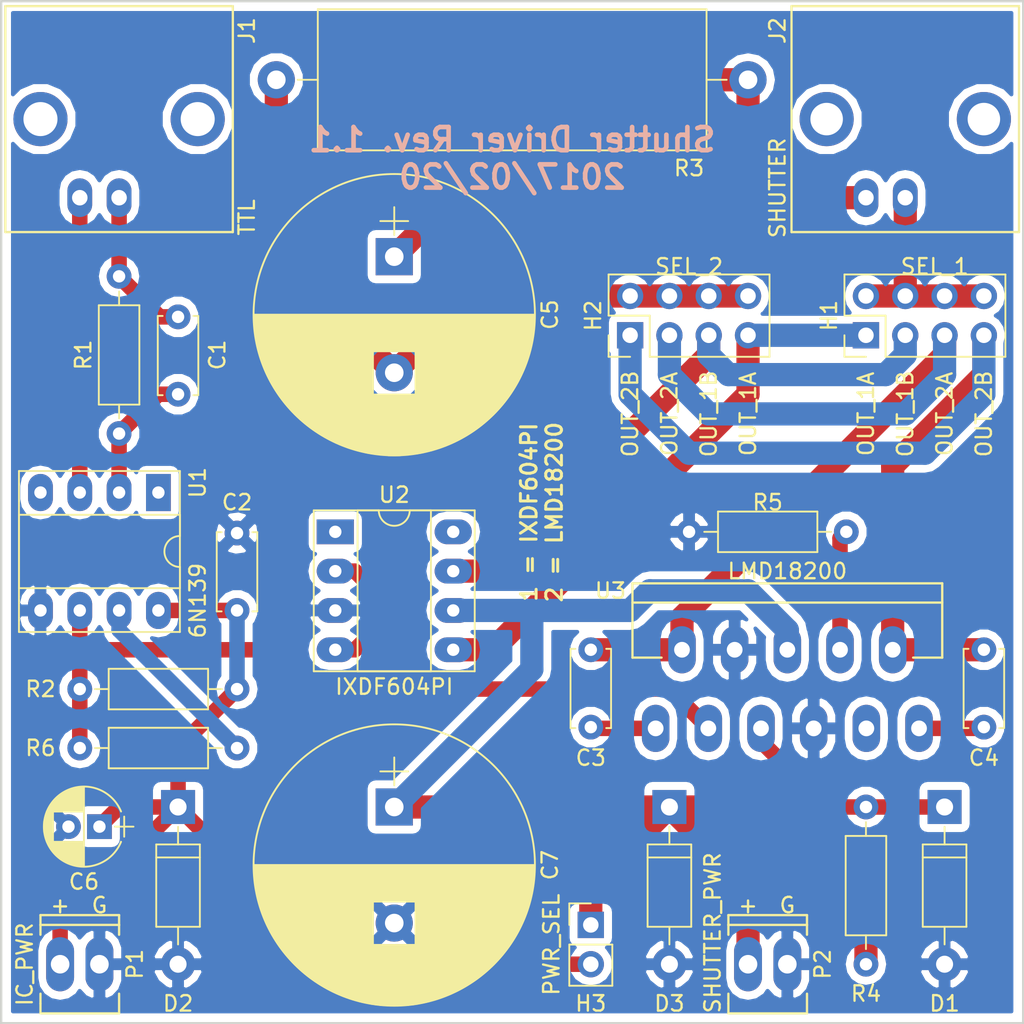
<source format=kicad_pcb>
(kicad_pcb (version 4) (host pcbnew 4.0.5)

  (general
    (links 61)
    (no_connects 0)
    (area 88.824999 45.644999 155.015001 111.835001)
    (thickness 1.6)
    (drawings 6)
    (tracks 105)
    (zones 0)
    (modules 26)
    (nets 23)
  )

  (page A)
  (title_block
    (title "Shutter Driver")
    (date 2017-02-20)
    (rev 1.1)
    (company "Rice University")
  )

  (layers
    (0 F.Cu signal)
    (31 B.Cu signal)
    (32 B.Adhes user)
    (33 F.Adhes user)
    (34 B.Paste user)
    (35 F.Paste user)
    (36 B.SilkS user)
    (37 F.SilkS user)
    (38 B.Mask user)
    (39 F.Mask user)
    (40 Dwgs.User user)
    (41 Cmts.User user)
    (42 Eco1.User user)
    (43 Eco2.User user)
    (44 Edge.Cuts user)
    (45 Margin user)
    (46 B.CrtYd user)
    (47 F.CrtYd user hide)
    (48 B.Fab user)
    (49 F.Fab user)
  )

  (setup
    (last_trace_width 1)
    (trace_clearance 0.2)
    (zone_clearance 0.508)
    (zone_45_only no)
    (trace_min 0.2)
    (segment_width 0.2)
    (edge_width 0.15)
    (via_size 0.6)
    (via_drill 0.4)
    (via_min_size 0.4)
    (via_min_drill 0.3)
    (uvia_size 0.3)
    (uvia_drill 0.1)
    (uvias_allowed no)
    (uvia_min_size 0.2)
    (uvia_min_drill 0.1)
    (pcb_text_width 0.3)
    (pcb_text_size 1.5 1.5)
    (mod_edge_width 0.15)
    (mod_text_size 1 1)
    (mod_text_width 0.15)
    (pad_size 3.50012 3.50012)
    (pad_drill 2.19964)
    (pad_to_mask_clearance 0.2)
    (aux_axis_origin 88.9 45.72)
    (grid_origin 88.9 45.72)
    (visible_elements 7FFFFFFF)
    (pcbplotparams
      (layerselection 0x010f0_80000001)
      (usegerberextensions false)
      (excludeedgelayer true)
      (linewidth 0.100000)
      (plotframeref true)
      (viasonmask false)
      (mode 1)
      (useauxorigin false)
      (hpglpennumber 1)
      (hpglpenspeed 20)
      (hpglpendiameter 15)
      (hpglpenoverlay 2)
      (psnegative false)
      (psa4output false)
      (plotreference true)
      (plotvalue true)
      (plotinvisibletext false)
      (padsonsilk false)
      (subtractmaskfromsilk false)
      (outputformat 4)
      (mirror false)
      (drillshape 0)
      (scaleselection 1)
      (outputdirectory ""))
  )

  (net 0 "")
  (net 1 "Net-(C1-Pad1)")
  (net 2 GND)
  (net 3 VCC)
  (net 4 LOGIC)
  (net 5 "Net-(J1-Pad2)")
  (net 6 +5V)
  (net 7 OUT_1B)
  (net 8 OUT_2B)
  (net 9 "Net-(D1-Pad1)")
  (net 10 OUT_1A)
  (net 11 OUT_2A)
  (net 12 "Net-(R5-Pad1)")
  (net 13 "Net-(C4-Pad2)")
  (net 14 "Net-(C5-Pad2)")
  (net 15 "Net-(C1-Pad2)")
  (net 16 "Net-(C3-Pad2)")
  (net 17 "Net-(C5-Pad1)")
  (net 18 "Net-(H1-Pad2)")
  (net 19 "Net-(U2-Pad1)")
  (net 20 "Net-(U2-Pad8)")
  (net 21 "Net-(U3-Pad9)")
  (net 22 "Net-(R6-Pad1)")

  (net_class Default "This is the default net class."
    (clearance 0.2)
    (trace_width 1)
    (via_dia 0.6)
    (via_drill 0.4)
    (uvia_dia 0.3)
    (uvia_drill 0.1)
    (add_net +5V)
    (add_net GND)
    (add_net LOGIC)
    (add_net "Net-(C1-Pad1)")
    (add_net "Net-(C1-Pad2)")
    (add_net "Net-(C3-Pad2)")
    (add_net "Net-(C4-Pad2)")
    (add_net "Net-(D1-Pad1)")
    (add_net "Net-(J1-Pad2)")
    (add_net "Net-(R5-Pad1)")
    (add_net "Net-(R6-Pad1)")
    (add_net "Net-(U2-Pad1)")
    (add_net "Net-(U2-Pad8)")
    (add_net "Net-(U3-Pad9)")
  )

  (net_class IC_Power ""
    (clearance 0.2)
    (trace_width 1)
    (via_dia 0.6)
    (via_drill 0.4)
    (uvia_dia 0.3)
    (uvia_drill 0.1)
  )

  (net_class Shutter_Drive ""
    (clearance 0.2)
    (trace_width 1.5)
    (via_dia 0.6)
    (via_drill 0.4)
    (uvia_dia 0.3)
    (uvia_drill 0.1)
    (add_net "Net-(C5-Pad1)")
    (add_net "Net-(C5-Pad2)")
    (add_net "Net-(H1-Pad2)")
    (add_net OUT_1A)
    (add_net OUT_1B)
    (add_net OUT_2A)
    (add_net OUT_2B)
    (add_net VCC)
  )

  (module Sockets_MOLEX_KK-System:Socket_MOLEX-KK-RM2-54mm_Lock_2pin_straight (layer F.Cu) (tedit 58AB63EB) (tstamp 5895158F)
    (at 93.98 107.95)
    (descr "Socket, MOLEX, KK, RM 2.54mm, Lock, 2pin, straight,")
    (tags "Socket, MOLEX, KK, RM 2.54mm, Lock, 2pin, straight,")
    (path /5893C88A)
    (fp_text reference P1 (at 3.556 0 90) (layer F.SilkS)
      (effects (font (size 1 1) (thickness 0.15)))
    )
    (fp_text value IC_PWR (at -3.556 0 90) (layer F.SilkS)
      (effects (font (size 1 1) (thickness 0.15)))
    )
    (fp_text user G (at 1.27 -3.81) (layer F.SilkS)
      (effects (font (size 1 1) (thickness 0.15)))
    )
    (fp_text user + (at -1.27 -3.81) (layer F.SilkS)
      (effects (font (size 1 1) (thickness 0.15)))
    )
    (fp_line (start -2.54 -2.54) (end 2.54 -2.54) (layer F.SilkS) (width 0.15))
    (fp_line (start 2.54 3.175) (end 2.54 1.905) (layer F.SilkS) (width 0.15))
    (fp_line (start 2.54 -2.54) (end 2.54 -1.905) (layer F.SilkS) (width 0.15))
    (fp_line (start -2.54 2.54) (end -2.54 1.905) (layer F.SilkS) (width 0.15))
    (fp_line (start -2.54 -2.54) (end -2.54 -1.905) (layer F.SilkS) (width 0.15))
    (fp_line (start -2.54 -2.54) (end -2.54 -3.175) (layer F.SilkS) (width 0.15))
    (fp_line (start -2.54 -3.175) (end 2.54 -3.175) (layer F.SilkS) (width 0.15))
    (fp_line (start 2.54 -3.175) (end 2.54 -2.54) (layer F.SilkS) (width 0.15))
    (fp_line (start 2.54 3.175) (end -2.54 3.175) (layer F.SilkS) (width 0.15))
    (fp_line (start -2.54 3.175) (end -2.54 2.54) (layer F.SilkS) (width 0.15))
    (pad 1 thru_hole oval (at -1.27 0) (size 1.80086 3.50012) (drill 1.19888) (layers *.Cu *.Mask)
      (net 6 +5V))
    (pad 2 thru_hole oval (at 1.27 0) (size 1.80086 3.50012) (drill 1.19888) (layers *.Cu *.Mask)
      (net 2 GND))
  )

  (module Sockets_MOLEX_KK-System:Socket_MOLEX-KK-RM2-54mm_Lock_2pin_straight (layer F.Cu) (tedit 58AB63DD) (tstamp 58951595)
    (at 138.43 107.95)
    (descr "Socket, MOLEX, KK, RM 2.54mm, Lock, 2pin, straight,")
    (tags "Socket, MOLEX, KK, RM 2.54mm, Lock, 2pin, straight,")
    (path /5893E8F8)
    (fp_text reference P2 (at 3.556 0 90) (layer F.SilkS)
      (effects (font (size 1 1) (thickness 0.15)))
    )
    (fp_text value SHUTTER_PWR (at -3.556 -2.032 90) (layer F.SilkS)
      (effects (font (size 1 1) (thickness 0.15)))
    )
    (fp_text user G (at 1.27 -3.81) (layer F.SilkS)
      (effects (font (size 1 1) (thickness 0.15)))
    )
    (fp_text user + (at -1.27 -3.81) (layer F.SilkS)
      (effects (font (size 1 1) (thickness 0.15)))
    )
    (fp_line (start -2.54 -2.54) (end 2.54 -2.54) (layer F.SilkS) (width 0.15))
    (fp_line (start 2.54 3.175) (end 2.54 1.905) (layer F.SilkS) (width 0.15))
    (fp_line (start 2.54 -2.54) (end 2.54 -1.905) (layer F.SilkS) (width 0.15))
    (fp_line (start -2.54 2.54) (end -2.54 1.905) (layer F.SilkS) (width 0.15))
    (fp_line (start -2.54 -2.54) (end -2.54 -1.905) (layer F.SilkS) (width 0.15))
    (fp_line (start -2.54 -2.54) (end -2.54 -3.175) (layer F.SilkS) (width 0.15))
    (fp_line (start -2.54 -3.175) (end 2.54 -3.175) (layer F.SilkS) (width 0.15))
    (fp_line (start 2.54 -3.175) (end 2.54 -2.54) (layer F.SilkS) (width 0.15))
    (fp_line (start 2.54 3.175) (end -2.54 3.175) (layer F.SilkS) (width 0.15))
    (fp_line (start -2.54 3.175) (end -2.54 2.54) (layer F.SilkS) (width 0.15))
    (pad 1 thru_hole oval (at -1.27 0) (size 1.80086 3.50012) (drill 1.19888) (layers *.Cu *.Mask)
      (net 3 VCC))
    (pad 2 thru_hole oval (at 1.27 0) (size 1.80086 3.50012) (drill 1.19888) (layers *.Cu *.Mask)
      (net 2 GND))
  )

  (module Pin_Headers:Pin_Header_Straight_2x04_Pitch2.54mm (layer F.Cu) (tedit 58953329) (tstamp 58951577)
    (at 144.78 67.31 90)
    (descr "Through hole straight pin header, 2x04, 2.54mm pitch, double rows")
    (tags "Through hole pin header THT 2x04 2.54mm double row")
    (path /58996427)
    (fp_text reference H1 (at 1.27 -2.39 90) (layer F.SilkS)
      (effects (font (size 1 1) (thickness 0.15)))
    )
    (fp_text value SEL_1 (at 4.445 4.445 180) (layer F.SilkS)
      (effects (font (size 1 1) (thickness 0.15)))
    )
    (fp_text user OUT_2B (at -5.08 7.62 90) (layer F.SilkS)
      (effects (font (size 1 1) (thickness 0.15)))
    )
    (fp_text user OUT_2A (at -5.08 5.08 90) (layer F.SilkS)
      (effects (font (size 1 1) (thickness 0.15)))
    )
    (fp_text user OUT_1B (at -5.08 2.54 90) (layer F.SilkS)
      (effects (font (size 1 1) (thickness 0.15)))
    )
    (fp_text user OUT_1A (at -5.08 0 90) (layer F.SilkS)
      (effects (font (size 1 1) (thickness 0.15)))
    )
    (fp_line (start -1.27 -1.27) (end -1.27 8.89) (layer F.Fab) (width 0.1))
    (fp_line (start -1.27 8.89) (end 3.81 8.89) (layer F.Fab) (width 0.1))
    (fp_line (start 3.81 8.89) (end 3.81 -1.27) (layer F.Fab) (width 0.1))
    (fp_line (start 3.81 -1.27) (end -1.27 -1.27) (layer F.Fab) (width 0.1))
    (fp_line (start -1.39 1.27) (end -1.39 9.01) (layer F.SilkS) (width 0.12))
    (fp_line (start -1.39 9.01) (end 3.93 9.01) (layer F.SilkS) (width 0.12))
    (fp_line (start 3.93 9.01) (end 3.93 -1.39) (layer F.SilkS) (width 0.12))
    (fp_line (start 3.93 -1.39) (end 1.27 -1.39) (layer F.SilkS) (width 0.12))
    (fp_line (start 1.27 -1.39) (end 1.27 1.27) (layer F.SilkS) (width 0.12))
    (fp_line (start 1.27 1.27) (end -1.39 1.27) (layer F.SilkS) (width 0.12))
    (fp_line (start -1.39 0) (end -1.39 -1.39) (layer F.SilkS) (width 0.12))
    (fp_line (start -1.39 -1.39) (end 0 -1.39) (layer F.SilkS) (width 0.12))
    (fp_line (start -1.6 -1.6) (end -1.6 9.2) (layer F.CrtYd) (width 0.05))
    (fp_line (start -1.6 9.2) (end 4.1 9.2) (layer F.CrtYd) (width 0.05))
    (fp_line (start 4.1 9.2) (end 4.1 -1.6) (layer F.CrtYd) (width 0.05))
    (fp_line (start 4.1 -1.6) (end -1.6 -1.6) (layer F.CrtYd) (width 0.05))
    (pad 1 thru_hole rect (at 0 0 90) (size 1.7 1.7) (drill 1) (layers *.Cu *.Mask)
      (net 10 OUT_1A))
    (pad 2 thru_hole oval (at 2.54 0 90) (size 1.7 1.7) (drill 1) (layers *.Cu *.Mask)
      (net 18 "Net-(H1-Pad2)"))
    (pad 3 thru_hole oval (at 0 2.54 90) (size 1.7 1.7) (drill 1) (layers *.Cu *.Mask)
      (net 7 OUT_1B))
    (pad 4 thru_hole oval (at 2.54 2.54 90) (size 1.7 1.7) (drill 1) (layers *.Cu *.Mask)
      (net 18 "Net-(H1-Pad2)"))
    (pad 5 thru_hole oval (at 0 5.08 90) (size 1.7 1.7) (drill 1) (layers *.Cu *.Mask)
      (net 11 OUT_2A))
    (pad 6 thru_hole oval (at 2.54 5.08 90) (size 1.7 1.7) (drill 1) (layers *.Cu *.Mask)
      (net 18 "Net-(H1-Pad2)"))
    (pad 7 thru_hole oval (at 0 7.62 90) (size 1.7 1.7) (drill 1) (layers *.Cu *.Mask)
      (net 8 OUT_2B))
    (pad 8 thru_hole oval (at 2.54 7.62 90) (size 1.7 1.7) (drill 1) (layers *.Cu *.Mask)
      (net 18 "Net-(H1-Pad2)"))
    (model Pin_Headers.3dshapes/Pin_Header_Straight_2x04_Pitch2.54mm.wrl
      (at (xyz 0.05 -0.15 0))
      (scale (xyz 1 1 1))
      (rotate (xyz 0 0 90))
    )
  )

  (module Pin_Headers:Pin_Header_Straight_2x04_Pitch2.54mm (layer F.Cu) (tedit 58953326) (tstamp 58951583)
    (at 129.54 67.31 90)
    (descr "Through hole straight pin header, 2x04, 2.54mm pitch, double rows")
    (tags "Through hole pin header THT 2x04 2.54mm double row")
    (path /58998848)
    (fp_text reference H2 (at 1.27 -2.39 90) (layer F.SilkS)
      (effects (font (size 1 1) (thickness 0.15)))
    )
    (fp_text value SEL_2 (at 4.445 3.81 180) (layer F.SilkS)
      (effects (font (size 1 1) (thickness 0.15)))
    )
    (fp_text user OUT_2B (at -5.08 0 90) (layer F.SilkS)
      (effects (font (size 1 1) (thickness 0.15)))
    )
    (fp_text user OUT_2A (at -5.08 2.54 90) (layer F.SilkS)
      (effects (font (size 1 1) (thickness 0.15)))
    )
    (fp_text user OUT_1B (at -5.08 5.08 90) (layer F.SilkS)
      (effects (font (size 1 1) (thickness 0.15)))
    )
    (fp_text user OUT_1A (at -5.08 7.62 90) (layer F.SilkS)
      (effects (font (size 1 1) (thickness 0.15)))
    )
    (fp_line (start -1.27 -1.27) (end -1.27 8.89) (layer F.Fab) (width 0.1))
    (fp_line (start -1.27 8.89) (end 3.81 8.89) (layer F.Fab) (width 0.1))
    (fp_line (start 3.81 8.89) (end 3.81 -1.27) (layer F.Fab) (width 0.1))
    (fp_line (start 3.81 -1.27) (end -1.27 -1.27) (layer F.Fab) (width 0.1))
    (fp_line (start -1.39 1.27) (end -1.39 9.01) (layer F.SilkS) (width 0.12))
    (fp_line (start -1.39 9.01) (end 3.93 9.01) (layer F.SilkS) (width 0.12))
    (fp_line (start 3.93 9.01) (end 3.93 -1.39) (layer F.SilkS) (width 0.12))
    (fp_line (start 3.93 -1.39) (end 1.27 -1.39) (layer F.SilkS) (width 0.12))
    (fp_line (start 1.27 -1.39) (end 1.27 1.27) (layer F.SilkS) (width 0.12))
    (fp_line (start 1.27 1.27) (end -1.39 1.27) (layer F.SilkS) (width 0.12))
    (fp_line (start -1.39 0) (end -1.39 -1.39) (layer F.SilkS) (width 0.12))
    (fp_line (start -1.39 -1.39) (end 0 -1.39) (layer F.SilkS) (width 0.12))
    (fp_line (start -1.6 -1.6) (end -1.6 9.2) (layer F.CrtYd) (width 0.05))
    (fp_line (start -1.6 9.2) (end 4.1 9.2) (layer F.CrtYd) (width 0.05))
    (fp_line (start 4.1 9.2) (end 4.1 -1.6) (layer F.CrtYd) (width 0.05))
    (fp_line (start 4.1 -1.6) (end -1.6 -1.6) (layer F.CrtYd) (width 0.05))
    (pad 1 thru_hole rect (at 0 0 90) (size 1.7 1.7) (drill 1) (layers *.Cu *.Mask)
      (net 8 OUT_2B))
    (pad 2 thru_hole oval (at 2.54 0 90) (size 1.7 1.7) (drill 1) (layers *.Cu *.Mask)
      (net 14 "Net-(C5-Pad2)"))
    (pad 3 thru_hole oval (at 0 2.54 90) (size 1.7 1.7) (drill 1) (layers *.Cu *.Mask)
      (net 11 OUT_2A))
    (pad 4 thru_hole oval (at 2.54 2.54 90) (size 1.7 1.7) (drill 1) (layers *.Cu *.Mask)
      (net 14 "Net-(C5-Pad2)"))
    (pad 5 thru_hole oval (at 0 5.08 90) (size 1.7 1.7) (drill 1) (layers *.Cu *.Mask)
      (net 7 OUT_1B))
    (pad 6 thru_hole oval (at 2.54 5.08 90) (size 1.7 1.7) (drill 1) (layers *.Cu *.Mask)
      (net 14 "Net-(C5-Pad2)"))
    (pad 7 thru_hole oval (at 0 7.62 90) (size 1.7 1.7) (drill 1) (layers *.Cu *.Mask)
      (net 10 OUT_1A))
    (pad 8 thru_hole oval (at 2.54 7.62 90) (size 1.7 1.7) (drill 1) (layers *.Cu *.Mask)
      (net 14 "Net-(C5-Pad2)"))
    (model Pin_Headers.3dshapes/Pin_Header_Straight_2x04_Pitch2.54mm.wrl
      (at (xyz 0.05 -0.15 0))
      (scale (xyz 1 1 1))
      (rotate (xyz 0 0 90))
    )
  )

  (module TO_SOT_Packages_THT:Multiwatt_15_Vertical (layer F.Cu) (tedit 58953289) (tstamp 589515DE)
    (at 139.7 92.71)
    (descr http://www.icbuy.com/education/package/mode_name/upload/education/package/061106/1737460368586001162805866.pdf)
    (path /5894CFA6)
    (fp_text reference U3 (at -11.43 -8.89) (layer F.SilkS)
      (effects (font (size 1 1) (thickness 0.15)))
    )
    (fp_text value LMD18200 (at 0 -10.16) (layer F.SilkS)
      (effects (font (size 1 1) (thickness 0.15)))
    )
    (fp_line (start 10.16 1.15) (end -10.16 1.15) (layer F.CrtYd) (width 0.05))
    (fp_line (start -10.16 1.15) (end -10.16 -10) (layer F.CrtYd) (width 0.05))
    (fp_line (start -10.16 -10) (end 10.16 -10) (layer F.CrtYd) (width 0.05))
    (fp_line (start 10.16 -10) (end 10.16 1.15) (layer F.CrtYd) (width 0.05))
    (fp_line (start 10.0076 -8.128) (end -10.0076 -8.128) (layer F.SilkS) (width 0.15))
    (fp_line (start -10.0076 -9.3726) (end -10.0076 -4.572) (layer F.SilkS) (width 0.15))
    (fp_line (start -10.0076 -4.572) (end -8.128 -4.572) (layer F.SilkS) (width 0.15))
    (fp_line (start -10.0076 -9.3726) (end 10.0076 -9.3726) (layer F.SilkS) (width 0.15))
    (fp_line (start 10.0076 -9.3726) (end 10.0076 -4.572) (layer F.SilkS) (width 0.15))
    (fp_line (start 10.0076 -4.572) (end 8.128 -4.572) (layer F.SilkS) (width 0.15))
    (pad 1 thru_hole oval (at -8.509 0) (size 1.778 3.048) (drill 1.016) (layers *.Cu *.Mask)
      (net 16 "Net-(C3-Pad2)"))
    (pad 2 thru_hole oval (at -6.8072 -5.08) (size 1.778 3.048) (drill 1.016) (layers *.Cu *.Mask)
      (net 11 OUT_2A))
    (pad 3 thru_hole oval (at -5.1054 0) (size 1.778 3.048) (drill 1.016) (layers *.Cu *.Mask)
      (net 4 LOGIC))
    (pad 4 thru_hole oval (at -3.4036 -5.08) (size 1.778 3.048) (drill 1.016) (layers *.Cu *.Mask)
      (net 2 GND))
    (pad 5 thru_hole oval (at -1.7018 0) (size 1.778 3.048) (drill 1.016) (layers *.Cu *.Mask)
      (net 9 "Net-(D1-Pad1)"))
    (pad 6 thru_hole oval (at 0 -5.08) (size 1.778 3.048) (drill 1.016) (layers *.Cu *.Mask)
      (net 3 VCC))
    (pad 7 thru_hole oval (at 1.7018 0) (size 1.778 3.048) (drill 1.016) (layers *.Cu *.Mask)
      (net 2 GND))
    (pad 8 thru_hole oval (at 3.4036 -5.08) (size 1.778 3.048) (drill 1.016) (layers *.Cu *.Mask)
      (net 12 "Net-(R5-Pad1)"))
    (pad 9 thru_hole oval (at 5.1054 0) (size 1.778 3.048) (drill 1.016) (layers *.Cu *.Mask)
      (net 21 "Net-(U3-Pad9)"))
    (pad 10 thru_hole oval (at 6.8072 -5.08) (size 1.778 3.048) (drill 1.016) (layers *.Cu *.Mask)
      (net 8 OUT_2B))
    (pad 11 thru_hole oval (at 8.509 0) (size 1.778 3.048) (drill 1.016) (layers *.Cu *.Mask)
      (net 13 "Net-(C4-Pad2)"))
    (model TO_SOT_Packages_THT.3dshapes/Multiwatt_15_Vertical.wrl
      (at (xyz 0 0 0))
      (scale (xyz 1 1 1))
      (rotate (xyz 0 0 0))
    )
  )

  (module Sockets_BNC:BNC_Socket_TYCO-AMP_LargePads (layer F.Cu) (tedit 58953265) (tstamp 5893CBDD)
    (at 96.52 53.34)
    (descr "BNC Socket TYCO AMP")
    (tags "BNC Socket TYCO AMP")
    (path /5893ADA5)
    (fp_text reference J1 (at 8.255 -5.715 90) (layer F.SilkS)
      (effects (font (size 1 1) (thickness 0.15)))
    )
    (fp_text value TTL (at 8.255 6.35 90) (layer F.SilkS)
      (effects (font (size 1 1) (thickness 0.15)))
    )
    (fp_line (start -7.35 7.3) (end 7.35 7.3) (layer F.SilkS) (width 0.15))
    (fp_line (start 7.35 7.3) (end 7.35 -7.3) (layer F.SilkS) (width 0.15))
    (fp_line (start 7.35 -7.3) (end -7.35 -7.3) (layer F.SilkS) (width 0.15))
    (fp_line (start -7.35 -7.3) (end -7.35 7.3) (layer F.SilkS) (width 0.15))
    (pad 3 thru_hole circle (at -5.08 0) (size 3.50012 3.50012) (drill 2.19964) (layers *.Cu *.Mask))
    (pad 3 thru_hole circle (at 5.08 0) (size 3.50012 3.50012) (drill 2.19964) (layers *.Cu *.Mask))
    (pad 1 thru_hole oval (at 0 5.08) (size 1.6002 2.49936) (drill 1) (layers *.Cu *.Mask)
      (net 15 "Net-(C1-Pad2)"))
    (pad 2 thru_hole oval (at -2.54 5.08) (size 1.6002 2.49936) (drill 1) (layers *.Cu *.Mask)
      (net 5 "Net-(J1-Pad2)"))
    (model Sockets_BNC.3dshapes/BNC_Socket_TYCO-AMP_LargePads.wrl
      (at (xyz 0 0 0))
      (scale (xyz 0.3937 0.3937 0.3937))
      (rotate (xyz 0 0 0))
    )
  )

  (module Sockets_BNC:BNC_Socket_TYCO-AMP_LargePads (layer F.Cu) (tedit 5895325F) (tstamp 5893CBE5)
    (at 147.32 53.34)
    (descr "BNC Socket TYCO AMP")
    (tags "BNC Socket TYCO AMP")
    (path /5893C65A)
    (fp_text reference J2 (at -8.255 -5.715 90) (layer F.SilkS)
      (effects (font (size 1 1) (thickness 0.15)))
    )
    (fp_text value SHUTTER (at -8.255 4.445 90) (layer F.SilkS)
      (effects (font (size 1 1) (thickness 0.15)))
    )
    (fp_line (start -7.35 7.3) (end 7.35 7.3) (layer F.SilkS) (width 0.15))
    (fp_line (start 7.35 7.3) (end 7.35 -7.3) (layer F.SilkS) (width 0.15))
    (fp_line (start 7.35 -7.3) (end -7.35 -7.3) (layer F.SilkS) (width 0.15))
    (fp_line (start -7.35 -7.3) (end -7.35 7.3) (layer F.SilkS) (width 0.15))
    (pad 3 thru_hole circle (at -5.08 0) (size 3.50012 3.50012) (drill 2.1) (layers *.Cu *.Mask))
    (pad 3 thru_hole circle (at 5.08 0) (size 3.50012 3.50012) (drill 2.1) (layers *.Cu *.Mask))
    (pad 1 thru_hole oval (at 0 5.08) (size 1.6002 2.49936) (drill 1) (layers *.Cu *.Mask)
      (net 18 "Net-(H1-Pad2)"))
    (pad 2 thru_hole oval (at -2.54 5.08) (size 1.6002 2.49936) (drill 1) (layers *.Cu *.Mask)
      (net 17 "Net-(C5-Pad1)"))
    (model Sockets_BNC.3dshapes/BNC_Socket_TYCO-AMP_LargePads.wrl
      (at (xyz 0 0 0))
      (scale (xyz 0.3937 0.3937 0.3937))
      (rotate (xyz 0 0 0))
    )
  )

  (module Capacitors_ThroughHole:C_Disc_D5.0mm_W2.5mm_P5.00mm (layer F.Cu) (tedit 58953210) (tstamp 58951535)
    (at 100.33 71.12 90)
    (descr "C, Disc series, Radial, pin pitch=5.00mm, , diameter*width=5*2.5mm^2, Capacitor, http://cdn-reichelt.de/documents/datenblatt/B300/DS_KERKO_TC.pdf")
    (tags "C Disc series Radial pin pitch 5.00mm  diameter 5mm width 2.5mm Capacitor")
    (path /5893AE98)
    (fp_text reference C1 (at 2.54 2.54 90) (layer F.SilkS)
      (effects (font (size 1 1) (thickness 0.15)))
    )
    (fp_text value CP (at 2.54 0 90) (layer F.SilkS) hide
      (effects (font (size 1 1) (thickness 0.15)))
    )
    (fp_line (start 0 -1.25) (end 0 1.25) (layer F.Fab) (width 0.1))
    (fp_line (start 0 1.25) (end 5 1.25) (layer F.Fab) (width 0.1))
    (fp_line (start 5 1.25) (end 5 -1.25) (layer F.Fab) (width 0.1))
    (fp_line (start 5 -1.25) (end 0 -1.25) (layer F.Fab) (width 0.1))
    (fp_line (start -0.06 -1.31) (end 5.06 -1.31) (layer F.SilkS) (width 0.12))
    (fp_line (start -0.06 1.31) (end 5.06 1.31) (layer F.SilkS) (width 0.12))
    (fp_line (start -0.06 -1.31) (end -0.06 -0.996) (layer F.SilkS) (width 0.12))
    (fp_line (start -0.06 0.996) (end -0.06 1.31) (layer F.SilkS) (width 0.12))
    (fp_line (start 5.06 -1.31) (end 5.06 -0.996) (layer F.SilkS) (width 0.12))
    (fp_line (start 5.06 0.996) (end 5.06 1.31) (layer F.SilkS) (width 0.12))
    (fp_line (start -1.05 -1.6) (end -1.05 1.6) (layer F.CrtYd) (width 0.05))
    (fp_line (start -1.05 1.6) (end 6.05 1.6) (layer F.CrtYd) (width 0.05))
    (fp_line (start 6.05 1.6) (end 6.05 -1.6) (layer F.CrtYd) (width 0.05))
    (fp_line (start 6.05 -1.6) (end -1.05 -1.6) (layer F.CrtYd) (width 0.05))
    (pad 1 thru_hole circle (at 0 0 90) (size 1.6 1.6) (drill 0.8) (layers *.Cu *.Mask)
      (net 1 "Net-(C1-Pad1)"))
    (pad 2 thru_hole circle (at 5 0 90) (size 1.6 1.6) (drill 0.8) (layers *.Cu *.Mask)
      (net 15 "Net-(C1-Pad2)"))
    (model Capacitors_ThroughHole.3dshapes/C_Disc_D5.0mm_W2.5mm_P5.00mm.wrl
      (at (xyz 0 0 0))
      (scale (xyz 0.393701 0.393701 0.393701))
      (rotate (xyz 0 0 0))
    )
  )

  (module Capacitors_ThroughHole:C_Disc_D5.0mm_W2.5mm_P5.00mm (layer F.Cu) (tedit 589531E6) (tstamp 5895153B)
    (at 104.14 85.09 90)
    (descr "C, Disc series, Radial, pin pitch=5.00mm, , diameter*width=5*2.5mm^2, Capacitor, http://cdn-reichelt.de/documents/datenblatt/B300/DS_KERKO_TC.pdf")
    (tags "C Disc series Radial pin pitch 5.00mm  diameter 5mm width 2.5mm Capacitor")
    (path /5893B8B0)
    (fp_text reference C2 (at 6.985 0 180) (layer F.SilkS)
      (effects (font (size 1 1) (thickness 0.15)))
    )
    (fp_text value 0.1uF (at 2.54 0 180) (layer F.SilkS) hide
      (effects (font (size 1 1) (thickness 0.15)))
    )
    (fp_line (start 0 -1.25) (end 0 1.25) (layer F.Fab) (width 0.1))
    (fp_line (start 0 1.25) (end 5 1.25) (layer F.Fab) (width 0.1))
    (fp_line (start 5 1.25) (end 5 -1.25) (layer F.Fab) (width 0.1))
    (fp_line (start 5 -1.25) (end 0 -1.25) (layer F.Fab) (width 0.1))
    (fp_line (start -0.06 -1.31) (end 5.06 -1.31) (layer F.SilkS) (width 0.12))
    (fp_line (start -0.06 1.31) (end 5.06 1.31) (layer F.SilkS) (width 0.12))
    (fp_line (start -0.06 -1.31) (end -0.06 -0.996) (layer F.SilkS) (width 0.12))
    (fp_line (start -0.06 0.996) (end -0.06 1.31) (layer F.SilkS) (width 0.12))
    (fp_line (start 5.06 -1.31) (end 5.06 -0.996) (layer F.SilkS) (width 0.12))
    (fp_line (start 5.06 0.996) (end 5.06 1.31) (layer F.SilkS) (width 0.12))
    (fp_line (start -1.05 -1.6) (end -1.05 1.6) (layer F.CrtYd) (width 0.05))
    (fp_line (start -1.05 1.6) (end 6.05 1.6) (layer F.CrtYd) (width 0.05))
    (fp_line (start 6.05 1.6) (end 6.05 -1.6) (layer F.CrtYd) (width 0.05))
    (fp_line (start 6.05 -1.6) (end -1.05 -1.6) (layer F.CrtYd) (width 0.05))
    (pad 1 thru_hole circle (at 0 0 90) (size 1.6 1.6) (drill 0.8) (layers *.Cu *.Mask)
      (net 6 +5V))
    (pad 2 thru_hole circle (at 5 0 90) (size 1.6 1.6) (drill 0.8) (layers *.Cu *.Mask)
      (net 2 GND))
    (model Capacitors_ThroughHole.3dshapes/C_Disc_D5.0mm_W2.5mm_P5.00mm.wrl
      (at (xyz 0 0 0))
      (scale (xyz 0.393701 0.393701 0.393701))
      (rotate (xyz 0 0 0))
    )
  )

  (module Capacitors_ThroughHole:C_Disc_D5.0mm_W2.5mm_P5.00mm (layer F.Cu) (tedit 589531A5) (tstamp 58951541)
    (at 127 87.63 270)
    (descr "C, Disc series, Radial, pin pitch=5.00mm, , diameter*width=5*2.5mm^2, Capacitor, http://cdn-reichelt.de/documents/datenblatt/B300/DS_KERKO_TC.pdf")
    (tags "C Disc series Radial pin pitch 5.00mm  diameter 5mm width 2.5mm Capacitor")
    (path /5895B2F6)
    (fp_text reference C3 (at 6.985 0 360) (layer F.SilkS)
      (effects (font (size 1 1) (thickness 0.15)))
    )
    (fp_text value 10nF (at 2.54 0 360) (layer F.SilkS) hide
      (effects (font (size 1 1) (thickness 0.15)))
    )
    (fp_line (start 0 -1.25) (end 0 1.25) (layer F.Fab) (width 0.1))
    (fp_line (start 0 1.25) (end 5 1.25) (layer F.Fab) (width 0.1))
    (fp_line (start 5 1.25) (end 5 -1.25) (layer F.Fab) (width 0.1))
    (fp_line (start 5 -1.25) (end 0 -1.25) (layer F.Fab) (width 0.1))
    (fp_line (start -0.06 -1.31) (end 5.06 -1.31) (layer F.SilkS) (width 0.12))
    (fp_line (start -0.06 1.31) (end 5.06 1.31) (layer F.SilkS) (width 0.12))
    (fp_line (start -0.06 -1.31) (end -0.06 -0.996) (layer F.SilkS) (width 0.12))
    (fp_line (start -0.06 0.996) (end -0.06 1.31) (layer F.SilkS) (width 0.12))
    (fp_line (start 5.06 -1.31) (end 5.06 -0.996) (layer F.SilkS) (width 0.12))
    (fp_line (start 5.06 0.996) (end 5.06 1.31) (layer F.SilkS) (width 0.12))
    (fp_line (start -1.05 -1.6) (end -1.05 1.6) (layer F.CrtYd) (width 0.05))
    (fp_line (start -1.05 1.6) (end 6.05 1.6) (layer F.CrtYd) (width 0.05))
    (fp_line (start 6.05 1.6) (end 6.05 -1.6) (layer F.CrtYd) (width 0.05))
    (fp_line (start 6.05 -1.6) (end -1.05 -1.6) (layer F.CrtYd) (width 0.05))
    (pad 1 thru_hole circle (at 0 0 270) (size 1.6 1.6) (drill 0.8) (layers *.Cu *.Mask)
      (net 11 OUT_2A))
    (pad 2 thru_hole circle (at 5 0 270) (size 1.6 1.6) (drill 0.8) (layers *.Cu *.Mask)
      (net 16 "Net-(C3-Pad2)"))
    (model Capacitors_ThroughHole.3dshapes/C_Disc_D5.0mm_W2.5mm_P5.00mm.wrl
      (at (xyz 0 0 0))
      (scale (xyz 0.393701 0.393701 0.393701))
      (rotate (xyz 0 0 0))
    )
  )

  (module Capacitors_ThroughHole:C_Disc_D5.0mm_W2.5mm_P5.00mm (layer F.Cu) (tedit 5895319A) (tstamp 58951547)
    (at 152.4 87.63 270)
    (descr "C, Disc series, Radial, pin pitch=5.00mm, , diameter*width=5*2.5mm^2, Capacitor, http://cdn-reichelt.de/documents/datenblatt/B300/DS_KERKO_TC.pdf")
    (tags "C Disc series Radial pin pitch 5.00mm  diameter 5mm width 2.5mm Capacitor")
    (path /5895C50C)
    (fp_text reference C4 (at 6.985 0 360) (layer F.SilkS)
      (effects (font (size 1 1) (thickness 0.15)))
    )
    (fp_text value 10nF (at 2.54 0 360) (layer F.SilkS) hide
      (effects (font (size 1 1) (thickness 0.15)))
    )
    (fp_line (start 0 -1.25) (end 0 1.25) (layer F.Fab) (width 0.1))
    (fp_line (start 0 1.25) (end 5 1.25) (layer F.Fab) (width 0.1))
    (fp_line (start 5 1.25) (end 5 -1.25) (layer F.Fab) (width 0.1))
    (fp_line (start 5 -1.25) (end 0 -1.25) (layer F.Fab) (width 0.1))
    (fp_line (start -0.06 -1.31) (end 5.06 -1.31) (layer F.SilkS) (width 0.12))
    (fp_line (start -0.06 1.31) (end 5.06 1.31) (layer F.SilkS) (width 0.12))
    (fp_line (start -0.06 -1.31) (end -0.06 -0.996) (layer F.SilkS) (width 0.12))
    (fp_line (start -0.06 0.996) (end -0.06 1.31) (layer F.SilkS) (width 0.12))
    (fp_line (start 5.06 -1.31) (end 5.06 -0.996) (layer F.SilkS) (width 0.12))
    (fp_line (start 5.06 0.996) (end 5.06 1.31) (layer F.SilkS) (width 0.12))
    (fp_line (start -1.05 -1.6) (end -1.05 1.6) (layer F.CrtYd) (width 0.05))
    (fp_line (start -1.05 1.6) (end 6.05 1.6) (layer F.CrtYd) (width 0.05))
    (fp_line (start 6.05 1.6) (end 6.05 -1.6) (layer F.CrtYd) (width 0.05))
    (fp_line (start 6.05 -1.6) (end -1.05 -1.6) (layer F.CrtYd) (width 0.05))
    (pad 1 thru_hole circle (at 0 0 270) (size 1.6 1.6) (drill 0.8) (layers *.Cu *.Mask)
      (net 8 OUT_2B))
    (pad 2 thru_hole circle (at 5 0 270) (size 1.6 1.6) (drill 0.8) (layers *.Cu *.Mask)
      (net 13 "Net-(C4-Pad2)"))
    (model Capacitors_ThroughHole.3dshapes/C_Disc_D5.0mm_W2.5mm_P5.00mm.wrl
      (at (xyz 0 0 0))
      (scale (xyz 0.393701 0.393701 0.393701))
      (rotate (xyz 0 0 0))
    )
  )

  (module Capacitors_ThroughHole:CP_Radial_D18.0mm_P7.50mm (layer F.Cu) (tedit 58953240) (tstamp 5895154D)
    (at 114.3 62.23 270)
    (descr "CP, Radial series, Radial, pin pitch=7.50mm, , diameter=18mm, Electrolytic Capacitor")
    (tags "CP Radial series Radial pin pitch 7.50mm  diameter 18mm Electrolytic Capacitor")
    (path /5893CA0F)
    (fp_text reference C5 (at 3.75 -10.06 270) (layer F.SilkS)
      (effects (font (size 1 1) (thickness 0.15)))
    )
    (fp_text value C (at 3.81 0 360) (layer F.SilkS) hide
      (effects (font (size 1 1) (thickness 0.15)))
    )
    (fp_circle (center 3.75 0) (end 12.75 0) (layer F.Fab) (width 0.1))
    (fp_circle (center 3.75 0) (end 12.84 0) (layer F.SilkS) (width 0.12))
    (fp_line (start -3.2 0) (end -1.4 0) (layer F.Fab) (width 0.1))
    (fp_line (start -2.3 -0.9) (end -2.3 0.9) (layer F.Fab) (width 0.1))
    (fp_line (start 3.75 -9.05) (end 3.75 9.05) (layer F.SilkS) (width 0.12))
    (fp_line (start 3.79 -9.05) (end 3.79 9.05) (layer F.SilkS) (width 0.12))
    (fp_line (start 3.83 -9.05) (end 3.83 9.05) (layer F.SilkS) (width 0.12))
    (fp_line (start 3.87 -9.05) (end 3.87 9.05) (layer F.SilkS) (width 0.12))
    (fp_line (start 3.91 -9.049) (end 3.91 9.049) (layer F.SilkS) (width 0.12))
    (fp_line (start 3.95 -9.048) (end 3.95 9.048) (layer F.SilkS) (width 0.12))
    (fp_line (start 3.99 -9.047) (end 3.99 9.047) (layer F.SilkS) (width 0.12))
    (fp_line (start 4.03 -9.046) (end 4.03 9.046) (layer F.SilkS) (width 0.12))
    (fp_line (start 4.07 -9.045) (end 4.07 9.045) (layer F.SilkS) (width 0.12))
    (fp_line (start 4.11 -9.043) (end 4.11 9.043) (layer F.SilkS) (width 0.12))
    (fp_line (start 4.15 -9.042) (end 4.15 9.042) (layer F.SilkS) (width 0.12))
    (fp_line (start 4.19 -9.04) (end 4.19 9.04) (layer F.SilkS) (width 0.12))
    (fp_line (start 4.23 -9.038) (end 4.23 9.038) (layer F.SilkS) (width 0.12))
    (fp_line (start 4.27 -9.036) (end 4.27 9.036) (layer F.SilkS) (width 0.12))
    (fp_line (start 4.31 -9.033) (end 4.31 9.033) (layer F.SilkS) (width 0.12))
    (fp_line (start 4.35 -9.031) (end 4.35 9.031) (layer F.SilkS) (width 0.12))
    (fp_line (start 4.39 -9.028) (end 4.39 9.028) (layer F.SilkS) (width 0.12))
    (fp_line (start 4.43 -9.025) (end 4.43 9.025) (layer F.SilkS) (width 0.12))
    (fp_line (start 4.471 -9.022) (end 4.471 9.022) (layer F.SilkS) (width 0.12))
    (fp_line (start 4.511 -9.019) (end 4.511 9.019) (layer F.SilkS) (width 0.12))
    (fp_line (start 4.551 -9.015) (end 4.551 9.015) (layer F.SilkS) (width 0.12))
    (fp_line (start 4.591 -9.012) (end 4.591 9.012) (layer F.SilkS) (width 0.12))
    (fp_line (start 4.631 -9.008) (end 4.631 9.008) (layer F.SilkS) (width 0.12))
    (fp_line (start 4.671 -9.004) (end 4.671 9.004) (layer F.SilkS) (width 0.12))
    (fp_line (start 4.711 -9) (end 4.711 9) (layer F.SilkS) (width 0.12))
    (fp_line (start 4.751 -8.995) (end 4.751 8.995) (layer F.SilkS) (width 0.12))
    (fp_line (start 4.791 -8.991) (end 4.791 8.991) (layer F.SilkS) (width 0.12))
    (fp_line (start 4.831 -8.986) (end 4.831 8.986) (layer F.SilkS) (width 0.12))
    (fp_line (start 4.871 -8.981) (end 4.871 8.981) (layer F.SilkS) (width 0.12))
    (fp_line (start 4.911 -8.976) (end 4.911 8.976) (layer F.SilkS) (width 0.12))
    (fp_line (start 4.951 -8.971) (end 4.951 8.971) (layer F.SilkS) (width 0.12))
    (fp_line (start 4.991 -8.966) (end 4.991 8.966) (layer F.SilkS) (width 0.12))
    (fp_line (start 5.031 -8.96) (end 5.031 8.96) (layer F.SilkS) (width 0.12))
    (fp_line (start 5.071 -8.954) (end 5.071 8.954) (layer F.SilkS) (width 0.12))
    (fp_line (start 5.111 -8.948) (end 5.111 8.948) (layer F.SilkS) (width 0.12))
    (fp_line (start 5.151 -8.942) (end 5.151 8.942) (layer F.SilkS) (width 0.12))
    (fp_line (start 5.191 -8.936) (end 5.191 8.936) (layer F.SilkS) (width 0.12))
    (fp_line (start 5.231 -8.929) (end 5.231 8.929) (layer F.SilkS) (width 0.12))
    (fp_line (start 5.271 -8.923) (end 5.271 8.923) (layer F.SilkS) (width 0.12))
    (fp_line (start 5.311 -8.916) (end 5.311 8.916) (layer F.SilkS) (width 0.12))
    (fp_line (start 5.351 -8.909) (end 5.351 8.909) (layer F.SilkS) (width 0.12))
    (fp_line (start 5.391 -8.901) (end 5.391 8.901) (layer F.SilkS) (width 0.12))
    (fp_line (start 5.431 -8.894) (end 5.431 8.894) (layer F.SilkS) (width 0.12))
    (fp_line (start 5.471 -8.886) (end 5.471 8.886) (layer F.SilkS) (width 0.12))
    (fp_line (start 5.511 -8.878) (end 5.511 8.878) (layer F.SilkS) (width 0.12))
    (fp_line (start 5.551 -8.87) (end 5.551 8.87) (layer F.SilkS) (width 0.12))
    (fp_line (start 5.591 -8.862) (end 5.591 8.862) (layer F.SilkS) (width 0.12))
    (fp_line (start 5.631 -8.854) (end 5.631 8.854) (layer F.SilkS) (width 0.12))
    (fp_line (start 5.671 -8.845) (end 5.671 8.845) (layer F.SilkS) (width 0.12))
    (fp_line (start 5.711 -8.837) (end 5.711 8.837) (layer F.SilkS) (width 0.12))
    (fp_line (start 5.751 -8.828) (end 5.751 8.828) (layer F.SilkS) (width 0.12))
    (fp_line (start 5.791 -8.819) (end 5.791 8.819) (layer F.SilkS) (width 0.12))
    (fp_line (start 5.831 -8.809) (end 5.831 8.809) (layer F.SilkS) (width 0.12))
    (fp_line (start 5.871 -8.8) (end 5.871 8.8) (layer F.SilkS) (width 0.12))
    (fp_line (start 5.911 -8.79) (end 5.911 8.79) (layer F.SilkS) (width 0.12))
    (fp_line (start 5.951 -8.78) (end 5.951 8.78) (layer F.SilkS) (width 0.12))
    (fp_line (start 5.991 -8.77) (end 5.991 8.77) (layer F.SilkS) (width 0.12))
    (fp_line (start 6.031 -8.76) (end 6.031 8.76) (layer F.SilkS) (width 0.12))
    (fp_line (start 6.071 -8.749) (end 6.071 8.749) (layer F.SilkS) (width 0.12))
    (fp_line (start 6.111 -8.739) (end 6.111 8.739) (layer F.SilkS) (width 0.12))
    (fp_line (start 6.151 -8.728) (end 6.151 -1.38) (layer F.SilkS) (width 0.12))
    (fp_line (start 6.151 1.38) (end 6.151 8.728) (layer F.SilkS) (width 0.12))
    (fp_line (start 6.191 -8.717) (end 6.191 -1.38) (layer F.SilkS) (width 0.12))
    (fp_line (start 6.191 1.38) (end 6.191 8.717) (layer F.SilkS) (width 0.12))
    (fp_line (start 6.231 -8.706) (end 6.231 -1.38) (layer F.SilkS) (width 0.12))
    (fp_line (start 6.231 1.38) (end 6.231 8.706) (layer F.SilkS) (width 0.12))
    (fp_line (start 6.271 -8.694) (end 6.271 -1.38) (layer F.SilkS) (width 0.12))
    (fp_line (start 6.271 1.38) (end 6.271 8.694) (layer F.SilkS) (width 0.12))
    (fp_line (start 6.311 -8.683) (end 6.311 -1.38) (layer F.SilkS) (width 0.12))
    (fp_line (start 6.311 1.38) (end 6.311 8.683) (layer F.SilkS) (width 0.12))
    (fp_line (start 6.351 -8.671) (end 6.351 -1.38) (layer F.SilkS) (width 0.12))
    (fp_line (start 6.351 1.38) (end 6.351 8.671) (layer F.SilkS) (width 0.12))
    (fp_line (start 6.391 -8.659) (end 6.391 -1.38) (layer F.SilkS) (width 0.12))
    (fp_line (start 6.391 1.38) (end 6.391 8.659) (layer F.SilkS) (width 0.12))
    (fp_line (start 6.431 -8.646) (end 6.431 -1.38) (layer F.SilkS) (width 0.12))
    (fp_line (start 6.431 1.38) (end 6.431 8.646) (layer F.SilkS) (width 0.12))
    (fp_line (start 6.471 -8.634) (end 6.471 -1.38) (layer F.SilkS) (width 0.12))
    (fp_line (start 6.471 1.38) (end 6.471 8.634) (layer F.SilkS) (width 0.12))
    (fp_line (start 6.511 -8.621) (end 6.511 -1.38) (layer F.SilkS) (width 0.12))
    (fp_line (start 6.511 1.38) (end 6.511 8.621) (layer F.SilkS) (width 0.12))
    (fp_line (start 6.551 -8.609) (end 6.551 -1.38) (layer F.SilkS) (width 0.12))
    (fp_line (start 6.551 1.38) (end 6.551 8.609) (layer F.SilkS) (width 0.12))
    (fp_line (start 6.591 -8.595) (end 6.591 -1.38) (layer F.SilkS) (width 0.12))
    (fp_line (start 6.591 1.38) (end 6.591 8.595) (layer F.SilkS) (width 0.12))
    (fp_line (start 6.631 -8.582) (end 6.631 -1.38) (layer F.SilkS) (width 0.12))
    (fp_line (start 6.631 1.38) (end 6.631 8.582) (layer F.SilkS) (width 0.12))
    (fp_line (start 6.671 -8.569) (end 6.671 -1.38) (layer F.SilkS) (width 0.12))
    (fp_line (start 6.671 1.38) (end 6.671 8.569) (layer F.SilkS) (width 0.12))
    (fp_line (start 6.711 -8.555) (end 6.711 -1.38) (layer F.SilkS) (width 0.12))
    (fp_line (start 6.711 1.38) (end 6.711 8.555) (layer F.SilkS) (width 0.12))
    (fp_line (start 6.751 -8.541) (end 6.751 -1.38) (layer F.SilkS) (width 0.12))
    (fp_line (start 6.751 1.38) (end 6.751 8.541) (layer F.SilkS) (width 0.12))
    (fp_line (start 6.791 -8.527) (end 6.791 -1.38) (layer F.SilkS) (width 0.12))
    (fp_line (start 6.791 1.38) (end 6.791 8.527) (layer F.SilkS) (width 0.12))
    (fp_line (start 6.831 -8.513) (end 6.831 -1.38) (layer F.SilkS) (width 0.12))
    (fp_line (start 6.831 1.38) (end 6.831 8.513) (layer F.SilkS) (width 0.12))
    (fp_line (start 6.871 -8.498) (end 6.871 -1.38) (layer F.SilkS) (width 0.12))
    (fp_line (start 6.871 1.38) (end 6.871 8.498) (layer F.SilkS) (width 0.12))
    (fp_line (start 6.911 -8.484) (end 6.911 -1.38) (layer F.SilkS) (width 0.12))
    (fp_line (start 6.911 1.38) (end 6.911 8.484) (layer F.SilkS) (width 0.12))
    (fp_line (start 6.951 -8.469) (end 6.951 -1.38) (layer F.SilkS) (width 0.12))
    (fp_line (start 6.951 1.38) (end 6.951 8.469) (layer F.SilkS) (width 0.12))
    (fp_line (start 6.991 -8.453) (end 6.991 -1.38) (layer F.SilkS) (width 0.12))
    (fp_line (start 6.991 1.38) (end 6.991 8.453) (layer F.SilkS) (width 0.12))
    (fp_line (start 7.031 -8.438) (end 7.031 -1.38) (layer F.SilkS) (width 0.12))
    (fp_line (start 7.031 1.38) (end 7.031 8.438) (layer F.SilkS) (width 0.12))
    (fp_line (start 7.071 -8.423) (end 7.071 -1.38) (layer F.SilkS) (width 0.12))
    (fp_line (start 7.071 1.38) (end 7.071 8.423) (layer F.SilkS) (width 0.12))
    (fp_line (start 7.111 -8.407) (end 7.111 -1.38) (layer F.SilkS) (width 0.12))
    (fp_line (start 7.111 1.38) (end 7.111 8.407) (layer F.SilkS) (width 0.12))
    (fp_line (start 7.151 -8.391) (end 7.151 -1.38) (layer F.SilkS) (width 0.12))
    (fp_line (start 7.151 1.38) (end 7.151 8.391) (layer F.SilkS) (width 0.12))
    (fp_line (start 7.191 -8.374) (end 7.191 -1.38) (layer F.SilkS) (width 0.12))
    (fp_line (start 7.191 1.38) (end 7.191 8.374) (layer F.SilkS) (width 0.12))
    (fp_line (start 7.231 -8.358) (end 7.231 -1.38) (layer F.SilkS) (width 0.12))
    (fp_line (start 7.231 1.38) (end 7.231 8.358) (layer F.SilkS) (width 0.12))
    (fp_line (start 7.271 -8.341) (end 7.271 -1.38) (layer F.SilkS) (width 0.12))
    (fp_line (start 7.271 1.38) (end 7.271 8.341) (layer F.SilkS) (width 0.12))
    (fp_line (start 7.311 -8.324) (end 7.311 -1.38) (layer F.SilkS) (width 0.12))
    (fp_line (start 7.311 1.38) (end 7.311 8.324) (layer F.SilkS) (width 0.12))
    (fp_line (start 7.351 -8.307) (end 7.351 -1.38) (layer F.SilkS) (width 0.12))
    (fp_line (start 7.351 1.38) (end 7.351 8.307) (layer F.SilkS) (width 0.12))
    (fp_line (start 7.391 -8.29) (end 7.391 -1.38) (layer F.SilkS) (width 0.12))
    (fp_line (start 7.391 1.38) (end 7.391 8.29) (layer F.SilkS) (width 0.12))
    (fp_line (start 7.431 -8.272) (end 7.431 -1.38) (layer F.SilkS) (width 0.12))
    (fp_line (start 7.431 1.38) (end 7.431 8.272) (layer F.SilkS) (width 0.12))
    (fp_line (start 7.471 -8.254) (end 7.471 -1.38) (layer F.SilkS) (width 0.12))
    (fp_line (start 7.471 1.38) (end 7.471 8.254) (layer F.SilkS) (width 0.12))
    (fp_line (start 7.511 -8.236) (end 7.511 -1.38) (layer F.SilkS) (width 0.12))
    (fp_line (start 7.511 1.38) (end 7.511 8.236) (layer F.SilkS) (width 0.12))
    (fp_line (start 7.551 -8.218) (end 7.551 -1.38) (layer F.SilkS) (width 0.12))
    (fp_line (start 7.551 1.38) (end 7.551 8.218) (layer F.SilkS) (width 0.12))
    (fp_line (start 7.591 -8.2) (end 7.591 -1.38) (layer F.SilkS) (width 0.12))
    (fp_line (start 7.591 1.38) (end 7.591 8.2) (layer F.SilkS) (width 0.12))
    (fp_line (start 7.631 -8.181) (end 7.631 -1.38) (layer F.SilkS) (width 0.12))
    (fp_line (start 7.631 1.38) (end 7.631 8.181) (layer F.SilkS) (width 0.12))
    (fp_line (start 7.671 -8.162) (end 7.671 -1.38) (layer F.SilkS) (width 0.12))
    (fp_line (start 7.671 1.38) (end 7.671 8.162) (layer F.SilkS) (width 0.12))
    (fp_line (start 7.711 -8.143) (end 7.711 -1.38) (layer F.SilkS) (width 0.12))
    (fp_line (start 7.711 1.38) (end 7.711 8.143) (layer F.SilkS) (width 0.12))
    (fp_line (start 7.751 -8.123) (end 7.751 -1.38) (layer F.SilkS) (width 0.12))
    (fp_line (start 7.751 1.38) (end 7.751 8.123) (layer F.SilkS) (width 0.12))
    (fp_line (start 7.791 -8.103) (end 7.791 -1.38) (layer F.SilkS) (width 0.12))
    (fp_line (start 7.791 1.38) (end 7.791 8.103) (layer F.SilkS) (width 0.12))
    (fp_line (start 7.831 -8.083) (end 7.831 -1.38) (layer F.SilkS) (width 0.12))
    (fp_line (start 7.831 1.38) (end 7.831 8.083) (layer F.SilkS) (width 0.12))
    (fp_line (start 7.871 -8.063) (end 7.871 -1.38) (layer F.SilkS) (width 0.12))
    (fp_line (start 7.871 1.38) (end 7.871 8.063) (layer F.SilkS) (width 0.12))
    (fp_line (start 7.911 -8.043) (end 7.911 -1.38) (layer F.SilkS) (width 0.12))
    (fp_line (start 7.911 1.38) (end 7.911 8.043) (layer F.SilkS) (width 0.12))
    (fp_line (start 7.951 -8.022) (end 7.951 -1.38) (layer F.SilkS) (width 0.12))
    (fp_line (start 7.951 1.38) (end 7.951 8.022) (layer F.SilkS) (width 0.12))
    (fp_line (start 7.991 -8.001) (end 7.991 -1.38) (layer F.SilkS) (width 0.12))
    (fp_line (start 7.991 1.38) (end 7.991 8.001) (layer F.SilkS) (width 0.12))
    (fp_line (start 8.031 -7.98) (end 8.031 -1.38) (layer F.SilkS) (width 0.12))
    (fp_line (start 8.031 1.38) (end 8.031 7.98) (layer F.SilkS) (width 0.12))
    (fp_line (start 8.071 -7.958) (end 8.071 -1.38) (layer F.SilkS) (width 0.12))
    (fp_line (start 8.071 1.38) (end 8.071 7.958) (layer F.SilkS) (width 0.12))
    (fp_line (start 8.111 -7.937) (end 8.111 -1.38) (layer F.SilkS) (width 0.12))
    (fp_line (start 8.111 1.38) (end 8.111 7.937) (layer F.SilkS) (width 0.12))
    (fp_line (start 8.151 -7.915) (end 8.151 -1.38) (layer F.SilkS) (width 0.12))
    (fp_line (start 8.151 1.38) (end 8.151 7.915) (layer F.SilkS) (width 0.12))
    (fp_line (start 8.191 -7.892) (end 8.191 -1.38) (layer F.SilkS) (width 0.12))
    (fp_line (start 8.191 1.38) (end 8.191 7.892) (layer F.SilkS) (width 0.12))
    (fp_line (start 8.231 -7.87) (end 8.231 -1.38) (layer F.SilkS) (width 0.12))
    (fp_line (start 8.231 1.38) (end 8.231 7.87) (layer F.SilkS) (width 0.12))
    (fp_line (start 8.271 -7.847) (end 8.271 -1.38) (layer F.SilkS) (width 0.12))
    (fp_line (start 8.271 1.38) (end 8.271 7.847) (layer F.SilkS) (width 0.12))
    (fp_line (start 8.311 -7.824) (end 8.311 -1.38) (layer F.SilkS) (width 0.12))
    (fp_line (start 8.311 1.38) (end 8.311 7.824) (layer F.SilkS) (width 0.12))
    (fp_line (start 8.351 -7.801) (end 8.351 -1.38) (layer F.SilkS) (width 0.12))
    (fp_line (start 8.351 1.38) (end 8.351 7.801) (layer F.SilkS) (width 0.12))
    (fp_line (start 8.391 -7.777) (end 8.391 -1.38) (layer F.SilkS) (width 0.12))
    (fp_line (start 8.391 1.38) (end 8.391 7.777) (layer F.SilkS) (width 0.12))
    (fp_line (start 8.431 -7.753) (end 8.431 -1.38) (layer F.SilkS) (width 0.12))
    (fp_line (start 8.431 1.38) (end 8.431 7.753) (layer F.SilkS) (width 0.12))
    (fp_line (start 8.471 -7.729) (end 8.471 -1.38) (layer F.SilkS) (width 0.12))
    (fp_line (start 8.471 1.38) (end 8.471 7.729) (layer F.SilkS) (width 0.12))
    (fp_line (start 8.511 -7.705) (end 8.511 -1.38) (layer F.SilkS) (width 0.12))
    (fp_line (start 8.511 1.38) (end 8.511 7.705) (layer F.SilkS) (width 0.12))
    (fp_line (start 8.551 -7.68) (end 8.551 -1.38) (layer F.SilkS) (width 0.12))
    (fp_line (start 8.551 1.38) (end 8.551 7.68) (layer F.SilkS) (width 0.12))
    (fp_line (start 8.591 -7.655) (end 8.591 -1.38) (layer F.SilkS) (width 0.12))
    (fp_line (start 8.591 1.38) (end 8.591 7.655) (layer F.SilkS) (width 0.12))
    (fp_line (start 8.631 -7.63) (end 8.631 -1.38) (layer F.SilkS) (width 0.12))
    (fp_line (start 8.631 1.38) (end 8.631 7.63) (layer F.SilkS) (width 0.12))
    (fp_line (start 8.671 -7.604) (end 8.671 -1.38) (layer F.SilkS) (width 0.12))
    (fp_line (start 8.671 1.38) (end 8.671 7.604) (layer F.SilkS) (width 0.12))
    (fp_line (start 8.711 -7.578) (end 8.711 -1.38) (layer F.SilkS) (width 0.12))
    (fp_line (start 8.711 1.38) (end 8.711 7.578) (layer F.SilkS) (width 0.12))
    (fp_line (start 8.751 -7.552) (end 8.751 -1.38) (layer F.SilkS) (width 0.12))
    (fp_line (start 8.751 1.38) (end 8.751 7.552) (layer F.SilkS) (width 0.12))
    (fp_line (start 8.791 -7.525) (end 8.791 -1.38) (layer F.SilkS) (width 0.12))
    (fp_line (start 8.791 1.38) (end 8.791 7.525) (layer F.SilkS) (width 0.12))
    (fp_line (start 8.831 -7.499) (end 8.831 -1.38) (layer F.SilkS) (width 0.12))
    (fp_line (start 8.831 1.38) (end 8.831 7.499) (layer F.SilkS) (width 0.12))
    (fp_line (start 8.871 -7.471) (end 8.871 -1.38) (layer F.SilkS) (width 0.12))
    (fp_line (start 8.871 1.38) (end 8.871 7.471) (layer F.SilkS) (width 0.12))
    (fp_line (start 8.911 -7.444) (end 8.911 7.444) (layer F.SilkS) (width 0.12))
    (fp_line (start 8.951 -7.416) (end 8.951 7.416) (layer F.SilkS) (width 0.12))
    (fp_line (start 8.991 -7.388) (end 8.991 7.388) (layer F.SilkS) (width 0.12))
    (fp_line (start 9.031 -7.36) (end 9.031 7.36) (layer F.SilkS) (width 0.12))
    (fp_line (start 9.071 -7.331) (end 9.071 7.331) (layer F.SilkS) (width 0.12))
    (fp_line (start 9.111 -7.302) (end 9.111 7.302) (layer F.SilkS) (width 0.12))
    (fp_line (start 9.151 -7.273) (end 9.151 7.273) (layer F.SilkS) (width 0.12))
    (fp_line (start 9.191 -7.243) (end 9.191 7.243) (layer F.SilkS) (width 0.12))
    (fp_line (start 9.231 -7.213) (end 9.231 7.213) (layer F.SilkS) (width 0.12))
    (fp_line (start 9.271 -7.183) (end 9.271 7.183) (layer F.SilkS) (width 0.12))
    (fp_line (start 9.311 -7.152) (end 9.311 7.152) (layer F.SilkS) (width 0.12))
    (fp_line (start 9.351 -7.121) (end 9.351 7.121) (layer F.SilkS) (width 0.12))
    (fp_line (start 9.391 -7.089) (end 9.391 7.089) (layer F.SilkS) (width 0.12))
    (fp_line (start 9.431 -7.057) (end 9.431 7.057) (layer F.SilkS) (width 0.12))
    (fp_line (start 9.471 -7.025) (end 9.471 7.025) (layer F.SilkS) (width 0.12))
    (fp_line (start 9.511 -6.993) (end 9.511 6.993) (layer F.SilkS) (width 0.12))
    (fp_line (start 9.551 -6.96) (end 9.551 6.96) (layer F.SilkS) (width 0.12))
    (fp_line (start 9.591 -6.926) (end 9.591 6.926) (layer F.SilkS) (width 0.12))
    (fp_line (start 9.631 -6.893) (end 9.631 6.893) (layer F.SilkS) (width 0.12))
    (fp_line (start 9.671 -6.858) (end 9.671 6.858) (layer F.SilkS) (width 0.12))
    (fp_line (start 9.711 -6.824) (end 9.711 6.824) (layer F.SilkS) (width 0.12))
    (fp_line (start 9.751 -6.789) (end 9.751 6.789) (layer F.SilkS) (width 0.12))
    (fp_line (start 9.791 -6.754) (end 9.791 6.754) (layer F.SilkS) (width 0.12))
    (fp_line (start 9.831 -6.718) (end 9.831 6.718) (layer F.SilkS) (width 0.12))
    (fp_line (start 9.871 -6.682) (end 9.871 6.682) (layer F.SilkS) (width 0.12))
    (fp_line (start 9.911 -6.645) (end 9.911 6.645) (layer F.SilkS) (width 0.12))
    (fp_line (start 9.951 -6.608) (end 9.951 6.608) (layer F.SilkS) (width 0.12))
    (fp_line (start 9.991 -6.57) (end 9.991 6.57) (layer F.SilkS) (width 0.12))
    (fp_line (start 10.031 -6.532) (end 10.031 6.532) (layer F.SilkS) (width 0.12))
    (fp_line (start 10.071 -6.494) (end 10.071 6.494) (layer F.SilkS) (width 0.12))
    (fp_line (start 10.111 -6.455) (end 10.111 6.455) (layer F.SilkS) (width 0.12))
    (fp_line (start 10.151 -6.416) (end 10.151 6.416) (layer F.SilkS) (width 0.12))
    (fp_line (start 10.191 -6.376) (end 10.191 6.376) (layer F.SilkS) (width 0.12))
    (fp_line (start 10.231 -6.335) (end 10.231 6.335) (layer F.SilkS) (width 0.12))
    (fp_line (start 10.271 -6.294) (end 10.271 6.294) (layer F.SilkS) (width 0.12))
    (fp_line (start 10.311 -6.253) (end 10.311 6.253) (layer F.SilkS) (width 0.12))
    (fp_line (start 10.351 -6.211) (end 10.351 6.211) (layer F.SilkS) (width 0.12))
    (fp_line (start 10.391 -6.168) (end 10.391 6.168) (layer F.SilkS) (width 0.12))
    (fp_line (start 10.431 -6.125) (end 10.431 6.125) (layer F.SilkS) (width 0.12))
    (fp_line (start 10.471 -6.082) (end 10.471 6.082) (layer F.SilkS) (width 0.12))
    (fp_line (start 10.511 -6.038) (end 10.511 6.038) (layer F.SilkS) (width 0.12))
    (fp_line (start 10.551 -5.993) (end 10.551 5.993) (layer F.SilkS) (width 0.12))
    (fp_line (start 10.591 -5.947) (end 10.591 5.947) (layer F.SilkS) (width 0.12))
    (fp_line (start 10.631 -5.901) (end 10.631 5.901) (layer F.SilkS) (width 0.12))
    (fp_line (start 10.671 -5.855) (end 10.671 5.855) (layer F.SilkS) (width 0.12))
    (fp_line (start 10.711 -5.807) (end 10.711 5.807) (layer F.SilkS) (width 0.12))
    (fp_line (start 10.751 -5.759) (end 10.751 5.759) (layer F.SilkS) (width 0.12))
    (fp_line (start 10.791 -5.711) (end 10.791 5.711) (layer F.SilkS) (width 0.12))
    (fp_line (start 10.831 -5.662) (end 10.831 5.662) (layer F.SilkS) (width 0.12))
    (fp_line (start 10.871 -5.611) (end 10.871 5.611) (layer F.SilkS) (width 0.12))
    (fp_line (start 10.911 -5.561) (end 10.911 5.561) (layer F.SilkS) (width 0.12))
    (fp_line (start 10.951 -5.509) (end 10.951 5.509) (layer F.SilkS) (width 0.12))
    (fp_line (start 10.991 -5.457) (end 10.991 5.457) (layer F.SilkS) (width 0.12))
    (fp_line (start 11.031 -5.404) (end 11.031 5.404) (layer F.SilkS) (width 0.12))
    (fp_line (start 11.071 -5.35) (end 11.071 5.35) (layer F.SilkS) (width 0.12))
    (fp_line (start 11.111 -5.295) (end 11.111 5.295) (layer F.SilkS) (width 0.12))
    (fp_line (start 11.151 -5.24) (end 11.151 5.24) (layer F.SilkS) (width 0.12))
    (fp_line (start 11.191 -5.183) (end 11.191 5.183) (layer F.SilkS) (width 0.12))
    (fp_line (start 11.231 -5.126) (end 11.231 5.126) (layer F.SilkS) (width 0.12))
    (fp_line (start 11.271 -5.067) (end 11.271 5.067) (layer F.SilkS) (width 0.12))
    (fp_line (start 11.311 -5.008) (end 11.311 5.008) (layer F.SilkS) (width 0.12))
    (fp_line (start 11.351 -4.947) (end 11.351 4.947) (layer F.SilkS) (width 0.12))
    (fp_line (start 11.391 -4.886) (end 11.391 4.886) (layer F.SilkS) (width 0.12))
    (fp_line (start 11.431 -4.823) (end 11.431 4.823) (layer F.SilkS) (width 0.12))
    (fp_line (start 11.471 -4.759) (end 11.471 4.759) (layer F.SilkS) (width 0.12))
    (fp_line (start 11.511 -4.694) (end 11.511 4.694) (layer F.SilkS) (width 0.12))
    (fp_line (start 11.551 -4.628) (end 11.551 4.628) (layer F.SilkS) (width 0.12))
    (fp_line (start 11.591 -4.561) (end 11.591 4.561) (layer F.SilkS) (width 0.12))
    (fp_line (start 11.631 -4.492) (end 11.631 4.492) (layer F.SilkS) (width 0.12))
    (fp_line (start 11.671 -4.422) (end 11.671 4.422) (layer F.SilkS) (width 0.12))
    (fp_line (start 11.711 -4.35) (end 11.711 4.35) (layer F.SilkS) (width 0.12))
    (fp_line (start 11.751 -4.277) (end 11.751 4.277) (layer F.SilkS) (width 0.12))
    (fp_line (start 11.791 -4.202) (end 11.791 4.202) (layer F.SilkS) (width 0.12))
    (fp_line (start 11.831 -4.125) (end 11.831 4.125) (layer F.SilkS) (width 0.12))
    (fp_line (start 11.871 -4.046) (end 11.871 4.046) (layer F.SilkS) (width 0.12))
    (fp_line (start 11.911 -3.966) (end 11.911 3.966) (layer F.SilkS) (width 0.12))
    (fp_line (start 11.95 -3.883) (end 11.95 3.883) (layer F.SilkS) (width 0.12))
    (fp_line (start 11.99 -3.799) (end 11.99 3.799) (layer F.SilkS) (width 0.12))
    (fp_line (start 12.03 -3.711) (end 12.03 3.711) (layer F.SilkS) (width 0.12))
    (fp_line (start 12.07 -3.622) (end 12.07 3.622) (layer F.SilkS) (width 0.12))
    (fp_line (start 12.11 -3.53) (end 12.11 3.53) (layer F.SilkS) (width 0.12))
    (fp_line (start 12.15 -3.434) (end 12.15 3.434) (layer F.SilkS) (width 0.12))
    (fp_line (start 12.19 -3.336) (end 12.19 3.336) (layer F.SilkS) (width 0.12))
    (fp_line (start 12.23 -3.234) (end 12.23 3.234) (layer F.SilkS) (width 0.12))
    (fp_line (start 12.27 -3.129) (end 12.27 3.129) (layer F.SilkS) (width 0.12))
    (fp_line (start 12.31 -3.019) (end 12.31 3.019) (layer F.SilkS) (width 0.12))
    (fp_line (start 12.35 -2.905) (end 12.35 2.905) (layer F.SilkS) (width 0.12))
    (fp_line (start 12.39 -2.785) (end 12.39 2.785) (layer F.SilkS) (width 0.12))
    (fp_line (start 12.43 -2.66) (end 12.43 2.66) (layer F.SilkS) (width 0.12))
    (fp_line (start 12.47 -2.528) (end 12.47 2.528) (layer F.SilkS) (width 0.12))
    (fp_line (start 12.51 -2.388) (end 12.51 2.388) (layer F.SilkS) (width 0.12))
    (fp_line (start 12.55 -2.238) (end 12.55 2.238) (layer F.SilkS) (width 0.12))
    (fp_line (start 12.59 -2.078) (end 12.59 2.078) (layer F.SilkS) (width 0.12))
    (fp_line (start 12.63 -1.903) (end 12.63 1.903) (layer F.SilkS) (width 0.12))
    (fp_line (start 12.67 -1.71) (end 12.67 1.71) (layer F.SilkS) (width 0.12))
    (fp_line (start 12.71 -1.492) (end 12.71 1.492) (layer F.SilkS) (width 0.12))
    (fp_line (start 12.75 -1.236) (end 12.75 1.236) (layer F.SilkS) (width 0.12))
    (fp_line (start 12.79 -0.913) (end 12.79 0.913) (layer F.SilkS) (width 0.12))
    (fp_line (start 12.83 -0.387) (end 12.83 0.387) (layer F.SilkS) (width 0.12))
    (fp_line (start -3.2 0) (end -1.4 0) (layer F.SilkS) (width 0.12))
    (fp_line (start -2.3 -0.9) (end -2.3 0.9) (layer F.SilkS) (width 0.12))
    (fp_line (start -5.6 -9.35) (end -5.6 9.35) (layer F.CrtYd) (width 0.05))
    (fp_line (start -5.6 9.35) (end 13.1 9.35) (layer F.CrtYd) (width 0.05))
    (fp_line (start 13.1 9.35) (end 13.1 -9.35) (layer F.CrtYd) (width 0.05))
    (fp_line (start 13.1 -9.35) (end -5.6 -9.35) (layer F.CrtYd) (width 0.05))
    (pad 1 thru_hole rect (at 0 0 270) (size 2.4 2.4) (drill 1.2) (layers *.Cu *.Mask)
      (net 17 "Net-(C5-Pad1)"))
    (pad 2 thru_hole circle (at 7.5 0 270) (size 2.4 2.4) (drill 1.2) (layers *.Cu *.Mask)
      (net 14 "Net-(C5-Pad2)"))
    (model Capacitors_ThroughHole.3dshapes/CP_Radial_D18.0mm_P7.50mm.wrl
      (at (xyz 0 0 0))
      (scale (xyz 0.393701 0.393701 0.393701))
      (rotate (xyz 0 0 0))
    )
  )

  (module Capacitors_ThroughHole:CP_Radial_D5.0mm_P2.00mm (layer F.Cu) (tedit 589531CC) (tstamp 58951553)
    (at 95.25 99.06 180)
    (descr "CP, Radial series, Radial, pin pitch=2.00mm, , diameter=5mm, Electrolytic Capacitor")
    (tags "CP Radial series Radial pin pitch 2.00mm  diameter 5mm Electrolytic Capacitor")
    (path /5894B0FD)
    (fp_text reference C6 (at 1 -3.56 180) (layer F.SilkS)
      (effects (font (size 1 1) (thickness 0.15)))
    )
    (fp_text value 10uF (at 1 3.56 180) (layer F.SilkS) hide
      (effects (font (size 1 1) (thickness 0.15)))
    )
    (fp_arc (start 1 0) (end -1.397436 -0.98) (angle 135.5) (layer F.SilkS) (width 0.12))
    (fp_arc (start 1 0) (end -1.397436 0.98) (angle -135.5) (layer F.SilkS) (width 0.12))
    (fp_arc (start 1 0) (end 3.397436 -0.98) (angle 44.5) (layer F.SilkS) (width 0.12))
    (fp_circle (center 1 0) (end 3.5 0) (layer F.Fab) (width 0.1))
    (fp_line (start -2.2 0) (end -1 0) (layer F.Fab) (width 0.1))
    (fp_line (start -1.6 -0.65) (end -1.6 0.65) (layer F.Fab) (width 0.1))
    (fp_line (start 1 -2.55) (end 1 2.55) (layer F.SilkS) (width 0.12))
    (fp_line (start 1.04 -2.55) (end 1.04 -0.98) (layer F.SilkS) (width 0.12))
    (fp_line (start 1.04 0.98) (end 1.04 2.55) (layer F.SilkS) (width 0.12))
    (fp_line (start 1.08 -2.549) (end 1.08 -0.98) (layer F.SilkS) (width 0.12))
    (fp_line (start 1.08 0.98) (end 1.08 2.549) (layer F.SilkS) (width 0.12))
    (fp_line (start 1.12 -2.548) (end 1.12 -0.98) (layer F.SilkS) (width 0.12))
    (fp_line (start 1.12 0.98) (end 1.12 2.548) (layer F.SilkS) (width 0.12))
    (fp_line (start 1.16 -2.546) (end 1.16 -0.98) (layer F.SilkS) (width 0.12))
    (fp_line (start 1.16 0.98) (end 1.16 2.546) (layer F.SilkS) (width 0.12))
    (fp_line (start 1.2 -2.543) (end 1.2 -0.98) (layer F.SilkS) (width 0.12))
    (fp_line (start 1.2 0.98) (end 1.2 2.543) (layer F.SilkS) (width 0.12))
    (fp_line (start 1.24 -2.539) (end 1.24 -0.98) (layer F.SilkS) (width 0.12))
    (fp_line (start 1.24 0.98) (end 1.24 2.539) (layer F.SilkS) (width 0.12))
    (fp_line (start 1.28 -2.535) (end 1.28 -0.98) (layer F.SilkS) (width 0.12))
    (fp_line (start 1.28 0.98) (end 1.28 2.535) (layer F.SilkS) (width 0.12))
    (fp_line (start 1.32 -2.531) (end 1.32 -0.98) (layer F.SilkS) (width 0.12))
    (fp_line (start 1.32 0.98) (end 1.32 2.531) (layer F.SilkS) (width 0.12))
    (fp_line (start 1.36 -2.525) (end 1.36 -0.98) (layer F.SilkS) (width 0.12))
    (fp_line (start 1.36 0.98) (end 1.36 2.525) (layer F.SilkS) (width 0.12))
    (fp_line (start 1.4 -2.519) (end 1.4 -0.98) (layer F.SilkS) (width 0.12))
    (fp_line (start 1.4 0.98) (end 1.4 2.519) (layer F.SilkS) (width 0.12))
    (fp_line (start 1.44 -2.513) (end 1.44 -0.98) (layer F.SilkS) (width 0.12))
    (fp_line (start 1.44 0.98) (end 1.44 2.513) (layer F.SilkS) (width 0.12))
    (fp_line (start 1.48 -2.506) (end 1.48 -0.98) (layer F.SilkS) (width 0.12))
    (fp_line (start 1.48 0.98) (end 1.48 2.506) (layer F.SilkS) (width 0.12))
    (fp_line (start 1.52 -2.498) (end 1.52 -0.98) (layer F.SilkS) (width 0.12))
    (fp_line (start 1.52 0.98) (end 1.52 2.498) (layer F.SilkS) (width 0.12))
    (fp_line (start 1.56 -2.489) (end 1.56 -0.98) (layer F.SilkS) (width 0.12))
    (fp_line (start 1.56 0.98) (end 1.56 2.489) (layer F.SilkS) (width 0.12))
    (fp_line (start 1.6 -2.48) (end 1.6 -0.98) (layer F.SilkS) (width 0.12))
    (fp_line (start 1.6 0.98) (end 1.6 2.48) (layer F.SilkS) (width 0.12))
    (fp_line (start 1.64 -2.47) (end 1.64 -0.98) (layer F.SilkS) (width 0.12))
    (fp_line (start 1.64 0.98) (end 1.64 2.47) (layer F.SilkS) (width 0.12))
    (fp_line (start 1.68 -2.46) (end 1.68 -0.98) (layer F.SilkS) (width 0.12))
    (fp_line (start 1.68 0.98) (end 1.68 2.46) (layer F.SilkS) (width 0.12))
    (fp_line (start 1.721 -2.448) (end 1.721 -0.98) (layer F.SilkS) (width 0.12))
    (fp_line (start 1.721 0.98) (end 1.721 2.448) (layer F.SilkS) (width 0.12))
    (fp_line (start 1.761 -2.436) (end 1.761 -0.98) (layer F.SilkS) (width 0.12))
    (fp_line (start 1.761 0.98) (end 1.761 2.436) (layer F.SilkS) (width 0.12))
    (fp_line (start 1.801 -2.424) (end 1.801 -0.98) (layer F.SilkS) (width 0.12))
    (fp_line (start 1.801 0.98) (end 1.801 2.424) (layer F.SilkS) (width 0.12))
    (fp_line (start 1.841 -2.41) (end 1.841 -0.98) (layer F.SilkS) (width 0.12))
    (fp_line (start 1.841 0.98) (end 1.841 2.41) (layer F.SilkS) (width 0.12))
    (fp_line (start 1.881 -2.396) (end 1.881 -0.98) (layer F.SilkS) (width 0.12))
    (fp_line (start 1.881 0.98) (end 1.881 2.396) (layer F.SilkS) (width 0.12))
    (fp_line (start 1.921 -2.382) (end 1.921 -0.98) (layer F.SilkS) (width 0.12))
    (fp_line (start 1.921 0.98) (end 1.921 2.382) (layer F.SilkS) (width 0.12))
    (fp_line (start 1.961 -2.366) (end 1.961 -0.98) (layer F.SilkS) (width 0.12))
    (fp_line (start 1.961 0.98) (end 1.961 2.366) (layer F.SilkS) (width 0.12))
    (fp_line (start 2.001 -2.35) (end 2.001 -0.98) (layer F.SilkS) (width 0.12))
    (fp_line (start 2.001 0.98) (end 2.001 2.35) (layer F.SilkS) (width 0.12))
    (fp_line (start 2.041 -2.333) (end 2.041 -0.98) (layer F.SilkS) (width 0.12))
    (fp_line (start 2.041 0.98) (end 2.041 2.333) (layer F.SilkS) (width 0.12))
    (fp_line (start 2.081 -2.315) (end 2.081 -0.98) (layer F.SilkS) (width 0.12))
    (fp_line (start 2.081 0.98) (end 2.081 2.315) (layer F.SilkS) (width 0.12))
    (fp_line (start 2.121 -2.296) (end 2.121 -0.98) (layer F.SilkS) (width 0.12))
    (fp_line (start 2.121 0.98) (end 2.121 2.296) (layer F.SilkS) (width 0.12))
    (fp_line (start 2.161 -2.276) (end 2.161 -0.98) (layer F.SilkS) (width 0.12))
    (fp_line (start 2.161 0.98) (end 2.161 2.276) (layer F.SilkS) (width 0.12))
    (fp_line (start 2.201 -2.256) (end 2.201 -0.98) (layer F.SilkS) (width 0.12))
    (fp_line (start 2.201 0.98) (end 2.201 2.256) (layer F.SilkS) (width 0.12))
    (fp_line (start 2.241 -2.234) (end 2.241 -0.98) (layer F.SilkS) (width 0.12))
    (fp_line (start 2.241 0.98) (end 2.241 2.234) (layer F.SilkS) (width 0.12))
    (fp_line (start 2.281 -2.212) (end 2.281 -0.98) (layer F.SilkS) (width 0.12))
    (fp_line (start 2.281 0.98) (end 2.281 2.212) (layer F.SilkS) (width 0.12))
    (fp_line (start 2.321 -2.189) (end 2.321 -0.98) (layer F.SilkS) (width 0.12))
    (fp_line (start 2.321 0.98) (end 2.321 2.189) (layer F.SilkS) (width 0.12))
    (fp_line (start 2.361 -2.165) (end 2.361 -0.98) (layer F.SilkS) (width 0.12))
    (fp_line (start 2.361 0.98) (end 2.361 2.165) (layer F.SilkS) (width 0.12))
    (fp_line (start 2.401 -2.14) (end 2.401 -0.98) (layer F.SilkS) (width 0.12))
    (fp_line (start 2.401 0.98) (end 2.401 2.14) (layer F.SilkS) (width 0.12))
    (fp_line (start 2.441 -2.113) (end 2.441 -0.98) (layer F.SilkS) (width 0.12))
    (fp_line (start 2.441 0.98) (end 2.441 2.113) (layer F.SilkS) (width 0.12))
    (fp_line (start 2.481 -2.086) (end 2.481 -0.98) (layer F.SilkS) (width 0.12))
    (fp_line (start 2.481 0.98) (end 2.481 2.086) (layer F.SilkS) (width 0.12))
    (fp_line (start 2.521 -2.058) (end 2.521 -0.98) (layer F.SilkS) (width 0.12))
    (fp_line (start 2.521 0.98) (end 2.521 2.058) (layer F.SilkS) (width 0.12))
    (fp_line (start 2.561 -2.028) (end 2.561 -0.98) (layer F.SilkS) (width 0.12))
    (fp_line (start 2.561 0.98) (end 2.561 2.028) (layer F.SilkS) (width 0.12))
    (fp_line (start 2.601 -1.997) (end 2.601 -0.98) (layer F.SilkS) (width 0.12))
    (fp_line (start 2.601 0.98) (end 2.601 1.997) (layer F.SilkS) (width 0.12))
    (fp_line (start 2.641 -1.965) (end 2.641 -0.98) (layer F.SilkS) (width 0.12))
    (fp_line (start 2.641 0.98) (end 2.641 1.965) (layer F.SilkS) (width 0.12))
    (fp_line (start 2.681 -1.932) (end 2.681 -0.98) (layer F.SilkS) (width 0.12))
    (fp_line (start 2.681 0.98) (end 2.681 1.932) (layer F.SilkS) (width 0.12))
    (fp_line (start 2.721 -1.897) (end 2.721 -0.98) (layer F.SilkS) (width 0.12))
    (fp_line (start 2.721 0.98) (end 2.721 1.897) (layer F.SilkS) (width 0.12))
    (fp_line (start 2.761 -1.861) (end 2.761 -0.98) (layer F.SilkS) (width 0.12))
    (fp_line (start 2.761 0.98) (end 2.761 1.861) (layer F.SilkS) (width 0.12))
    (fp_line (start 2.801 -1.823) (end 2.801 -0.98) (layer F.SilkS) (width 0.12))
    (fp_line (start 2.801 0.98) (end 2.801 1.823) (layer F.SilkS) (width 0.12))
    (fp_line (start 2.841 -1.783) (end 2.841 -0.98) (layer F.SilkS) (width 0.12))
    (fp_line (start 2.841 0.98) (end 2.841 1.783) (layer F.SilkS) (width 0.12))
    (fp_line (start 2.881 -1.742) (end 2.881 -0.98) (layer F.SilkS) (width 0.12))
    (fp_line (start 2.881 0.98) (end 2.881 1.742) (layer F.SilkS) (width 0.12))
    (fp_line (start 2.921 -1.699) (end 2.921 -0.98) (layer F.SilkS) (width 0.12))
    (fp_line (start 2.921 0.98) (end 2.921 1.699) (layer F.SilkS) (width 0.12))
    (fp_line (start 2.961 -1.654) (end 2.961 -0.98) (layer F.SilkS) (width 0.12))
    (fp_line (start 2.961 0.98) (end 2.961 1.654) (layer F.SilkS) (width 0.12))
    (fp_line (start 3.001 -1.606) (end 3.001 1.606) (layer F.SilkS) (width 0.12))
    (fp_line (start 3.041 -1.556) (end 3.041 1.556) (layer F.SilkS) (width 0.12))
    (fp_line (start 3.081 -1.504) (end 3.081 1.504) (layer F.SilkS) (width 0.12))
    (fp_line (start 3.121 -1.448) (end 3.121 1.448) (layer F.SilkS) (width 0.12))
    (fp_line (start 3.161 -1.39) (end 3.161 1.39) (layer F.SilkS) (width 0.12))
    (fp_line (start 3.201 -1.327) (end 3.201 1.327) (layer F.SilkS) (width 0.12))
    (fp_line (start 3.241 -1.261) (end 3.241 1.261) (layer F.SilkS) (width 0.12))
    (fp_line (start 3.281 -1.189) (end 3.281 1.189) (layer F.SilkS) (width 0.12))
    (fp_line (start 3.321 -1.112) (end 3.321 1.112) (layer F.SilkS) (width 0.12))
    (fp_line (start 3.361 -1.028) (end 3.361 1.028) (layer F.SilkS) (width 0.12))
    (fp_line (start 3.401 -0.934) (end 3.401 0.934) (layer F.SilkS) (width 0.12))
    (fp_line (start 3.441 -0.829) (end 3.441 0.829) (layer F.SilkS) (width 0.12))
    (fp_line (start 3.481 -0.707) (end 3.481 0.707) (layer F.SilkS) (width 0.12))
    (fp_line (start 3.521 -0.559) (end 3.521 0.559) (layer F.SilkS) (width 0.12))
    (fp_line (start 3.561 -0.354) (end 3.561 0.354) (layer F.SilkS) (width 0.12))
    (fp_line (start -2.2 0) (end -1 0) (layer F.SilkS) (width 0.12))
    (fp_line (start -1.6 -0.65) (end -1.6 0.65) (layer F.SilkS) (width 0.12))
    (fp_line (start -1.85 -2.85) (end -1.85 2.85) (layer F.CrtYd) (width 0.05))
    (fp_line (start -1.85 2.85) (end 3.85 2.85) (layer F.CrtYd) (width 0.05))
    (fp_line (start 3.85 2.85) (end 3.85 -2.85) (layer F.CrtYd) (width 0.05))
    (fp_line (start 3.85 -2.85) (end -1.85 -2.85) (layer F.CrtYd) (width 0.05))
    (pad 1 thru_hole rect (at 0 0 180) (size 1.6 1.6) (drill 0.8) (layers *.Cu *.Mask)
      (net 6 +5V))
    (pad 2 thru_hole circle (at 2 0 180) (size 1.6 1.6) (drill 0.8) (layers *.Cu *.Mask)
      (net 2 GND))
    (model Capacitors_ThroughHole.3dshapes/CP_Radial_D5.0mm_P2.00mm.wrl
      (at (xyz 0 0 0))
      (scale (xyz 0.393701 0.393701 0.393701))
      (rotate (xyz 0 0 0))
    )
  )

  (module Capacitors_ThroughHole:CP_Radial_D18.0mm_P7.50mm (layer F.Cu) (tedit 5895327E) (tstamp 58951559)
    (at 114.3 97.79 270)
    (descr "CP, Radial series, Radial, pin pitch=7.50mm, , diameter=18mm, Electrolytic Capacitor")
    (tags "CP Radial series Radial pin pitch 7.50mm  diameter 18mm Electrolytic Capacitor")
    (path /58943F47)
    (fp_text reference C7 (at 3.75 -10.06 270) (layer F.SilkS)
      (effects (font (size 1 1) (thickness 0.15)))
    )
    (fp_text value 2500uF (at 3.81 0 360) (layer F.SilkS) hide
      (effects (font (size 1 1) (thickness 0.15)))
    )
    (fp_circle (center 3.75 0) (end 12.75 0) (layer F.Fab) (width 0.1))
    (fp_circle (center 3.75 0) (end 12.84 0) (layer F.SilkS) (width 0.12))
    (fp_line (start -3.2 0) (end -1.4 0) (layer F.Fab) (width 0.1))
    (fp_line (start -2.3 -0.9) (end -2.3 0.9) (layer F.Fab) (width 0.1))
    (fp_line (start 3.75 -9.05) (end 3.75 9.05) (layer F.SilkS) (width 0.12))
    (fp_line (start 3.79 -9.05) (end 3.79 9.05) (layer F.SilkS) (width 0.12))
    (fp_line (start 3.83 -9.05) (end 3.83 9.05) (layer F.SilkS) (width 0.12))
    (fp_line (start 3.87 -9.05) (end 3.87 9.05) (layer F.SilkS) (width 0.12))
    (fp_line (start 3.91 -9.049) (end 3.91 9.049) (layer F.SilkS) (width 0.12))
    (fp_line (start 3.95 -9.048) (end 3.95 9.048) (layer F.SilkS) (width 0.12))
    (fp_line (start 3.99 -9.047) (end 3.99 9.047) (layer F.SilkS) (width 0.12))
    (fp_line (start 4.03 -9.046) (end 4.03 9.046) (layer F.SilkS) (width 0.12))
    (fp_line (start 4.07 -9.045) (end 4.07 9.045) (layer F.SilkS) (width 0.12))
    (fp_line (start 4.11 -9.043) (end 4.11 9.043) (layer F.SilkS) (width 0.12))
    (fp_line (start 4.15 -9.042) (end 4.15 9.042) (layer F.SilkS) (width 0.12))
    (fp_line (start 4.19 -9.04) (end 4.19 9.04) (layer F.SilkS) (width 0.12))
    (fp_line (start 4.23 -9.038) (end 4.23 9.038) (layer F.SilkS) (width 0.12))
    (fp_line (start 4.27 -9.036) (end 4.27 9.036) (layer F.SilkS) (width 0.12))
    (fp_line (start 4.31 -9.033) (end 4.31 9.033) (layer F.SilkS) (width 0.12))
    (fp_line (start 4.35 -9.031) (end 4.35 9.031) (layer F.SilkS) (width 0.12))
    (fp_line (start 4.39 -9.028) (end 4.39 9.028) (layer F.SilkS) (width 0.12))
    (fp_line (start 4.43 -9.025) (end 4.43 9.025) (layer F.SilkS) (width 0.12))
    (fp_line (start 4.471 -9.022) (end 4.471 9.022) (layer F.SilkS) (width 0.12))
    (fp_line (start 4.511 -9.019) (end 4.511 9.019) (layer F.SilkS) (width 0.12))
    (fp_line (start 4.551 -9.015) (end 4.551 9.015) (layer F.SilkS) (width 0.12))
    (fp_line (start 4.591 -9.012) (end 4.591 9.012) (layer F.SilkS) (width 0.12))
    (fp_line (start 4.631 -9.008) (end 4.631 9.008) (layer F.SilkS) (width 0.12))
    (fp_line (start 4.671 -9.004) (end 4.671 9.004) (layer F.SilkS) (width 0.12))
    (fp_line (start 4.711 -9) (end 4.711 9) (layer F.SilkS) (width 0.12))
    (fp_line (start 4.751 -8.995) (end 4.751 8.995) (layer F.SilkS) (width 0.12))
    (fp_line (start 4.791 -8.991) (end 4.791 8.991) (layer F.SilkS) (width 0.12))
    (fp_line (start 4.831 -8.986) (end 4.831 8.986) (layer F.SilkS) (width 0.12))
    (fp_line (start 4.871 -8.981) (end 4.871 8.981) (layer F.SilkS) (width 0.12))
    (fp_line (start 4.911 -8.976) (end 4.911 8.976) (layer F.SilkS) (width 0.12))
    (fp_line (start 4.951 -8.971) (end 4.951 8.971) (layer F.SilkS) (width 0.12))
    (fp_line (start 4.991 -8.966) (end 4.991 8.966) (layer F.SilkS) (width 0.12))
    (fp_line (start 5.031 -8.96) (end 5.031 8.96) (layer F.SilkS) (width 0.12))
    (fp_line (start 5.071 -8.954) (end 5.071 8.954) (layer F.SilkS) (width 0.12))
    (fp_line (start 5.111 -8.948) (end 5.111 8.948) (layer F.SilkS) (width 0.12))
    (fp_line (start 5.151 -8.942) (end 5.151 8.942) (layer F.SilkS) (width 0.12))
    (fp_line (start 5.191 -8.936) (end 5.191 8.936) (layer F.SilkS) (width 0.12))
    (fp_line (start 5.231 -8.929) (end 5.231 8.929) (layer F.SilkS) (width 0.12))
    (fp_line (start 5.271 -8.923) (end 5.271 8.923) (layer F.SilkS) (width 0.12))
    (fp_line (start 5.311 -8.916) (end 5.311 8.916) (layer F.SilkS) (width 0.12))
    (fp_line (start 5.351 -8.909) (end 5.351 8.909) (layer F.SilkS) (width 0.12))
    (fp_line (start 5.391 -8.901) (end 5.391 8.901) (layer F.SilkS) (width 0.12))
    (fp_line (start 5.431 -8.894) (end 5.431 8.894) (layer F.SilkS) (width 0.12))
    (fp_line (start 5.471 -8.886) (end 5.471 8.886) (layer F.SilkS) (width 0.12))
    (fp_line (start 5.511 -8.878) (end 5.511 8.878) (layer F.SilkS) (width 0.12))
    (fp_line (start 5.551 -8.87) (end 5.551 8.87) (layer F.SilkS) (width 0.12))
    (fp_line (start 5.591 -8.862) (end 5.591 8.862) (layer F.SilkS) (width 0.12))
    (fp_line (start 5.631 -8.854) (end 5.631 8.854) (layer F.SilkS) (width 0.12))
    (fp_line (start 5.671 -8.845) (end 5.671 8.845) (layer F.SilkS) (width 0.12))
    (fp_line (start 5.711 -8.837) (end 5.711 8.837) (layer F.SilkS) (width 0.12))
    (fp_line (start 5.751 -8.828) (end 5.751 8.828) (layer F.SilkS) (width 0.12))
    (fp_line (start 5.791 -8.819) (end 5.791 8.819) (layer F.SilkS) (width 0.12))
    (fp_line (start 5.831 -8.809) (end 5.831 8.809) (layer F.SilkS) (width 0.12))
    (fp_line (start 5.871 -8.8) (end 5.871 8.8) (layer F.SilkS) (width 0.12))
    (fp_line (start 5.911 -8.79) (end 5.911 8.79) (layer F.SilkS) (width 0.12))
    (fp_line (start 5.951 -8.78) (end 5.951 8.78) (layer F.SilkS) (width 0.12))
    (fp_line (start 5.991 -8.77) (end 5.991 8.77) (layer F.SilkS) (width 0.12))
    (fp_line (start 6.031 -8.76) (end 6.031 8.76) (layer F.SilkS) (width 0.12))
    (fp_line (start 6.071 -8.749) (end 6.071 8.749) (layer F.SilkS) (width 0.12))
    (fp_line (start 6.111 -8.739) (end 6.111 8.739) (layer F.SilkS) (width 0.12))
    (fp_line (start 6.151 -8.728) (end 6.151 -1.38) (layer F.SilkS) (width 0.12))
    (fp_line (start 6.151 1.38) (end 6.151 8.728) (layer F.SilkS) (width 0.12))
    (fp_line (start 6.191 -8.717) (end 6.191 -1.38) (layer F.SilkS) (width 0.12))
    (fp_line (start 6.191 1.38) (end 6.191 8.717) (layer F.SilkS) (width 0.12))
    (fp_line (start 6.231 -8.706) (end 6.231 -1.38) (layer F.SilkS) (width 0.12))
    (fp_line (start 6.231 1.38) (end 6.231 8.706) (layer F.SilkS) (width 0.12))
    (fp_line (start 6.271 -8.694) (end 6.271 -1.38) (layer F.SilkS) (width 0.12))
    (fp_line (start 6.271 1.38) (end 6.271 8.694) (layer F.SilkS) (width 0.12))
    (fp_line (start 6.311 -8.683) (end 6.311 -1.38) (layer F.SilkS) (width 0.12))
    (fp_line (start 6.311 1.38) (end 6.311 8.683) (layer F.SilkS) (width 0.12))
    (fp_line (start 6.351 -8.671) (end 6.351 -1.38) (layer F.SilkS) (width 0.12))
    (fp_line (start 6.351 1.38) (end 6.351 8.671) (layer F.SilkS) (width 0.12))
    (fp_line (start 6.391 -8.659) (end 6.391 -1.38) (layer F.SilkS) (width 0.12))
    (fp_line (start 6.391 1.38) (end 6.391 8.659) (layer F.SilkS) (width 0.12))
    (fp_line (start 6.431 -8.646) (end 6.431 -1.38) (layer F.SilkS) (width 0.12))
    (fp_line (start 6.431 1.38) (end 6.431 8.646) (layer F.SilkS) (width 0.12))
    (fp_line (start 6.471 -8.634) (end 6.471 -1.38) (layer F.SilkS) (width 0.12))
    (fp_line (start 6.471 1.38) (end 6.471 8.634) (layer F.SilkS) (width 0.12))
    (fp_line (start 6.511 -8.621) (end 6.511 -1.38) (layer F.SilkS) (width 0.12))
    (fp_line (start 6.511 1.38) (end 6.511 8.621) (layer F.SilkS) (width 0.12))
    (fp_line (start 6.551 -8.609) (end 6.551 -1.38) (layer F.SilkS) (width 0.12))
    (fp_line (start 6.551 1.38) (end 6.551 8.609) (layer F.SilkS) (width 0.12))
    (fp_line (start 6.591 -8.595) (end 6.591 -1.38) (layer F.SilkS) (width 0.12))
    (fp_line (start 6.591 1.38) (end 6.591 8.595) (layer F.SilkS) (width 0.12))
    (fp_line (start 6.631 -8.582) (end 6.631 -1.38) (layer F.SilkS) (width 0.12))
    (fp_line (start 6.631 1.38) (end 6.631 8.582) (layer F.SilkS) (width 0.12))
    (fp_line (start 6.671 -8.569) (end 6.671 -1.38) (layer F.SilkS) (width 0.12))
    (fp_line (start 6.671 1.38) (end 6.671 8.569) (layer F.SilkS) (width 0.12))
    (fp_line (start 6.711 -8.555) (end 6.711 -1.38) (layer F.SilkS) (width 0.12))
    (fp_line (start 6.711 1.38) (end 6.711 8.555) (layer F.SilkS) (width 0.12))
    (fp_line (start 6.751 -8.541) (end 6.751 -1.38) (layer F.SilkS) (width 0.12))
    (fp_line (start 6.751 1.38) (end 6.751 8.541) (layer F.SilkS) (width 0.12))
    (fp_line (start 6.791 -8.527) (end 6.791 -1.38) (layer F.SilkS) (width 0.12))
    (fp_line (start 6.791 1.38) (end 6.791 8.527) (layer F.SilkS) (width 0.12))
    (fp_line (start 6.831 -8.513) (end 6.831 -1.38) (layer F.SilkS) (width 0.12))
    (fp_line (start 6.831 1.38) (end 6.831 8.513) (layer F.SilkS) (width 0.12))
    (fp_line (start 6.871 -8.498) (end 6.871 -1.38) (layer F.SilkS) (width 0.12))
    (fp_line (start 6.871 1.38) (end 6.871 8.498) (layer F.SilkS) (width 0.12))
    (fp_line (start 6.911 -8.484) (end 6.911 -1.38) (layer F.SilkS) (width 0.12))
    (fp_line (start 6.911 1.38) (end 6.911 8.484) (layer F.SilkS) (width 0.12))
    (fp_line (start 6.951 -8.469) (end 6.951 -1.38) (layer F.SilkS) (width 0.12))
    (fp_line (start 6.951 1.38) (end 6.951 8.469) (layer F.SilkS) (width 0.12))
    (fp_line (start 6.991 -8.453) (end 6.991 -1.38) (layer F.SilkS) (width 0.12))
    (fp_line (start 6.991 1.38) (end 6.991 8.453) (layer F.SilkS) (width 0.12))
    (fp_line (start 7.031 -8.438) (end 7.031 -1.38) (layer F.SilkS) (width 0.12))
    (fp_line (start 7.031 1.38) (end 7.031 8.438) (layer F.SilkS) (width 0.12))
    (fp_line (start 7.071 -8.423) (end 7.071 -1.38) (layer F.SilkS) (width 0.12))
    (fp_line (start 7.071 1.38) (end 7.071 8.423) (layer F.SilkS) (width 0.12))
    (fp_line (start 7.111 -8.407) (end 7.111 -1.38) (layer F.SilkS) (width 0.12))
    (fp_line (start 7.111 1.38) (end 7.111 8.407) (layer F.SilkS) (width 0.12))
    (fp_line (start 7.151 -8.391) (end 7.151 -1.38) (layer F.SilkS) (width 0.12))
    (fp_line (start 7.151 1.38) (end 7.151 8.391) (layer F.SilkS) (width 0.12))
    (fp_line (start 7.191 -8.374) (end 7.191 -1.38) (layer F.SilkS) (width 0.12))
    (fp_line (start 7.191 1.38) (end 7.191 8.374) (layer F.SilkS) (width 0.12))
    (fp_line (start 7.231 -8.358) (end 7.231 -1.38) (layer F.SilkS) (width 0.12))
    (fp_line (start 7.231 1.38) (end 7.231 8.358) (layer F.SilkS) (width 0.12))
    (fp_line (start 7.271 -8.341) (end 7.271 -1.38) (layer F.SilkS) (width 0.12))
    (fp_line (start 7.271 1.38) (end 7.271 8.341) (layer F.SilkS) (width 0.12))
    (fp_line (start 7.311 -8.324) (end 7.311 -1.38) (layer F.SilkS) (width 0.12))
    (fp_line (start 7.311 1.38) (end 7.311 8.324) (layer F.SilkS) (width 0.12))
    (fp_line (start 7.351 -8.307) (end 7.351 -1.38) (layer F.SilkS) (width 0.12))
    (fp_line (start 7.351 1.38) (end 7.351 8.307) (layer F.SilkS) (width 0.12))
    (fp_line (start 7.391 -8.29) (end 7.391 -1.38) (layer F.SilkS) (width 0.12))
    (fp_line (start 7.391 1.38) (end 7.391 8.29) (layer F.SilkS) (width 0.12))
    (fp_line (start 7.431 -8.272) (end 7.431 -1.38) (layer F.SilkS) (width 0.12))
    (fp_line (start 7.431 1.38) (end 7.431 8.272) (layer F.SilkS) (width 0.12))
    (fp_line (start 7.471 -8.254) (end 7.471 -1.38) (layer F.SilkS) (width 0.12))
    (fp_line (start 7.471 1.38) (end 7.471 8.254) (layer F.SilkS) (width 0.12))
    (fp_line (start 7.511 -8.236) (end 7.511 -1.38) (layer F.SilkS) (width 0.12))
    (fp_line (start 7.511 1.38) (end 7.511 8.236) (layer F.SilkS) (width 0.12))
    (fp_line (start 7.551 -8.218) (end 7.551 -1.38) (layer F.SilkS) (width 0.12))
    (fp_line (start 7.551 1.38) (end 7.551 8.218) (layer F.SilkS) (width 0.12))
    (fp_line (start 7.591 -8.2) (end 7.591 -1.38) (layer F.SilkS) (width 0.12))
    (fp_line (start 7.591 1.38) (end 7.591 8.2) (layer F.SilkS) (width 0.12))
    (fp_line (start 7.631 -8.181) (end 7.631 -1.38) (layer F.SilkS) (width 0.12))
    (fp_line (start 7.631 1.38) (end 7.631 8.181) (layer F.SilkS) (width 0.12))
    (fp_line (start 7.671 -8.162) (end 7.671 -1.38) (layer F.SilkS) (width 0.12))
    (fp_line (start 7.671 1.38) (end 7.671 8.162) (layer F.SilkS) (width 0.12))
    (fp_line (start 7.711 -8.143) (end 7.711 -1.38) (layer F.SilkS) (width 0.12))
    (fp_line (start 7.711 1.38) (end 7.711 8.143) (layer F.SilkS) (width 0.12))
    (fp_line (start 7.751 -8.123) (end 7.751 -1.38) (layer F.SilkS) (width 0.12))
    (fp_line (start 7.751 1.38) (end 7.751 8.123) (layer F.SilkS) (width 0.12))
    (fp_line (start 7.791 -8.103) (end 7.791 -1.38) (layer F.SilkS) (width 0.12))
    (fp_line (start 7.791 1.38) (end 7.791 8.103) (layer F.SilkS) (width 0.12))
    (fp_line (start 7.831 -8.083) (end 7.831 -1.38) (layer F.SilkS) (width 0.12))
    (fp_line (start 7.831 1.38) (end 7.831 8.083) (layer F.SilkS) (width 0.12))
    (fp_line (start 7.871 -8.063) (end 7.871 -1.38) (layer F.SilkS) (width 0.12))
    (fp_line (start 7.871 1.38) (end 7.871 8.063) (layer F.SilkS) (width 0.12))
    (fp_line (start 7.911 -8.043) (end 7.911 -1.38) (layer F.SilkS) (width 0.12))
    (fp_line (start 7.911 1.38) (end 7.911 8.043) (layer F.SilkS) (width 0.12))
    (fp_line (start 7.951 -8.022) (end 7.951 -1.38) (layer F.SilkS) (width 0.12))
    (fp_line (start 7.951 1.38) (end 7.951 8.022) (layer F.SilkS) (width 0.12))
    (fp_line (start 7.991 -8.001) (end 7.991 -1.38) (layer F.SilkS) (width 0.12))
    (fp_line (start 7.991 1.38) (end 7.991 8.001) (layer F.SilkS) (width 0.12))
    (fp_line (start 8.031 -7.98) (end 8.031 -1.38) (layer F.SilkS) (width 0.12))
    (fp_line (start 8.031 1.38) (end 8.031 7.98) (layer F.SilkS) (width 0.12))
    (fp_line (start 8.071 -7.958) (end 8.071 -1.38) (layer F.SilkS) (width 0.12))
    (fp_line (start 8.071 1.38) (end 8.071 7.958) (layer F.SilkS) (width 0.12))
    (fp_line (start 8.111 -7.937) (end 8.111 -1.38) (layer F.SilkS) (width 0.12))
    (fp_line (start 8.111 1.38) (end 8.111 7.937) (layer F.SilkS) (width 0.12))
    (fp_line (start 8.151 -7.915) (end 8.151 -1.38) (layer F.SilkS) (width 0.12))
    (fp_line (start 8.151 1.38) (end 8.151 7.915) (layer F.SilkS) (width 0.12))
    (fp_line (start 8.191 -7.892) (end 8.191 -1.38) (layer F.SilkS) (width 0.12))
    (fp_line (start 8.191 1.38) (end 8.191 7.892) (layer F.SilkS) (width 0.12))
    (fp_line (start 8.231 -7.87) (end 8.231 -1.38) (layer F.SilkS) (width 0.12))
    (fp_line (start 8.231 1.38) (end 8.231 7.87) (layer F.SilkS) (width 0.12))
    (fp_line (start 8.271 -7.847) (end 8.271 -1.38) (layer F.SilkS) (width 0.12))
    (fp_line (start 8.271 1.38) (end 8.271 7.847) (layer F.SilkS) (width 0.12))
    (fp_line (start 8.311 -7.824) (end 8.311 -1.38) (layer F.SilkS) (width 0.12))
    (fp_line (start 8.311 1.38) (end 8.311 7.824) (layer F.SilkS) (width 0.12))
    (fp_line (start 8.351 -7.801) (end 8.351 -1.38) (layer F.SilkS) (width 0.12))
    (fp_line (start 8.351 1.38) (end 8.351 7.801) (layer F.SilkS) (width 0.12))
    (fp_line (start 8.391 -7.777) (end 8.391 -1.38) (layer F.SilkS) (width 0.12))
    (fp_line (start 8.391 1.38) (end 8.391 7.777) (layer F.SilkS) (width 0.12))
    (fp_line (start 8.431 -7.753) (end 8.431 -1.38) (layer F.SilkS) (width 0.12))
    (fp_line (start 8.431 1.38) (end 8.431 7.753) (layer F.SilkS) (width 0.12))
    (fp_line (start 8.471 -7.729) (end 8.471 -1.38) (layer F.SilkS) (width 0.12))
    (fp_line (start 8.471 1.38) (end 8.471 7.729) (layer F.SilkS) (width 0.12))
    (fp_line (start 8.511 -7.705) (end 8.511 -1.38) (layer F.SilkS) (width 0.12))
    (fp_line (start 8.511 1.38) (end 8.511 7.705) (layer F.SilkS) (width 0.12))
    (fp_line (start 8.551 -7.68) (end 8.551 -1.38) (layer F.SilkS) (width 0.12))
    (fp_line (start 8.551 1.38) (end 8.551 7.68) (layer F.SilkS) (width 0.12))
    (fp_line (start 8.591 -7.655) (end 8.591 -1.38) (layer F.SilkS) (width 0.12))
    (fp_line (start 8.591 1.38) (end 8.591 7.655) (layer F.SilkS) (width 0.12))
    (fp_line (start 8.631 -7.63) (end 8.631 -1.38) (layer F.SilkS) (width 0.12))
    (fp_line (start 8.631 1.38) (end 8.631 7.63) (layer F.SilkS) (width 0.12))
    (fp_line (start 8.671 -7.604) (end 8.671 -1.38) (layer F.SilkS) (width 0.12))
    (fp_line (start 8.671 1.38) (end 8.671 7.604) (layer F.SilkS) (width 0.12))
    (fp_line (start 8.711 -7.578) (end 8.711 -1.38) (layer F.SilkS) (width 0.12))
    (fp_line (start 8.711 1.38) (end 8.711 7.578) (layer F.SilkS) (width 0.12))
    (fp_line (start 8.751 -7.552) (end 8.751 -1.38) (layer F.SilkS) (width 0.12))
    (fp_line (start 8.751 1.38) (end 8.751 7.552) (layer F.SilkS) (width 0.12))
    (fp_line (start 8.791 -7.525) (end 8.791 -1.38) (layer F.SilkS) (width 0.12))
    (fp_line (start 8.791 1.38) (end 8.791 7.525) (layer F.SilkS) (width 0.12))
    (fp_line (start 8.831 -7.499) (end 8.831 -1.38) (layer F.SilkS) (width 0.12))
    (fp_line (start 8.831 1.38) (end 8.831 7.499) (layer F.SilkS) (width 0.12))
    (fp_line (start 8.871 -7.471) (end 8.871 -1.38) (layer F.SilkS) (width 0.12))
    (fp_line (start 8.871 1.38) (end 8.871 7.471) (layer F.SilkS) (width 0.12))
    (fp_line (start 8.911 -7.444) (end 8.911 7.444) (layer F.SilkS) (width 0.12))
    (fp_line (start 8.951 -7.416) (end 8.951 7.416) (layer F.SilkS) (width 0.12))
    (fp_line (start 8.991 -7.388) (end 8.991 7.388) (layer F.SilkS) (width 0.12))
    (fp_line (start 9.031 -7.36) (end 9.031 7.36) (layer F.SilkS) (width 0.12))
    (fp_line (start 9.071 -7.331) (end 9.071 7.331) (layer F.SilkS) (width 0.12))
    (fp_line (start 9.111 -7.302) (end 9.111 7.302) (layer F.SilkS) (width 0.12))
    (fp_line (start 9.151 -7.273) (end 9.151 7.273) (layer F.SilkS) (width 0.12))
    (fp_line (start 9.191 -7.243) (end 9.191 7.243) (layer F.SilkS) (width 0.12))
    (fp_line (start 9.231 -7.213) (end 9.231 7.213) (layer F.SilkS) (width 0.12))
    (fp_line (start 9.271 -7.183) (end 9.271 7.183) (layer F.SilkS) (width 0.12))
    (fp_line (start 9.311 -7.152) (end 9.311 7.152) (layer F.SilkS) (width 0.12))
    (fp_line (start 9.351 -7.121) (end 9.351 7.121) (layer F.SilkS) (width 0.12))
    (fp_line (start 9.391 -7.089) (end 9.391 7.089) (layer F.SilkS) (width 0.12))
    (fp_line (start 9.431 -7.057) (end 9.431 7.057) (layer F.SilkS) (width 0.12))
    (fp_line (start 9.471 -7.025) (end 9.471 7.025) (layer F.SilkS) (width 0.12))
    (fp_line (start 9.511 -6.993) (end 9.511 6.993) (layer F.SilkS) (width 0.12))
    (fp_line (start 9.551 -6.96) (end 9.551 6.96) (layer F.SilkS) (width 0.12))
    (fp_line (start 9.591 -6.926) (end 9.591 6.926) (layer F.SilkS) (width 0.12))
    (fp_line (start 9.631 -6.893) (end 9.631 6.893) (layer F.SilkS) (width 0.12))
    (fp_line (start 9.671 -6.858) (end 9.671 6.858) (layer F.SilkS) (width 0.12))
    (fp_line (start 9.711 -6.824) (end 9.711 6.824) (layer F.SilkS) (width 0.12))
    (fp_line (start 9.751 -6.789) (end 9.751 6.789) (layer F.SilkS) (width 0.12))
    (fp_line (start 9.791 -6.754) (end 9.791 6.754) (layer F.SilkS) (width 0.12))
    (fp_line (start 9.831 -6.718) (end 9.831 6.718) (layer F.SilkS) (width 0.12))
    (fp_line (start 9.871 -6.682) (end 9.871 6.682) (layer F.SilkS) (width 0.12))
    (fp_line (start 9.911 -6.645) (end 9.911 6.645) (layer F.SilkS) (width 0.12))
    (fp_line (start 9.951 -6.608) (end 9.951 6.608) (layer F.SilkS) (width 0.12))
    (fp_line (start 9.991 -6.57) (end 9.991 6.57) (layer F.SilkS) (width 0.12))
    (fp_line (start 10.031 -6.532) (end 10.031 6.532) (layer F.SilkS) (width 0.12))
    (fp_line (start 10.071 -6.494) (end 10.071 6.494) (layer F.SilkS) (width 0.12))
    (fp_line (start 10.111 -6.455) (end 10.111 6.455) (layer F.SilkS) (width 0.12))
    (fp_line (start 10.151 -6.416) (end 10.151 6.416) (layer F.SilkS) (width 0.12))
    (fp_line (start 10.191 -6.376) (end 10.191 6.376) (layer F.SilkS) (width 0.12))
    (fp_line (start 10.231 -6.335) (end 10.231 6.335) (layer F.SilkS) (width 0.12))
    (fp_line (start 10.271 -6.294) (end 10.271 6.294) (layer F.SilkS) (width 0.12))
    (fp_line (start 10.311 -6.253) (end 10.311 6.253) (layer F.SilkS) (width 0.12))
    (fp_line (start 10.351 -6.211) (end 10.351 6.211) (layer F.SilkS) (width 0.12))
    (fp_line (start 10.391 -6.168) (end 10.391 6.168) (layer F.SilkS) (width 0.12))
    (fp_line (start 10.431 -6.125) (end 10.431 6.125) (layer F.SilkS) (width 0.12))
    (fp_line (start 10.471 -6.082) (end 10.471 6.082) (layer F.SilkS) (width 0.12))
    (fp_line (start 10.511 -6.038) (end 10.511 6.038) (layer F.SilkS) (width 0.12))
    (fp_line (start 10.551 -5.993) (end 10.551 5.993) (layer F.SilkS) (width 0.12))
    (fp_line (start 10.591 -5.947) (end 10.591 5.947) (layer F.SilkS) (width 0.12))
    (fp_line (start 10.631 -5.901) (end 10.631 5.901) (layer F.SilkS) (width 0.12))
    (fp_line (start 10.671 -5.855) (end 10.671 5.855) (layer F.SilkS) (width 0.12))
    (fp_line (start 10.711 -5.807) (end 10.711 5.807) (layer F.SilkS) (width 0.12))
    (fp_line (start 10.751 -5.759) (end 10.751 5.759) (layer F.SilkS) (width 0.12))
    (fp_line (start 10.791 -5.711) (end 10.791 5.711) (layer F.SilkS) (width 0.12))
    (fp_line (start 10.831 -5.662) (end 10.831 5.662) (layer F.SilkS) (width 0.12))
    (fp_line (start 10.871 -5.611) (end 10.871 5.611) (layer F.SilkS) (width 0.12))
    (fp_line (start 10.911 -5.561) (end 10.911 5.561) (layer F.SilkS) (width 0.12))
    (fp_line (start 10.951 -5.509) (end 10.951 5.509) (layer F.SilkS) (width 0.12))
    (fp_line (start 10.991 -5.457) (end 10.991 5.457) (layer F.SilkS) (width 0.12))
    (fp_line (start 11.031 -5.404) (end 11.031 5.404) (layer F.SilkS) (width 0.12))
    (fp_line (start 11.071 -5.35) (end 11.071 5.35) (layer F.SilkS) (width 0.12))
    (fp_line (start 11.111 -5.295) (end 11.111 5.295) (layer F.SilkS) (width 0.12))
    (fp_line (start 11.151 -5.24) (end 11.151 5.24) (layer F.SilkS) (width 0.12))
    (fp_line (start 11.191 -5.183) (end 11.191 5.183) (layer F.SilkS) (width 0.12))
    (fp_line (start 11.231 -5.126) (end 11.231 5.126) (layer F.SilkS) (width 0.12))
    (fp_line (start 11.271 -5.067) (end 11.271 5.067) (layer F.SilkS) (width 0.12))
    (fp_line (start 11.311 -5.008) (end 11.311 5.008) (layer F.SilkS) (width 0.12))
    (fp_line (start 11.351 -4.947) (end 11.351 4.947) (layer F.SilkS) (width 0.12))
    (fp_line (start 11.391 -4.886) (end 11.391 4.886) (layer F.SilkS) (width 0.12))
    (fp_line (start 11.431 -4.823) (end 11.431 4.823) (layer F.SilkS) (width 0.12))
    (fp_line (start 11.471 -4.759) (end 11.471 4.759) (layer F.SilkS) (width 0.12))
    (fp_line (start 11.511 -4.694) (end 11.511 4.694) (layer F.SilkS) (width 0.12))
    (fp_line (start 11.551 -4.628) (end 11.551 4.628) (layer F.SilkS) (width 0.12))
    (fp_line (start 11.591 -4.561) (end 11.591 4.561) (layer F.SilkS) (width 0.12))
    (fp_line (start 11.631 -4.492) (end 11.631 4.492) (layer F.SilkS) (width 0.12))
    (fp_line (start 11.671 -4.422) (end 11.671 4.422) (layer F.SilkS) (width 0.12))
    (fp_line (start 11.711 -4.35) (end 11.711 4.35) (layer F.SilkS) (width 0.12))
    (fp_line (start 11.751 -4.277) (end 11.751 4.277) (layer F.SilkS) (width 0.12))
    (fp_line (start 11.791 -4.202) (end 11.791 4.202) (layer F.SilkS) (width 0.12))
    (fp_line (start 11.831 -4.125) (end 11.831 4.125) (layer F.SilkS) (width 0.12))
    (fp_line (start 11.871 -4.046) (end 11.871 4.046) (layer F.SilkS) (width 0.12))
    (fp_line (start 11.911 -3.966) (end 11.911 3.966) (layer F.SilkS) (width 0.12))
    (fp_line (start 11.95 -3.883) (end 11.95 3.883) (layer F.SilkS) (width 0.12))
    (fp_line (start 11.99 -3.799) (end 11.99 3.799) (layer F.SilkS) (width 0.12))
    (fp_line (start 12.03 -3.711) (end 12.03 3.711) (layer F.SilkS) (width 0.12))
    (fp_line (start 12.07 -3.622) (end 12.07 3.622) (layer F.SilkS) (width 0.12))
    (fp_line (start 12.11 -3.53) (end 12.11 3.53) (layer F.SilkS) (width 0.12))
    (fp_line (start 12.15 -3.434) (end 12.15 3.434) (layer F.SilkS) (width 0.12))
    (fp_line (start 12.19 -3.336) (end 12.19 3.336) (layer F.SilkS) (width 0.12))
    (fp_line (start 12.23 -3.234) (end 12.23 3.234) (layer F.SilkS) (width 0.12))
    (fp_line (start 12.27 -3.129) (end 12.27 3.129) (layer F.SilkS) (width 0.12))
    (fp_line (start 12.31 -3.019) (end 12.31 3.019) (layer F.SilkS) (width 0.12))
    (fp_line (start 12.35 -2.905) (end 12.35 2.905) (layer F.SilkS) (width 0.12))
    (fp_line (start 12.39 -2.785) (end 12.39 2.785) (layer F.SilkS) (width 0.12))
    (fp_line (start 12.43 -2.66) (end 12.43 2.66) (layer F.SilkS) (width 0.12))
    (fp_line (start 12.47 -2.528) (end 12.47 2.528) (layer F.SilkS) (width 0.12))
    (fp_line (start 12.51 -2.388) (end 12.51 2.388) (layer F.SilkS) (width 0.12))
    (fp_line (start 12.55 -2.238) (end 12.55 2.238) (layer F.SilkS) (width 0.12))
    (fp_line (start 12.59 -2.078) (end 12.59 2.078) (layer F.SilkS) (width 0.12))
    (fp_line (start 12.63 -1.903) (end 12.63 1.903) (layer F.SilkS) (width 0.12))
    (fp_line (start 12.67 -1.71) (end 12.67 1.71) (layer F.SilkS) (width 0.12))
    (fp_line (start 12.71 -1.492) (end 12.71 1.492) (layer F.SilkS) (width 0.12))
    (fp_line (start 12.75 -1.236) (end 12.75 1.236) (layer F.SilkS) (width 0.12))
    (fp_line (start 12.79 -0.913) (end 12.79 0.913) (layer F.SilkS) (width 0.12))
    (fp_line (start 12.83 -0.387) (end 12.83 0.387) (layer F.SilkS) (width 0.12))
    (fp_line (start -3.2 0) (end -1.4 0) (layer F.SilkS) (width 0.12))
    (fp_line (start -2.3 -0.9) (end -2.3 0.9) (layer F.SilkS) (width 0.12))
    (fp_line (start -5.6 -9.35) (end -5.6 9.35) (layer F.CrtYd) (width 0.05))
    (fp_line (start -5.6 9.35) (end 13.1 9.35) (layer F.CrtYd) (width 0.05))
    (fp_line (start 13.1 9.35) (end 13.1 -9.35) (layer F.CrtYd) (width 0.05))
    (fp_line (start 13.1 -9.35) (end -5.6 -9.35) (layer F.CrtYd) (width 0.05))
    (pad 1 thru_hole rect (at 0 0 270) (size 2.4 2.4) (drill 1.2) (layers *.Cu *.Mask)
      (net 3 VCC))
    (pad 2 thru_hole circle (at 7.5 0 270) (size 2.4 2.4) (drill 1.2) (layers *.Cu *.Mask)
      (net 2 GND))
    (model Capacitors_ThroughHole.3dshapes/CP_Radial_D18.0mm_P7.50mm.wrl
      (at (xyz 0 0 0))
      (scale (xyz 0.393701 0.393701 0.393701))
      (rotate (xyz 0 0 0))
    )
  )

  (module Diodes_ThroughHole:D_DO-41_SOD81_P10.16mm_Horizontal (layer F.Cu) (tedit 58953163) (tstamp 5895155F)
    (at 149.86 97.79 270)
    (descr "D, DO-41_SOD81 series, Axial, Horizontal, pin pitch=10.16mm, , length*diameter=5.2*2.7mm^2, , http://www.diodes.com/_files/packages/DO-41%20(Plastic).pdf")
    (tags "D DO-41_SOD81 series Axial Horizontal pin pitch 10.16mm  length 5.2mm diameter 2.7mm")
    (path /58960FE9)
    (fp_text reference D1 (at 12.7 0 360) (layer F.SilkS)
      (effects (font (size 1 1) (thickness 0.15)))
    )
    (fp_text value 5.6V (at 5.08 0 270) (layer F.SilkS) hide
      (effects (font (size 1 1) (thickness 0.15)))
    )
    (fp_line (start 2.48 -1.35) (end 2.48 1.35) (layer F.Fab) (width 0.1))
    (fp_line (start 2.48 1.35) (end 7.68 1.35) (layer F.Fab) (width 0.1))
    (fp_line (start 7.68 1.35) (end 7.68 -1.35) (layer F.Fab) (width 0.1))
    (fp_line (start 7.68 -1.35) (end 2.48 -1.35) (layer F.Fab) (width 0.1))
    (fp_line (start 0 0) (end 2.48 0) (layer F.Fab) (width 0.1))
    (fp_line (start 10.16 0) (end 7.68 0) (layer F.Fab) (width 0.1))
    (fp_line (start 3.26 -1.35) (end 3.26 1.35) (layer F.Fab) (width 0.1))
    (fp_line (start 2.42 -1.41) (end 2.42 1.41) (layer F.SilkS) (width 0.12))
    (fp_line (start 2.42 1.41) (end 7.74 1.41) (layer F.SilkS) (width 0.12))
    (fp_line (start 7.74 1.41) (end 7.74 -1.41) (layer F.SilkS) (width 0.12))
    (fp_line (start 7.74 -1.41) (end 2.42 -1.41) (layer F.SilkS) (width 0.12))
    (fp_line (start 1.28 0) (end 2.42 0) (layer F.SilkS) (width 0.12))
    (fp_line (start 8.88 0) (end 7.74 0) (layer F.SilkS) (width 0.12))
    (fp_line (start 3.26 -1.41) (end 3.26 1.41) (layer F.SilkS) (width 0.12))
    (fp_line (start -1.35 -1.7) (end -1.35 1.7) (layer F.CrtYd) (width 0.05))
    (fp_line (start -1.35 1.7) (end 11.55 1.7) (layer F.CrtYd) (width 0.05))
    (fp_line (start 11.55 1.7) (end 11.55 -1.7) (layer F.CrtYd) (width 0.05))
    (fp_line (start 11.55 -1.7) (end -1.35 -1.7) (layer F.CrtYd) (width 0.05))
    (pad 1 thru_hole rect (at 0 0 270) (size 2.2 2.2) (drill 1.1) (layers *.Cu *.Mask)
      (net 9 "Net-(D1-Pad1)"))
    (pad 2 thru_hole oval (at 10.16 0 270) (size 2.2 2.2) (drill 1.1) (layers *.Cu *.Mask)
      (net 2 GND))
    (model Diodes_ThroughHole.3dshapes/D_DO-41_SOD81_P10.16mm_Horizontal.wrl
      (at (xyz 0 0 0))
      (scale (xyz 0.393701 0.393701 0.393701))
      (rotate (xyz 0 0 0))
    )
  )

  (module Diodes_ThroughHole:D_DO-41_SOD81_P10.16mm_Horizontal (layer F.Cu) (tedit 5895311E) (tstamp 58951565)
    (at 100.33 97.79 270)
    (descr "D, DO-41_SOD81 series, Axial, Horizontal, pin pitch=10.16mm, , length*diameter=5.2*2.7mm^2, , http://www.diodes.com/_files/packages/DO-41%20(Plastic).pdf")
    (tags "D DO-41_SOD81 series Axial Horizontal pin pitch 10.16mm  length 5.2mm diameter 2.7mm")
    (path /5894D587)
    (fp_text reference D2 (at 12.7 0 360) (layer F.SilkS)
      (effects (font (size 1 1) (thickness 0.15)))
    )
    (fp_text value D (at 5.08 0 270) (layer F.SilkS) hide
      (effects (font (size 1 1) (thickness 0.15)))
    )
    (fp_line (start 2.48 -1.35) (end 2.48 1.35) (layer F.Fab) (width 0.1))
    (fp_line (start 2.48 1.35) (end 7.68 1.35) (layer F.Fab) (width 0.1))
    (fp_line (start 7.68 1.35) (end 7.68 -1.35) (layer F.Fab) (width 0.1))
    (fp_line (start 7.68 -1.35) (end 2.48 -1.35) (layer F.Fab) (width 0.1))
    (fp_line (start 0 0) (end 2.48 0) (layer F.Fab) (width 0.1))
    (fp_line (start 10.16 0) (end 7.68 0) (layer F.Fab) (width 0.1))
    (fp_line (start 3.26 -1.35) (end 3.26 1.35) (layer F.Fab) (width 0.1))
    (fp_line (start 2.42 -1.41) (end 2.42 1.41) (layer F.SilkS) (width 0.12))
    (fp_line (start 2.42 1.41) (end 7.74 1.41) (layer F.SilkS) (width 0.12))
    (fp_line (start 7.74 1.41) (end 7.74 -1.41) (layer F.SilkS) (width 0.12))
    (fp_line (start 7.74 -1.41) (end 2.42 -1.41) (layer F.SilkS) (width 0.12))
    (fp_line (start 1.28 0) (end 2.42 0) (layer F.SilkS) (width 0.12))
    (fp_line (start 8.88 0) (end 7.74 0) (layer F.SilkS) (width 0.12))
    (fp_line (start 3.26 -1.41) (end 3.26 1.41) (layer F.SilkS) (width 0.12))
    (fp_line (start -1.35 -1.7) (end -1.35 1.7) (layer F.CrtYd) (width 0.05))
    (fp_line (start -1.35 1.7) (end 11.55 1.7) (layer F.CrtYd) (width 0.05))
    (fp_line (start 11.55 1.7) (end 11.55 -1.7) (layer F.CrtYd) (width 0.05))
    (fp_line (start 11.55 -1.7) (end -1.35 -1.7) (layer F.CrtYd) (width 0.05))
    (pad 1 thru_hole rect (at 0 0 270) (size 2.2 2.2) (drill 1.1) (layers *.Cu *.Mask)
      (net 6 +5V))
    (pad 2 thru_hole oval (at 10.16 0 270) (size 2.2 2.2) (drill 1.1) (layers *.Cu *.Mask)
      (net 2 GND))
    (model Diodes_ThroughHole.3dshapes/D_DO-41_SOD81_P10.16mm_Horizontal.wrl
      (at (xyz 0 0 0))
      (scale (xyz 0.393701 0.393701 0.393701))
      (rotate (xyz 0 0 0))
    )
  )

  (module Diodes_ThroughHole:D_DO-41_SOD81_P10.16mm_Horizontal (layer F.Cu) (tedit 58953140) (tstamp 5895156B)
    (at 132.08 97.79 270)
    (descr "D, DO-41_SOD81 series, Axial, Horizontal, pin pitch=10.16mm, , length*diameter=5.2*2.7mm^2, , http://www.diodes.com/_files/packages/DO-41%20(Plastic).pdf")
    (tags "D DO-41_SOD81 series Axial Horizontal pin pitch 10.16mm  length 5.2mm diameter 2.7mm")
    (path /58950CF2)
    (fp_text reference D3 (at 12.7 0 360) (layer F.SilkS)
      (effects (font (size 1 1) (thickness 0.15)))
    )
    (fp_text value D (at 5.08 0 270) (layer F.SilkS) hide
      (effects (font (size 1 1) (thickness 0.15)))
    )
    (fp_line (start 2.48 -1.35) (end 2.48 1.35) (layer F.Fab) (width 0.1))
    (fp_line (start 2.48 1.35) (end 7.68 1.35) (layer F.Fab) (width 0.1))
    (fp_line (start 7.68 1.35) (end 7.68 -1.35) (layer F.Fab) (width 0.1))
    (fp_line (start 7.68 -1.35) (end 2.48 -1.35) (layer F.Fab) (width 0.1))
    (fp_line (start 0 0) (end 2.48 0) (layer F.Fab) (width 0.1))
    (fp_line (start 10.16 0) (end 7.68 0) (layer F.Fab) (width 0.1))
    (fp_line (start 3.26 -1.35) (end 3.26 1.35) (layer F.Fab) (width 0.1))
    (fp_line (start 2.42 -1.41) (end 2.42 1.41) (layer F.SilkS) (width 0.12))
    (fp_line (start 2.42 1.41) (end 7.74 1.41) (layer F.SilkS) (width 0.12))
    (fp_line (start 7.74 1.41) (end 7.74 -1.41) (layer F.SilkS) (width 0.12))
    (fp_line (start 7.74 -1.41) (end 2.42 -1.41) (layer F.SilkS) (width 0.12))
    (fp_line (start 1.28 0) (end 2.42 0) (layer F.SilkS) (width 0.12))
    (fp_line (start 8.88 0) (end 7.74 0) (layer F.SilkS) (width 0.12))
    (fp_line (start 3.26 -1.41) (end 3.26 1.41) (layer F.SilkS) (width 0.12))
    (fp_line (start -1.35 -1.7) (end -1.35 1.7) (layer F.CrtYd) (width 0.05))
    (fp_line (start -1.35 1.7) (end 11.55 1.7) (layer F.CrtYd) (width 0.05))
    (fp_line (start 11.55 1.7) (end 11.55 -1.7) (layer F.CrtYd) (width 0.05))
    (fp_line (start 11.55 -1.7) (end -1.35 -1.7) (layer F.CrtYd) (width 0.05))
    (pad 1 thru_hole rect (at 0 0 270) (size 2.2 2.2) (drill 1.1) (layers *.Cu *.Mask)
      (net 3 VCC))
    (pad 2 thru_hole oval (at 10.16 0 270) (size 2.2 2.2) (drill 1.1) (layers *.Cu *.Mask)
      (net 2 GND))
    (model Diodes_ThroughHole.3dshapes/D_DO-41_SOD81_P10.16mm_Horizontal.wrl
      (at (xyz 0 0 0))
      (scale (xyz 0.393701 0.393701 0.393701))
      (rotate (xyz 0 0 0))
    )
  )

  (module Pin_Headers:Pin_Header_Straight_1x02_Pitch2.54mm (layer F.Cu) (tedit 58953137) (tstamp 58951589)
    (at 127 105.41)
    (descr "Through hole straight pin header, 1x02, 2.54mm pitch, single row")
    (tags "Through hole pin header THT 1x02 2.54mm single row")
    (path /5898D10E)
    (fp_text reference H3 (at 0 5.08) (layer F.SilkS)
      (effects (font (size 1 1) (thickness 0.15)))
    )
    (fp_text value PWR_SEL (at -2.54 1.27 90) (layer F.SilkS)
      (effects (font (size 1 1) (thickness 0.15)))
    )
    (fp_line (start -1.27 -1.27) (end -1.27 3.81) (layer F.Fab) (width 0.1))
    (fp_line (start -1.27 3.81) (end 1.27 3.81) (layer F.Fab) (width 0.1))
    (fp_line (start 1.27 3.81) (end 1.27 -1.27) (layer F.Fab) (width 0.1))
    (fp_line (start 1.27 -1.27) (end -1.27 -1.27) (layer F.Fab) (width 0.1))
    (fp_line (start -1.39 1.27) (end -1.39 3.93) (layer F.SilkS) (width 0.12))
    (fp_line (start -1.39 3.93) (end 1.39 3.93) (layer F.SilkS) (width 0.12))
    (fp_line (start 1.39 3.93) (end 1.39 1.27) (layer F.SilkS) (width 0.12))
    (fp_line (start 1.39 1.27) (end -1.39 1.27) (layer F.SilkS) (width 0.12))
    (fp_line (start -1.39 0) (end -1.39 -1.39) (layer F.SilkS) (width 0.12))
    (fp_line (start -1.39 -1.39) (end 0 -1.39) (layer F.SilkS) (width 0.12))
    (fp_line (start -1.6 -1.6) (end -1.6 4.1) (layer F.CrtYd) (width 0.05))
    (fp_line (start -1.6 4.1) (end 1.6 4.1) (layer F.CrtYd) (width 0.05))
    (fp_line (start 1.6 4.1) (end 1.6 -1.6) (layer F.CrtYd) (width 0.05))
    (fp_line (start 1.6 -1.6) (end -1.6 -1.6) (layer F.CrtYd) (width 0.05))
    (pad 1 thru_hole rect (at 0 0) (size 1.7 1.7) (drill 1) (layers *.Cu *.Mask)
      (net 3 VCC))
    (pad 2 thru_hole oval (at 0 2.54) (size 1.7 1.7) (drill 1) (layers *.Cu *.Mask)
      (net 6 +5V))
    (model Pin_Headers.3dshapes/Pin_Header_Straight_1x02_Pitch2.54mm.wrl
      (at (xyz 0 -0.05 0))
      (scale (xyz 1 1 1))
      (rotate (xyz 0 0 90))
    )
  )

  (module Resistors_ThroughHole:R_Axial_DIN0207_L6.3mm_D2.5mm_P10.16mm_Horizontal (layer F.Cu) (tedit 58953217) (tstamp 5895159B)
    (at 96.52 73.66 90)
    (descr "Resistor, Axial_DIN0207 series, Axial, Horizontal, pin pitch=10.16mm, 0.25W = 1/4W, length*diameter=6.3*2.5mm^2, http://cdn-reichelt.de/documents/datenblatt/B400/1_4W%23YAG.pdf")
    (tags "Resistor Axial_DIN0207 series Axial Horizontal pin pitch 10.16mm 0.25W = 1/4W length 6.3mm diameter 2.5mm")
    (path /5893AF1E)
    (fp_text reference R1 (at 5.08 -2.31 90) (layer F.SilkS)
      (effects (font (size 1 1) (thickness 0.15)))
    )
    (fp_text value RI (at 5.08 0 90) (layer F.SilkS) hide
      (effects (font (size 1 1) (thickness 0.15)))
    )
    (fp_line (start 1.93 -1.25) (end 1.93 1.25) (layer F.Fab) (width 0.1))
    (fp_line (start 1.93 1.25) (end 8.23 1.25) (layer F.Fab) (width 0.1))
    (fp_line (start 8.23 1.25) (end 8.23 -1.25) (layer F.Fab) (width 0.1))
    (fp_line (start 8.23 -1.25) (end 1.93 -1.25) (layer F.Fab) (width 0.1))
    (fp_line (start 0 0) (end 1.93 0) (layer F.Fab) (width 0.1))
    (fp_line (start 10.16 0) (end 8.23 0) (layer F.Fab) (width 0.1))
    (fp_line (start 1.87 -1.31) (end 1.87 1.31) (layer F.SilkS) (width 0.12))
    (fp_line (start 1.87 1.31) (end 8.29 1.31) (layer F.SilkS) (width 0.12))
    (fp_line (start 8.29 1.31) (end 8.29 -1.31) (layer F.SilkS) (width 0.12))
    (fp_line (start 8.29 -1.31) (end 1.87 -1.31) (layer F.SilkS) (width 0.12))
    (fp_line (start 0.98 0) (end 1.87 0) (layer F.SilkS) (width 0.12))
    (fp_line (start 9.18 0) (end 8.29 0) (layer F.SilkS) (width 0.12))
    (fp_line (start -1.05 -1.6) (end -1.05 1.6) (layer F.CrtYd) (width 0.05))
    (fp_line (start -1.05 1.6) (end 11.25 1.6) (layer F.CrtYd) (width 0.05))
    (fp_line (start 11.25 1.6) (end 11.25 -1.6) (layer F.CrtYd) (width 0.05))
    (fp_line (start 11.25 -1.6) (end -1.05 -1.6) (layer F.CrtYd) (width 0.05))
    (pad 1 thru_hole circle (at 0 0 90) (size 1.6 1.6) (drill 0.8) (layers *.Cu *.Mask)
      (net 1 "Net-(C1-Pad1)"))
    (pad 2 thru_hole oval (at 10.16 0 90) (size 1.6 1.6) (drill 0.8) (layers *.Cu *.Mask)
      (net 15 "Net-(C1-Pad2)"))
    (model Resistors_ThroughHole.3dshapes/R_Axial_DIN0207_L6.3mm_D2.5mm_P10.16mm_Horizontal.wrl
      (at (xyz 0 0 0))
      (scale (xyz 0.393701 0.393701 0.393701))
      (rotate (xyz 0 0 0))
    )
  )

  (module Resistors_ThroughHole:R_Axial_DIN0207_L6.3mm_D2.5mm_P10.16mm_Horizontal (layer F.Cu) (tedit 589531DC) (tstamp 589515A1)
    (at 93.98 90.17)
    (descr "Resistor, Axial_DIN0207 series, Axial, Horizontal, pin pitch=10.16mm, 0.25W = 1/4W, length*diameter=6.3*2.5mm^2, http://cdn-reichelt.de/documents/datenblatt/B400/1_4W%23YAG.pdf")
    (tags "Resistor Axial_DIN0207 series Axial Horizontal pin pitch 10.16mm 0.25W = 1/4W length 6.3mm diameter 2.5mm")
    (path /5893BB1D)
    (fp_text reference R2 (at -2.54 0) (layer F.SilkS)
      (effects (font (size 1 1) (thickness 0.15)))
    )
    (fp_text value RL (at 5.08 0) (layer F.SilkS) hide
      (effects (font (size 1 1) (thickness 0.15)))
    )
    (fp_line (start 1.93 -1.25) (end 1.93 1.25) (layer F.Fab) (width 0.1))
    (fp_line (start 1.93 1.25) (end 8.23 1.25) (layer F.Fab) (width 0.1))
    (fp_line (start 8.23 1.25) (end 8.23 -1.25) (layer F.Fab) (width 0.1))
    (fp_line (start 8.23 -1.25) (end 1.93 -1.25) (layer F.Fab) (width 0.1))
    (fp_line (start 0 0) (end 1.93 0) (layer F.Fab) (width 0.1))
    (fp_line (start 10.16 0) (end 8.23 0) (layer F.Fab) (width 0.1))
    (fp_line (start 1.87 -1.31) (end 1.87 1.31) (layer F.SilkS) (width 0.12))
    (fp_line (start 1.87 1.31) (end 8.29 1.31) (layer F.SilkS) (width 0.12))
    (fp_line (start 8.29 1.31) (end 8.29 -1.31) (layer F.SilkS) (width 0.12))
    (fp_line (start 8.29 -1.31) (end 1.87 -1.31) (layer F.SilkS) (width 0.12))
    (fp_line (start 0.98 0) (end 1.87 0) (layer F.SilkS) (width 0.12))
    (fp_line (start 9.18 0) (end 8.29 0) (layer F.SilkS) (width 0.12))
    (fp_line (start -1.05 -1.6) (end -1.05 1.6) (layer F.CrtYd) (width 0.05))
    (fp_line (start -1.05 1.6) (end 11.25 1.6) (layer F.CrtYd) (width 0.05))
    (fp_line (start 11.25 1.6) (end 11.25 -1.6) (layer F.CrtYd) (width 0.05))
    (fp_line (start 11.25 -1.6) (end -1.05 -1.6) (layer F.CrtYd) (width 0.05))
    (pad 1 thru_hole circle (at 0 0) (size 1.6 1.6) (drill 0.8) (layers *.Cu *.Mask)
      (net 4 LOGIC))
    (pad 2 thru_hole oval (at 10.16 0) (size 1.6 1.6) (drill 0.8) (layers *.Cu *.Mask)
      (net 6 +5V))
    (model Resistors_ThroughHole.3dshapes/R_Axial_DIN0207_L6.3mm_D2.5mm_P10.16mm_Horizontal.wrl
      (at (xyz 0 0 0))
      (scale (xyz 0.393701 0.393701 0.393701))
      (rotate (xyz 0 0 0))
    )
  )

  (module Resistors_ThroughHole:R_Axial_Power_L25.0mm_W9.0mm_P30.48mm (layer F.Cu) (tedit 58953234) (tstamp 589515A7)
    (at 106.68 50.8)
    (descr "Resistor, Axial_Power series, Axial, Horizontal, pin pitch=30.48mm, 7W, length*diameter=25*9mm^2, http://cdn-reichelt.de/documents/datenblatt/B400/5WAXIAL_9WAXIAL_11WAXIAL_17WAXIAL%23YAG.pdf")
    (tags "Resistor Axial_Power series Axial Horizontal pin pitch 30.48mm 7W length 25mm diameter 9mm")
    (path /5893C9AE)
    (fp_text reference R3 (at 26.67 5.715) (layer F.SilkS)
      (effects (font (size 1 1) (thickness 0.15)))
    )
    (fp_text value R (at 15.24 0.635) (layer F.SilkS) hide
      (effects (font (size 1 1) (thickness 0.15)))
    )
    (fp_line (start 2.74 -4.5) (end 2.74 4.5) (layer F.Fab) (width 0.1))
    (fp_line (start 2.74 4.5) (end 27.74 4.5) (layer F.Fab) (width 0.1))
    (fp_line (start 27.74 4.5) (end 27.74 -4.5) (layer F.Fab) (width 0.1))
    (fp_line (start 27.74 -4.5) (end 2.74 -4.5) (layer F.Fab) (width 0.1))
    (fp_line (start 0 0) (end 2.74 0) (layer F.Fab) (width 0.1))
    (fp_line (start 30.48 0) (end 27.74 0) (layer F.Fab) (width 0.1))
    (fp_line (start 2.68 -4.56) (end 2.68 4.56) (layer F.SilkS) (width 0.12))
    (fp_line (start 2.68 4.56) (end 27.8 4.56) (layer F.SilkS) (width 0.12))
    (fp_line (start 27.8 4.56) (end 27.8 -4.56) (layer F.SilkS) (width 0.12))
    (fp_line (start 27.8 -4.56) (end 2.68 -4.56) (layer F.SilkS) (width 0.12))
    (fp_line (start 1.38 0) (end 2.68 0) (layer F.SilkS) (width 0.12))
    (fp_line (start 29.1 0) (end 27.8 0) (layer F.SilkS) (width 0.12))
    (fp_line (start -1.45 -4.85) (end -1.45 4.85) (layer F.CrtYd) (width 0.05))
    (fp_line (start -1.45 4.85) (end 31.95 4.85) (layer F.CrtYd) (width 0.05))
    (fp_line (start 31.95 4.85) (end 31.95 -4.85) (layer F.CrtYd) (width 0.05))
    (fp_line (start 31.95 -4.85) (end -1.45 -4.85) (layer F.CrtYd) (width 0.05))
    (pad 1 thru_hole circle (at 0 0) (size 2.4 2.4) (drill 1.2) (layers *.Cu *.Mask)
      (net 14 "Net-(C5-Pad2)"))
    (pad 2 thru_hole oval (at 30.48 0) (size 2.4 2.4) (drill 1.2) (layers *.Cu *.Mask)
      (net 17 "Net-(C5-Pad1)"))
    (model Resistors_ThroughHole.3dshapes/R_Axial_Power_L25.0mm_W9.0mm_P30.48mm.wrl
      (at (xyz 0 0 0))
      (scale (xyz 0.393701 0.393701 0.393701))
      (rotate (xyz 0 0 0))
    )
  )

  (module Resistors_ThroughHole:R_Axial_DIN0207_L6.3mm_D2.5mm_P10.16mm_Horizontal (layer F.Cu) (tedit 5895315A) (tstamp 589515AD)
    (at 144.78 97.79 270)
    (descr "Resistor, Axial_DIN0207 series, Axial, Horizontal, pin pitch=10.16mm, 0.25W = 1/4W, length*diameter=6.3*2.5mm^2, http://cdn-reichelt.de/documents/datenblatt/B400/1_4W%23YAG.pdf")
    (tags "Resistor Axial_DIN0207 series Axial Horizontal pin pitch 10.16mm 0.25W = 1/4W length 6.3mm diameter 2.5mm")
    (path /5895FAF0)
    (fp_text reference R4 (at 12.065 0 360) (layer F.SilkS)
      (effects (font (size 1 1) (thickness 0.15)))
    )
    (fp_text value 10k (at 5.08 0 270) (layer F.SilkS) hide
      (effects (font (size 1 1) (thickness 0.15)))
    )
    (fp_line (start 1.93 -1.25) (end 1.93 1.25) (layer F.Fab) (width 0.1))
    (fp_line (start 1.93 1.25) (end 8.23 1.25) (layer F.Fab) (width 0.1))
    (fp_line (start 8.23 1.25) (end 8.23 -1.25) (layer F.Fab) (width 0.1))
    (fp_line (start 8.23 -1.25) (end 1.93 -1.25) (layer F.Fab) (width 0.1))
    (fp_line (start 0 0) (end 1.93 0) (layer F.Fab) (width 0.1))
    (fp_line (start 10.16 0) (end 8.23 0) (layer F.Fab) (width 0.1))
    (fp_line (start 1.87 -1.31) (end 1.87 1.31) (layer F.SilkS) (width 0.12))
    (fp_line (start 1.87 1.31) (end 8.29 1.31) (layer F.SilkS) (width 0.12))
    (fp_line (start 8.29 1.31) (end 8.29 -1.31) (layer F.SilkS) (width 0.12))
    (fp_line (start 8.29 -1.31) (end 1.87 -1.31) (layer F.SilkS) (width 0.12))
    (fp_line (start 0.98 0) (end 1.87 0) (layer F.SilkS) (width 0.12))
    (fp_line (start 9.18 0) (end 8.29 0) (layer F.SilkS) (width 0.12))
    (fp_line (start -1.05 -1.6) (end -1.05 1.6) (layer F.CrtYd) (width 0.05))
    (fp_line (start -1.05 1.6) (end 11.25 1.6) (layer F.CrtYd) (width 0.05))
    (fp_line (start 11.25 1.6) (end 11.25 -1.6) (layer F.CrtYd) (width 0.05))
    (fp_line (start 11.25 -1.6) (end -1.05 -1.6) (layer F.CrtYd) (width 0.05))
    (pad 1 thru_hole circle (at 0 0 270) (size 1.6 1.6) (drill 0.8) (layers *.Cu *.Mask)
      (net 9 "Net-(D1-Pad1)"))
    (pad 2 thru_hole oval (at 10.16 0 270) (size 1.6 1.6) (drill 0.8) (layers *.Cu *.Mask)
      (net 3 VCC))
    (model Resistors_ThroughHole.3dshapes/R_Axial_DIN0207_L6.3mm_D2.5mm_P10.16mm_Horizontal.wrl
      (at (xyz 0 0 0))
      (scale (xyz 0.393701 0.393701 0.393701))
      (rotate (xyz 0 0 0))
    )
  )

  (module Resistors_ThroughHole:R_Axial_DIN0207_L6.3mm_D2.5mm_P10.16mm_Horizontal (layer F.Cu) (tedit 5895326F) (tstamp 589515B3)
    (at 143.51 80.01 180)
    (descr "Resistor, Axial_DIN0207 series, Axial, Horizontal, pin pitch=10.16mm, 0.25W = 1/4W, length*diameter=6.3*2.5mm^2, http://cdn-reichelt.de/documents/datenblatt/B400/1_4W%23YAG.pdf")
    (tags "Resistor Axial_DIN0207 series Axial Horizontal pin pitch 10.16mm 0.25W = 1/4W length 6.3mm diameter 2.5mm")
    (path /5896188F)
    (fp_text reference R5 (at 5.08 1.905 180) (layer F.SilkS)
      (effects (font (size 1 1) (thickness 0.15)))
    )
    (fp_text value 2.7k (at 5.08 0 180) (layer F.SilkS) hide
      (effects (font (size 1 1) (thickness 0.15)))
    )
    (fp_line (start 1.93 -1.25) (end 1.93 1.25) (layer F.Fab) (width 0.1))
    (fp_line (start 1.93 1.25) (end 8.23 1.25) (layer F.Fab) (width 0.1))
    (fp_line (start 8.23 1.25) (end 8.23 -1.25) (layer F.Fab) (width 0.1))
    (fp_line (start 8.23 -1.25) (end 1.93 -1.25) (layer F.Fab) (width 0.1))
    (fp_line (start 0 0) (end 1.93 0) (layer F.Fab) (width 0.1))
    (fp_line (start 10.16 0) (end 8.23 0) (layer F.Fab) (width 0.1))
    (fp_line (start 1.87 -1.31) (end 1.87 1.31) (layer F.SilkS) (width 0.12))
    (fp_line (start 1.87 1.31) (end 8.29 1.31) (layer F.SilkS) (width 0.12))
    (fp_line (start 8.29 1.31) (end 8.29 -1.31) (layer F.SilkS) (width 0.12))
    (fp_line (start 8.29 -1.31) (end 1.87 -1.31) (layer F.SilkS) (width 0.12))
    (fp_line (start 0.98 0) (end 1.87 0) (layer F.SilkS) (width 0.12))
    (fp_line (start 9.18 0) (end 8.29 0) (layer F.SilkS) (width 0.12))
    (fp_line (start -1.05 -1.6) (end -1.05 1.6) (layer F.CrtYd) (width 0.05))
    (fp_line (start -1.05 1.6) (end 11.25 1.6) (layer F.CrtYd) (width 0.05))
    (fp_line (start 11.25 1.6) (end 11.25 -1.6) (layer F.CrtYd) (width 0.05))
    (fp_line (start 11.25 -1.6) (end -1.05 -1.6) (layer F.CrtYd) (width 0.05))
    (pad 1 thru_hole circle (at 0 0 180) (size 1.6 1.6) (drill 0.8) (layers *.Cu *.Mask)
      (net 12 "Net-(R5-Pad1)"))
    (pad 2 thru_hole oval (at 10.16 0 180) (size 1.6 1.6) (drill 0.8) (layers *.Cu *.Mask)
      (net 2 GND))
    (model Resistors_ThroughHole.3dshapes/R_Axial_DIN0207_L6.3mm_D2.5mm_P10.16mm_Horizontal.wrl
      (at (xyz 0 0 0))
      (scale (xyz 0.393701 0.393701 0.393701))
      (rotate (xyz 0 0 0))
    )
  )

  (module Housings_DIP:DIP-8_W7.62mm_Socket_LongPads (layer F.Cu) (tedit 589531FB) (tstamp 589515BF)
    (at 99.06 77.47 270)
    (descr "8-lead dip package, row spacing 7.62 mm (300 mils), Socket, LongPads")
    (tags "DIL DIP PDIP 2.54mm 7.62mm 300mil Socket LongPads")
    (path /5893AC8E)
    (fp_text reference U1 (at -0.635 -2.54 270) (layer F.SilkS)
      (effects (font (size 1 1) (thickness 0.15)))
    )
    (fp_text value 6N139 (at 6.985 -2.54 270) (layer F.SilkS)
      (effects (font (size 1 1) (thickness 0.15)))
    )
    (fp_arc (start 3.81 -1.39) (end 2.81 -1.39) (angle -180) (layer F.SilkS) (width 0.12))
    (fp_line (start 1.635 -1.27) (end 6.985 -1.27) (layer F.Fab) (width 0.1))
    (fp_line (start 6.985 -1.27) (end 6.985 8.89) (layer F.Fab) (width 0.1))
    (fp_line (start 6.985 8.89) (end 0.635 8.89) (layer F.Fab) (width 0.1))
    (fp_line (start 0.635 8.89) (end 0.635 -0.27) (layer F.Fab) (width 0.1))
    (fp_line (start 0.635 -0.27) (end 1.635 -1.27) (layer F.Fab) (width 0.1))
    (fp_line (start -1.27 -1.27) (end -1.27 8.89) (layer F.Fab) (width 0.1))
    (fp_line (start -1.27 8.89) (end 8.89 8.89) (layer F.Fab) (width 0.1))
    (fp_line (start 8.89 8.89) (end 8.89 -1.27) (layer F.Fab) (width 0.1))
    (fp_line (start 8.89 -1.27) (end -1.27 -1.27) (layer F.Fab) (width 0.1))
    (fp_line (start 2.81 -1.39) (end 1.44 -1.39) (layer F.SilkS) (width 0.12))
    (fp_line (start 1.44 -1.39) (end 1.44 9.01) (layer F.SilkS) (width 0.12))
    (fp_line (start 1.44 9.01) (end 6.18 9.01) (layer F.SilkS) (width 0.12))
    (fp_line (start 6.18 9.01) (end 6.18 -1.39) (layer F.SilkS) (width 0.12))
    (fp_line (start 6.18 -1.39) (end 4.81 -1.39) (layer F.SilkS) (width 0.12))
    (fp_line (start -1.39 -1.39) (end -1.39 9.01) (layer F.SilkS) (width 0.12))
    (fp_line (start -1.39 9.01) (end 9.01 9.01) (layer F.SilkS) (width 0.12))
    (fp_line (start 9.01 9.01) (end 9.01 -1.39) (layer F.SilkS) (width 0.12))
    (fp_line (start 9.01 -1.39) (end -1.39 -1.39) (layer F.SilkS) (width 0.12))
    (fp_line (start -1.7 -1.7) (end -1.7 9.3) (layer F.CrtYd) (width 0.05))
    (fp_line (start -1.7 9.3) (end 9.3 9.3) (layer F.CrtYd) (width 0.05))
    (fp_line (start 9.3 9.3) (end 9.3 -1.7) (layer F.CrtYd) (width 0.05))
    (fp_line (start 9.3 -1.7) (end -1.7 -1.7) (layer F.CrtYd) (width 0.05))
    (pad 1 thru_hole rect (at 0 0 270) (size 2.4 1.6) (drill 0.8) (layers *.Cu *.Mask))
    (pad 5 thru_hole oval (at 7.62 7.62 270) (size 2.4 1.6) (drill 0.8) (layers *.Cu *.Mask)
      (net 2 GND))
    (pad 2 thru_hole oval (at 0 2.54 270) (size 2.4 1.6) (drill 0.8) (layers *.Cu *.Mask)
      (net 1 "Net-(C1-Pad1)"))
    (pad 6 thru_hole oval (at 7.62 5.08 270) (size 2.4 1.6) (drill 0.8) (layers *.Cu *.Mask)
      (net 4 LOGIC))
    (pad 3 thru_hole oval (at 0 5.08 270) (size 2.4 1.6) (drill 0.8) (layers *.Cu *.Mask)
      (net 5 "Net-(J1-Pad2)"))
    (pad 7 thru_hole oval (at 7.62 2.54 270) (size 2.4 1.6) (drill 0.8) (layers *.Cu *.Mask)
      (net 22 "Net-(R6-Pad1)"))
    (pad 4 thru_hole oval (at 0 7.62 270) (size 2.4 1.6) (drill 0.8) (layers *.Cu *.Mask))
    (pad 8 thru_hole oval (at 7.62 0 270) (size 2.4 1.6) (drill 0.8) (layers *.Cu *.Mask)
      (net 6 +5V))
    (model Housings_DIP.3dshapes/DIP-8_W7.62mm_Socket_LongPads.wrl
      (at (xyz 0 0 0))
      (scale (xyz 1 1 1))
      (rotate (xyz 0 0 0))
    )
  )

  (module Housings_DIP:DIP-8_W7.62mm_Socket_LongPads (layer F.Cu) (tedit 589531AA) (tstamp 589515CB)
    (at 110.49 80.01)
    (descr "8-lead dip package, row spacing 7.62 mm (300 mils), Socket, LongPads")
    (tags "DIL DIP PDIP 2.54mm 7.62mm 300mil Socket LongPads")
    (path /5893C0DA)
    (fp_text reference U2 (at 3.81 -2.39) (layer F.SilkS)
      (effects (font (size 1 1) (thickness 0.15)))
    )
    (fp_text value IXDF604PI (at 3.81 10.01) (layer F.SilkS)
      (effects (font (size 1 1) (thickness 0.15)))
    )
    (fp_arc (start 3.81 -1.39) (end 2.81 -1.39) (angle -180) (layer F.SilkS) (width 0.12))
    (fp_line (start 1.635 -1.27) (end 6.985 -1.27) (layer F.Fab) (width 0.1))
    (fp_line (start 6.985 -1.27) (end 6.985 8.89) (layer F.Fab) (width 0.1))
    (fp_line (start 6.985 8.89) (end 0.635 8.89) (layer F.Fab) (width 0.1))
    (fp_line (start 0.635 8.89) (end 0.635 -0.27) (layer F.Fab) (width 0.1))
    (fp_line (start 0.635 -0.27) (end 1.635 -1.27) (layer F.Fab) (width 0.1))
    (fp_line (start -1.27 -1.27) (end -1.27 8.89) (layer F.Fab) (width 0.1))
    (fp_line (start -1.27 8.89) (end 8.89 8.89) (layer F.Fab) (width 0.1))
    (fp_line (start 8.89 8.89) (end 8.89 -1.27) (layer F.Fab) (width 0.1))
    (fp_line (start 8.89 -1.27) (end -1.27 -1.27) (layer F.Fab) (width 0.1))
    (fp_line (start 2.81 -1.39) (end 1.44 -1.39) (layer F.SilkS) (width 0.12))
    (fp_line (start 1.44 -1.39) (end 1.44 9.01) (layer F.SilkS) (width 0.12))
    (fp_line (start 1.44 9.01) (end 6.18 9.01) (layer F.SilkS) (width 0.12))
    (fp_line (start 6.18 9.01) (end 6.18 -1.39) (layer F.SilkS) (width 0.12))
    (fp_line (start 6.18 -1.39) (end 4.81 -1.39) (layer F.SilkS) (width 0.12))
    (fp_line (start -1.39 -1.39) (end -1.39 9.01) (layer F.SilkS) (width 0.12))
    (fp_line (start -1.39 9.01) (end 9.01 9.01) (layer F.SilkS) (width 0.12))
    (fp_line (start 9.01 9.01) (end 9.01 -1.39) (layer F.SilkS) (width 0.12))
    (fp_line (start 9.01 -1.39) (end -1.39 -1.39) (layer F.SilkS) (width 0.12))
    (fp_line (start -1.7 -1.7) (end -1.7 9.3) (layer F.CrtYd) (width 0.05))
    (fp_line (start -1.7 9.3) (end 9.3 9.3) (layer F.CrtYd) (width 0.05))
    (fp_line (start 9.3 9.3) (end 9.3 -1.7) (layer F.CrtYd) (width 0.05))
    (fp_line (start 9.3 -1.7) (end -1.7 -1.7) (layer F.CrtYd) (width 0.05))
    (pad 1 thru_hole rect (at 0 0) (size 2.4 1.6) (drill 0.8) (layers *.Cu *.Mask)
      (net 19 "Net-(U2-Pad1)"))
    (pad 5 thru_hole oval (at 7.62 7.62) (size 2.4 1.6) (drill 0.8) (layers *.Cu *.Mask)
      (net 10 OUT_1A))
    (pad 2 thru_hole oval (at 0 2.54) (size 2.4 1.6) (drill 0.8) (layers *.Cu *.Mask)
      (net 4 LOGIC))
    (pad 6 thru_hole oval (at 7.62 5.08) (size 2.4 1.6) (drill 0.8) (layers *.Cu *.Mask)
      (net 3 VCC))
    (pad 3 thru_hole oval (at 0 5.08) (size 2.4 1.6) (drill 0.8) (layers *.Cu *.Mask)
      (net 2 GND))
    (pad 7 thru_hole oval (at 7.62 2.54) (size 2.4 1.6) (drill 0.8) (layers *.Cu *.Mask)
      (net 7 OUT_1B))
    (pad 4 thru_hole oval (at 0 7.62) (size 2.4 1.6) (drill 0.8) (layers *.Cu *.Mask)
      (net 4 LOGIC))
    (pad 8 thru_hole oval (at 7.62 0) (size 2.4 1.6) (drill 0.8) (layers *.Cu *.Mask)
      (net 20 "Net-(U2-Pad8)"))
    (model Housings_DIP.3dshapes/DIP-8_W7.62mm_Socket_LongPads.wrl
      (at (xyz 0 0 0))
      (scale (xyz 1 1 1))
      (rotate (xyz 0 0 0))
    )
  )

  (module Resistors_ThroughHole:R_Axial_DIN0207_L6.3mm_D2.5mm_P10.16mm_Horizontal (layer F.Cu) (tedit 58B6FA89) (tstamp 58AB636D)
    (at 104.14 93.98 180)
    (descr "Resistor, Axial_DIN0207 series, Axial, Horizontal, pin pitch=10.16mm, 0.25W = 1/4W, length*diameter=6.3*2.5mm^2, http://cdn-reichelt.de/documents/datenblatt/B400/1_4W%23YAG.pdf")
    (tags "Resistor Axial_DIN0207 series Axial Horizontal pin pitch 10.16mm 0.25W = 1/4W length 6.3mm diameter 2.5mm")
    (path /58AB6F28)
    (fp_text reference R6 (at 12.7 0 180) (layer F.SilkS)
      (effects (font (size 1 1) (thickness 0.15)))
    )
    (fp_text value R (at 5.08 0 180) (layer F.Fab) hide
      (effects (font (size 1 1) (thickness 0.15)))
    )
    (fp_line (start 1.93 -1.25) (end 1.93 1.25) (layer F.Fab) (width 0.1))
    (fp_line (start 1.93 1.25) (end 8.23 1.25) (layer F.Fab) (width 0.1))
    (fp_line (start 8.23 1.25) (end 8.23 -1.25) (layer F.Fab) (width 0.1))
    (fp_line (start 8.23 -1.25) (end 1.93 -1.25) (layer F.Fab) (width 0.1))
    (fp_line (start 0 0) (end 1.93 0) (layer F.Fab) (width 0.1))
    (fp_line (start 10.16 0) (end 8.23 0) (layer F.Fab) (width 0.1))
    (fp_line (start 1.87 -1.31) (end 1.87 1.31) (layer F.SilkS) (width 0.12))
    (fp_line (start 1.87 1.31) (end 8.29 1.31) (layer F.SilkS) (width 0.12))
    (fp_line (start 8.29 1.31) (end 8.29 -1.31) (layer F.SilkS) (width 0.12))
    (fp_line (start 8.29 -1.31) (end 1.87 -1.31) (layer F.SilkS) (width 0.12))
    (fp_line (start 0.98 0) (end 1.87 0) (layer F.SilkS) (width 0.12))
    (fp_line (start 9.18 0) (end 8.29 0) (layer F.SilkS) (width 0.12))
    (fp_line (start -1.05 -1.6) (end -1.05 1.6) (layer F.CrtYd) (width 0.05))
    (fp_line (start -1.05 1.6) (end 11.25 1.6) (layer F.CrtYd) (width 0.05))
    (fp_line (start 11.25 1.6) (end 11.25 -1.6) (layer F.CrtYd) (width 0.05))
    (fp_line (start 11.25 -1.6) (end -1.05 -1.6) (layer F.CrtYd) (width 0.05))
    (pad 1 thru_hole circle (at 0 0 180) (size 1.6 1.6) (drill 0.8) (layers *.Cu *.Mask)
      (net 22 "Net-(R6-Pad1)"))
    (pad 2 thru_hole oval (at 10.16 0 180) (size 1.6 1.6) (drill 0.8) (layers *.Cu *.Mask)
      (net 4 LOGIC))
    (model Resistors_THT.3dshapes/R_Axial_DIN0207_L6.3mm_D2.5mm_P10.16mm_Horizontal.wrl
      (at (xyz 0 0 0))
      (scale (xyz 0.393701 0.393701 0.393701))
      (rotate (xyz 0 0 0))
    )
  )

  (gr_text "1 = IXDF604PI\n2 = LMD18200" (at 123.825 78.74 90) (layer F.SilkS)
    (effects (font (size 1.016 1.016) (thickness 0.1905)))
  )
  (gr_text "Shutter Driver Rev. 1.1\n2017/02/20" (at 121.92 55.88) (layer B.SilkS)
    (effects (font (size 1.5 1.5) (thickness 0.3)) (justify mirror))
  )
  (gr_line (start 88.9 111.76) (end 154.94 111.76) (angle 90) (layer Edge.Cuts) (width 0.15))
  (gr_line (start 88.9 45.72) (end 88.9 111.76) (angle 90) (layer Edge.Cuts) (width 0.15))
  (gr_line (start 154.94 45.72) (end 154.94 111.76) (angle 90) (layer Edge.Cuts) (width 0.15))
  (gr_line (start 88.9 45.72) (end 154.94 45.72) (angle 90) (layer Edge.Cuts) (width 0.15))

  (segment (start 96.52 77.47) (end 96.52 73.66) (width 1) (layer F.Cu) (net 1))
  (segment (start 100.33 71.12) (end 99.06 71.12) (width 1) (layer F.Cu) (net 1))
  (segment (start 99.06 71.12) (end 96.52 73.66) (width 1) (layer F.Cu) (net 1) (tstamp 589562F2))
  (segment (start 123.19 85.09) (end 129.54 85.09) (width 1.5) (layer B.Cu) (net 3))
  (segment (start 137.16 83.82) (end 130.81 83.82) (width 1.5) (layer B.Cu) (net 3) (tstamp 589681EA))
  (segment (start 139.7 86.36) (end 137.16 83.82) (width 1.5) (layer B.Cu) (net 3) (tstamp 589681E9))
  (segment (start 129.54 85.09) (end 130.81 83.82) (width 1.5) (layer B.Cu) (net 3) (tstamp 589681F2))
  (segment (start 114.3 97.79) (end 123.19 88.9) (width 1.5) (layer B.Cu) (net 3))
  (segment (start 123.19 88.9) (end 123.19 85.09) (width 1.5) (layer B.Cu) (net 3) (tstamp 589681EF))
  (segment (start 139.7 87.63) (end 139.7 86.36) (width 1.5) (layer B.Cu) (net 3))
  (segment (start 123.19 85.09) (end 118.11 85.09) (width 1.5) (layer B.Cu) (net 3) (tstamp 589681EC))
  (segment (start 132.08 97.79) (end 114.3 97.79) (width 1.5) (layer F.Cu) (net 3))
  (segment (start 132.08 97.79) (end 138.43 97.79) (width 1.5) (layer F.Cu) (net 3))
  (segment (start 138.43 97.79) (end 144.78 104.14) (width 1.5) (layer F.Cu) (net 3) (tstamp 58966816))
  (segment (start 144.78 104.14) (end 144.78 107.95) (width 1.5) (layer F.Cu) (net 3) (tstamp 58966817))
  (segment (start 127 105.41) (end 127 102.87) (width 1.5) (layer F.Cu) (net 3))
  (segment (start 127 102.87) (end 132.08 97.79) (width 1.5) (layer F.Cu) (net 3) (tstamp 58966809))
  (segment (start 137.16 107.95) (end 137.16 102.87) (width 1.5) (layer F.Cu) (net 3))
  (segment (start 137.16 102.87) (end 132.08 97.79) (width 1.5) (layer F.Cu) (net 3) (tstamp 58966805))
  (segment (start 93.98 93.98) (end 93.98 90.17) (width 1) (layer F.Cu) (net 4))
  (segment (start 110.49 87.63) (end 111.76 87.63) (width 1) (layer F.Cu) (net 4) (status 10))
  (segment (start 111.76 87.63) (end 114.3 85.09) (width 1) (layer F.Cu) (net 4) (tstamp 58967DC9))
  (segment (start 110.49 82.55) (end 111.76 82.55) (width 1) (layer F.Cu) (net 4) (status 10))
  (segment (start 114.3 85.09) (end 114.3 90.17) (width 1) (layer F.Cu) (net 4) (tstamp 58967DC6))
  (segment (start 111.76 82.55) (end 114.3 85.09) (width 1) (layer F.Cu) (net 4) (tstamp 58967DC5))
  (segment (start 134.5946 92.71) (end 134.5946 92.6846) (width 1) (layer F.Cu) (net 4))
  (segment (start 134.5946 92.6846) (end 132.08 90.17) (width 1) (layer F.Cu) (net 4) (tstamp 58966626))
  (segment (start 132.08 90.17) (end 114.3 90.17) (width 1) (layer F.Cu) (net 4) (tstamp 58966627))
  (segment (start 114.3 90.17) (end 107.95 90.17) (width 1) (layer F.Cu) (net 4) (tstamp 58966634))
  (segment (start 107.95 90.17) (end 105.41 87.63) (width 1) (layer F.Cu) (net 4) (tstamp 58966628))
  (segment (start 105.41 87.63) (end 93.98 87.63) (width 1) (layer F.Cu) (net 4) (tstamp 58966629))
  (segment (start 93.98 85.09) (end 93.98 87.63) (width 1) (layer F.Cu) (net 4))
  (segment (start 93.98 87.63) (end 93.98 90.17) (width 1) (layer F.Cu) (net 4) (tstamp 5896662C) (status 20))
  (segment (start 93.98 77.47) (end 93.98 58.42) (width 1) (layer F.Cu) (net 5) (status 20))
  (segment (start 100.33 97.79) (end 100.33 93.98) (width 1) (layer F.Cu) (net 6))
  (segment (start 100.33 93.98) (end 104.14 90.17) (width 1) (layer F.Cu) (net 6) (tstamp 58AB6457))
  (segment (start 127 107.95) (end 110.49 107.95) (width 1) (layer F.Cu) (net 6) (status 10))
  (segment (start 110.49 107.95) (end 100.33 97.79) (width 1) (layer F.Cu) (net 6) (tstamp 589666CA))
  (segment (start 104.14 85.09) (end 104.14 90.17) (width 1) (layer B.Cu) (net 6) (status 20))
  (segment (start 100.33 97.79) (end 96.52 97.79) (width 1) (layer F.Cu) (net 6))
  (segment (start 96.52 97.79) (end 95.25 99.06) (width 1) (layer F.Cu) (net 6) (tstamp 58966615) (status 20))
  (segment (start 92.71 107.95) (end 92.71 105.41) (width 1) (layer F.Cu) (net 6))
  (segment (start 92.71 105.41) (end 100.33 97.79) (width 1) (layer F.Cu) (net 6) (tstamp 5896660A))
  (segment (start 99.06 85.09) (end 104.14 85.09) (width 1) (layer F.Cu) (net 6))
  (segment (start 118.11 82.55) (end 120.65 82.55) (width 1.5) (layer F.Cu) (net 7) (status 10))
  (segment (start 120.65 82.55) (end 134.62 68.58) (width 1.5) (layer F.Cu) (net 7) (tstamp 58967DCF))
  (segment (start 134.62 67.31) (end 134.62 68.58) (width 1.5) (layer F.Cu) (net 7))
  (segment (start 134.62 67.31) (end 134.62 68.58) (width 1.5) (layer B.Cu) (net 7))
  (segment (start 147.32 68.58) (end 147.32 67.31) (width 1.5) (layer B.Cu) (net 7) (tstamp 5896077B))
  (segment (start 146.05 69.85) (end 147.32 68.58) (width 1.5) (layer B.Cu) (net 7) (tstamp 5896077A))
  (segment (start 135.89 69.85) (end 146.05 69.85) (width 1.5) (layer B.Cu) (net 7) (tstamp 58960779))
  (segment (start 134.62 68.58) (end 135.89 69.85) (width 1.5) (layer B.Cu) (net 7) (tstamp 58960778))
  (segment (start 152.4 87.63) (end 146.5072 87.63) (width 1.5) (layer F.Cu) (net 8))
  (segment (start 152.4 67.31) (end 152.4 69.85) (width 1.5) (layer F.Cu) (net 8))
  (segment (start 152.4 69.85) (end 146.5072 75.7428) (width 1.5) (layer F.Cu) (net 8) (tstamp 5896454F))
  (segment (start 146.5072 75.7428) (end 146.5072 87.63) (width 1.5) (layer F.Cu) (net 8) (tstamp 58964550))
  (segment (start 129.54 67.31) (end 129.54 71.12) (width 1.5) (layer B.Cu) (net 8))
  (segment (start 152.4 71.12) (end 152.4 67.31) (width 1.5) (layer B.Cu) (net 8) (tstamp 58960788))
  (segment (start 148.59 74.93) (end 152.4 71.12) (width 1.5) (layer B.Cu) (net 8) (tstamp 58960787))
  (segment (start 133.35 74.93) (end 148.59 74.93) (width 1.5) (layer B.Cu) (net 8) (tstamp 58960786))
  (segment (start 129.54 71.12) (end 133.35 74.93) (width 1.5) (layer B.Cu) (net 8) (tstamp 58960785))
  (segment (start 149.86 97.79) (end 144.78 97.79) (width 1) (layer F.Cu) (net 9))
  (segment (start 137.9982 92.71) (end 137.9982 93.5482) (width 1) (layer F.Cu) (net 9))
  (segment (start 137.9982 93.5482) (end 142.24 97.79) (width 1) (layer F.Cu) (net 9) (tstamp 58966829))
  (segment (start 142.24 97.79) (end 144.78 97.79) (width 1) (layer F.Cu) (net 9) (tstamp 5896682A))
  (segment (start 118.11 87.63) (end 120.65 87.63) (width 1.5) (layer F.Cu) (net 10) (status 10))
  (segment (start 120.65 87.63) (end 137.16 71.12) (width 1.5) (layer F.Cu) (net 10) (tstamp 58967DCC))
  (segment (start 137.16 67.31) (end 137.16 71.12) (width 1.5) (layer F.Cu) (net 10))
  (segment (start 137.16 67.31) (end 144.78 67.31) (width 1.5) (layer B.Cu) (net 10))
  (segment (start 127 87.63) (end 132.8928 87.63) (width 1.5) (layer F.Cu) (net 11))
  (segment (start 149.86 67.31) (end 149.86 68.58) (width 1.5) (layer F.Cu) (net 11))
  (segment (start 132.8928 85.5472) (end 132.8928 87.63) (width 1.5) (layer F.Cu) (net 11) (tstamp 58964548))
  (segment (start 149.86 68.58) (end 132.8928 85.5472) (width 1.5) (layer F.Cu) (net 11) (tstamp 58964547))
  (segment (start 132.08 67.31) (end 132.08 69.85) (width 1.5) (layer B.Cu) (net 11))
  (segment (start 149.86 69.85) (end 149.86 67.31) (width 1.5) (layer B.Cu) (net 11) (tstamp 58960782))
  (segment (start 147.32 72.39) (end 149.86 69.85) (width 1.5) (layer B.Cu) (net 11) (tstamp 58960781))
  (segment (start 134.62 72.39) (end 147.32 72.39) (width 1.5) (layer B.Cu) (net 11) (tstamp 58960780))
  (segment (start 132.08 69.85) (end 134.62 72.39) (width 1.5) (layer B.Cu) (net 11) (tstamp 5896077F))
  (segment (start 143.1036 87.63) (end 143.1036 80.4164) (width 1) (layer F.Cu) (net 12))
  (segment (start 143.1036 80.4164) (end 143.51 80.01) (width 1) (layer F.Cu) (net 12) (tstamp 589665E7))
  (segment (start 148.209 92.71) (end 152.32 92.71) (width 1) (layer F.Cu) (net 13) (status 20))
  (segment (start 152.32 92.71) (end 152.4 92.63) (width 1) (layer F.Cu) (net 13) (tstamp 58964459) (status 30))
  (segment (start 129.54 64.77) (end 119.26 64.77) (width 1.5) (layer F.Cu) (net 14))
  (segment (start 119.26 64.77) (end 114.3 69.73) (width 1.5) (layer F.Cu) (net 14) (tstamp 589681E0))
  (segment (start 106.68 50.8) (end 106.68 62.11) (width 1.5) (layer F.Cu) (net 14))
  (segment (start 106.68 62.11) (end 114.3 69.73) (width 1.5) (layer F.Cu) (net 14) (tstamp 589681DC))
  (segment (start 137.16 64.77) (end 134.62 64.77) (width 1.5) (layer F.Cu) (net 14))
  (segment (start 134.62 64.77) (end 132.08 64.77) (width 1.5) (layer F.Cu) (net 14) (tstamp 58960B2A))
  (segment (start 132.08 64.77) (end 129.54 64.77) (width 1.5) (layer F.Cu) (net 14) (tstamp 58960B2B))
  (segment (start 100.33 66.12) (end 99.14 66.12) (width 1) (layer F.Cu) (net 15))
  (segment (start 99.14 66.12) (end 96.52 63.5) (width 1) (layer F.Cu) (net 15) (tstamp 589562EF))
  (segment (start 96.52 58.42) (end 96.52 63.5) (width 1) (layer F.Cu) (net 15) (status 10))
  (segment (start 131.191 92.71) (end 127.08 92.71) (width 1) (layer F.Cu) (net 16) (status 10))
  (segment (start 127.08 92.71) (end 127 92.63) (width 1) (layer F.Cu) (net 16) (tstamp 58964456) (status 30))
  (segment (start 137.16 50.8) (end 125.73 50.8) (width 1.5) (layer F.Cu) (net 17))
  (segment (start 125.73 50.8) (end 114.3 62.23) (width 1.5) (layer F.Cu) (net 17) (tstamp 589681E4))
  (segment (start 144.78 58.42) (end 140.97 58.42) (width 1.5) (layer F.Cu) (net 17) (status 10))
  (segment (start 137.16 54.61) (end 137.16 50.8) (width 1.5) (layer F.Cu) (net 17) (tstamp 589613D2) (status 20))
  (segment (start 140.97 58.42) (end 137.16 54.61) (width 1.5) (layer F.Cu) (net 17) (tstamp 589613D1))
  (segment (start 149.86 64.77) (end 152.4 64.77) (width 1.5) (layer F.Cu) (net 18))
  (segment (start 149.86 64.77) (end 147.32 64.77) (width 1.5) (layer F.Cu) (net 18))
  (segment (start 144.78 64.77) (end 147.32 64.77) (width 1.5) (layer F.Cu) (net 18))
  (segment (start 147.32 58.42) (end 147.32 64.77) (width 1.5) (layer F.Cu) (net 18) (status 10))
  (segment (start 96.52 85.09) (end 96.52 86.36) (width 1) (layer B.Cu) (net 22))
  (segment (start 96.52 86.36) (end 104.14 93.98) (width 1) (layer B.Cu) (net 22) (tstamp 58AB64AE))

  (zone (net 2) (net_name GND) (layer B.Cu) (tstamp 589445B4) (hatch edge 0.508)
    (connect_pads (clearance 0.508))
    (min_thickness 0.254)
    (fill yes (arc_segments 16) (thermal_gap 0.508) (thermal_bridge_width 0.762))
    (polygon
      (pts
        (xy 154.305 111.125) (xy 89.535 111.125) (xy 89.535 46.355) (xy 154.305 46.355)
      )
    )
    (filled_polygon
      (pts
        (xy 154.178 51.745175) (xy 153.752792 51.319224) (xy 152.876499 50.955355) (xy 151.927664 50.954527) (xy 151.050737 51.316866)
        (xy 150.379224 51.987208) (xy 150.015355 52.863501) (xy 150.014527 53.812336) (xy 150.376866 54.689263) (xy 151.047208 55.360776)
        (xy 151.923501 55.724645) (xy 152.872336 55.725473) (xy 153.749263 55.363134) (xy 154.178 54.935144) (xy 154.178 110.998)
        (xy 89.662 110.998) (xy 89.662 107.053644) (xy 91.17457 107.053644) (xy 91.17457 108.846356) (xy 91.291448 109.43394)
        (xy 91.624287 109.932069) (xy 92.122416 110.264908) (xy 92.71 110.381786) (xy 93.297584 110.264908) (xy 93.795713 109.932069)
        (xy 93.97204 109.668177) (xy 94.343892 110.064948) (xy 94.762242 110.255527) (xy 94.996 110.152675) (xy 94.996 108.204)
        (xy 95.504 108.204) (xy 95.504 110.152675) (xy 95.737758 110.255527) (xy 96.156108 110.064948) (xy 96.571351 109.621879)
        (xy 96.78543 109.05363) (xy 96.78543 108.469365) (xy 98.674542 108.469365) (xy 98.999309 109.063347) (xy 99.526661 109.487832)
        (xy 99.810638 109.605442) (xy 100.076 109.50565) (xy 100.076 108.204) (xy 100.584 108.204) (xy 100.584 109.50565)
        (xy 100.849362 109.605442) (xy 101.133339 109.487832) (xy 101.660691 109.063347) (xy 101.985458 108.469365) (xy 101.887573 108.204)
        (xy 100.584 108.204) (xy 100.076 108.204) (xy 98.772427 108.204) (xy 98.674542 108.469365) (xy 96.78543 108.469365)
        (xy 96.78543 108.204) (xy 95.504 108.204) (xy 94.996 108.204) (xy 94.976 108.204) (xy 94.976 107.95)
        (xy 125.485907 107.95) (xy 125.598946 108.518285) (xy 125.920853 109.000054) (xy 126.402622 109.321961) (xy 126.970907 109.435)
        (xy 127.029093 109.435) (xy 127.597378 109.321961) (xy 128.079147 109.000054) (xy 128.401054 108.518285) (xy 128.410784 108.469365)
        (xy 130.424542 108.469365) (xy 130.749309 109.063347) (xy 131.276661 109.487832) (xy 131.560638 109.605442) (xy 131.826 109.50565)
        (xy 131.826 108.204) (xy 132.334 108.204) (xy 132.334 109.50565) (xy 132.599362 109.605442) (xy 132.883339 109.487832)
        (xy 133.410691 109.063347) (xy 133.735458 108.469365) (xy 133.637573 108.204) (xy 132.334 108.204) (xy 131.826 108.204)
        (xy 130.522427 108.204) (xy 130.424542 108.469365) (xy 128.410784 108.469365) (xy 128.514093 107.95) (xy 128.410785 107.430635)
        (xy 130.424542 107.430635) (xy 130.522427 107.696) (xy 131.826 107.696) (xy 131.826 106.39435) (xy 132.334 106.39435)
        (xy 132.334 107.696) (xy 133.637573 107.696) (xy 133.735458 107.430635) (xy 133.529334 107.053644) (xy 135.62457 107.053644)
        (xy 135.62457 108.846356) (xy 135.741448 109.43394) (xy 136.074287 109.932069) (xy 136.572416 110.264908) (xy 137.16 110.381786)
        (xy 137.747584 110.264908) (xy 138.245713 109.932069) (xy 138.42204 109.668177) (xy 138.793892 110.064948) (xy 139.212242 110.255527)
        (xy 139.446 110.152675) (xy 139.446 108.204) (xy 139.954 108.204) (xy 139.954 110.152675) (xy 140.187758 110.255527)
        (xy 140.606108 110.064948) (xy 141.021351 109.621879) (xy 141.23543 109.05363) (xy 141.23543 108.204) (xy 139.954 108.204)
        (xy 139.446 108.204) (xy 139.426 108.204) (xy 139.426 107.921887) (xy 143.345 107.921887) (xy 143.345 107.978113)
        (xy 143.454233 108.527264) (xy 143.765302 108.992811) (xy 144.230849 109.30388) (xy 144.78 109.413113) (xy 145.329151 109.30388)
        (xy 145.794698 108.992811) (xy 146.105767 108.527264) (xy 146.117283 108.469365) (xy 148.204542 108.469365) (xy 148.529309 109.063347)
        (xy 149.056661 109.487832) (xy 149.340638 109.605442) (xy 149.606 109.50565) (xy 149.606 108.204) (xy 150.114 108.204)
        (xy 150.114 109.50565) (xy 150.379362 109.605442) (xy 150.663339 109.487832) (xy 151.190691 109.063347) (xy 151.515458 108.469365)
        (xy 151.417573 108.204) (xy 150.114 108.204) (xy 149.606 108.204) (xy 148.302427 108.204) (xy 148.204542 108.469365)
        (xy 146.117283 108.469365) (xy 146.215 107.978113) (xy 146.215 107.921887) (xy 146.117284 107.430635) (xy 148.204542 107.430635)
        (xy 148.302427 107.696) (xy 149.606 107.696) (xy 149.606 106.39435) (xy 150.114 106.39435) (xy 150.114 107.696)
        (xy 151.417573 107.696) (xy 151.515458 107.430635) (xy 151.190691 106.836653) (xy 150.663339 106.412168) (xy 150.379362 106.294558)
        (xy 150.114 106.39435) (xy 149.606 106.39435) (xy 149.340638 106.294558) (xy 149.056661 106.412168) (xy 148.529309 106.836653)
        (xy 148.204542 107.430635) (xy 146.117284 107.430635) (xy 146.105767 107.372736) (xy 145.794698 106.907189) (xy 145.329151 106.59612)
        (xy 144.78 106.486887) (xy 144.230849 106.59612) (xy 143.765302 106.907189) (xy 143.454233 107.372736) (xy 143.345 107.921887)
        (xy 139.426 107.921887) (xy 139.426 107.696) (xy 139.446 107.696) (xy 139.446 105.747325) (xy 139.954 105.747325)
        (xy 139.954 107.696) (xy 141.23543 107.696) (xy 141.23543 106.84637) (xy 141.021351 106.278121) (xy 140.606108 105.835052)
        (xy 140.187758 105.644473) (xy 139.954 105.747325) (xy 139.446 105.747325) (xy 139.212242 105.644473) (xy 138.793892 105.835052)
        (xy 138.42204 106.231823) (xy 138.245713 105.967931) (xy 137.747584 105.635092) (xy 137.16 105.518214) (xy 136.572416 105.635092)
        (xy 136.074287 105.967931) (xy 135.741448 106.46606) (xy 135.62457 107.053644) (xy 133.529334 107.053644) (xy 133.410691 106.836653)
        (xy 132.883339 106.412168) (xy 132.599362 106.294558) (xy 132.334 106.39435) (xy 131.826 106.39435) (xy 131.560638 106.294558)
        (xy 131.276661 106.412168) (xy 130.749309 106.836653) (xy 130.424542 107.430635) (xy 128.410785 107.430635) (xy 128.401054 107.381715)
        (xy 128.079147 106.899946) (xy 128.037548 106.87215) (xy 128.085317 106.863162) (xy 128.301441 106.72409) (xy 128.446431 106.51189)
        (xy 128.49744 106.26) (xy 128.49744 104.56) (xy 128.453162 104.324683) (xy 128.31409 104.108559) (xy 128.10189 103.963569)
        (xy 127.85 103.91256) (xy 126.15 103.91256) (xy 125.914683 103.956838) (xy 125.698559 104.09591) (xy 125.553569 104.30811)
        (xy 125.50256 104.56) (xy 125.50256 106.26) (xy 125.546838 106.495317) (xy 125.68591 106.711441) (xy 125.89811 106.856431)
        (xy 125.965541 106.870086) (xy 125.920853 106.899946) (xy 125.598946 107.381715) (xy 125.485907 107.95) (xy 94.976 107.95)
        (xy 94.976 107.696) (xy 94.996 107.696) (xy 94.996 105.747325) (xy 95.504 105.747325) (xy 95.504 107.696)
        (xy 96.78543 107.696) (xy 96.78543 107.430635) (xy 98.674542 107.430635) (xy 98.772427 107.696) (xy 100.076 107.696)
        (xy 100.076 106.39435) (xy 100.584 106.39435) (xy 100.584 107.696) (xy 101.887573 107.696) (xy 101.985458 107.430635)
        (xy 101.660691 106.836653) (xy 101.449823 106.666917) (xy 113.282293 106.666917) (xy 113.415955 106.938914) (xy 114.114261 107.151707)
        (xy 114.840843 107.081072) (xy 115.184045 106.938914) (xy 115.317707 106.666917) (xy 114.3 105.64921) (xy 113.282293 106.666917)
        (xy 101.449823 106.666917) (xy 101.133339 106.412168) (xy 100.849362 106.294558) (xy 100.584 106.39435) (xy 100.076 106.39435)
        (xy 99.810638 106.294558) (xy 99.526661 106.412168) (xy 98.999309 106.836653) (xy 98.674542 107.430635) (xy 96.78543 107.430635)
        (xy 96.78543 106.84637) (xy 96.571351 106.278121) (xy 96.156108 105.835052) (xy 95.737758 105.644473) (xy 95.504 105.747325)
        (xy 94.996 105.747325) (xy 94.762242 105.644473) (xy 94.343892 105.835052) (xy 93.97204 106.231823) (xy 93.795713 105.967931)
        (xy 93.297584 105.635092) (xy 92.71 105.518214) (xy 92.122416 105.635092) (xy 91.624287 105.967931) (xy 91.291448 106.46606)
        (xy 91.17457 107.053644) (xy 89.662 107.053644) (xy 89.662 105.104261) (xy 112.438293 105.104261) (xy 112.508928 105.830843)
        (xy 112.651086 106.174045) (xy 112.923083 106.307707) (xy 113.94079 105.29) (xy 114.65921 105.29) (xy 115.676917 106.307707)
        (xy 115.948914 106.174045) (xy 116.161707 105.475739) (xy 116.091072 104.749157) (xy 115.948914 104.405955) (xy 115.676917 104.272293)
        (xy 114.65921 105.29) (xy 113.94079 105.29) (xy 112.923083 104.272293) (xy 112.651086 104.405955) (xy 112.438293 105.104261)
        (xy 89.662 105.104261) (xy 89.662 103.913083) (xy 113.282293 103.913083) (xy 114.3 104.93079) (xy 115.317707 103.913083)
        (xy 115.184045 103.641086) (xy 114.485739 103.428293) (xy 113.759157 103.498928) (xy 113.415955 103.641086) (xy 113.282293 103.913083)
        (xy 89.662 103.913083) (xy 89.662 98.970611) (xy 91.78962 98.970611) (xy 91.866577 99.536278) (xy 91.934992 99.701448)
        (xy 92.165727 99.785062) (xy 92.89079 99.06) (xy 92.165727 98.334938) (xy 91.934992 98.418552) (xy 91.78962 98.970611)
        (xy 89.662 98.970611) (xy 89.662 97.975727) (xy 92.524938 97.975727) (xy 93.25 98.70079) (xy 93.264143 98.686648)
        (xy 93.623353 99.045858) (xy 93.60921 99.06) (xy 93.623353 99.074143) (xy 93.264143 99.433353) (xy 93.25 99.41921)
        (xy 92.524938 100.144273) (xy 92.608552 100.375008) (xy 93.160611 100.52038) (xy 93.726278 100.443423) (xy 93.891448 100.375008)
        (xy 93.940216 100.240431) (xy 93.98591 100.311441) (xy 94.19811 100.456431) (xy 94.45 100.50744) (xy 96.05 100.50744)
        (xy 96.285317 100.463162) (xy 96.501441 100.32409) (xy 96.646431 100.11189) (xy 96.69744 99.86) (xy 96.69744 98.26)
        (xy 96.653162 98.024683) (xy 96.51409 97.808559) (xy 96.30189 97.663569) (xy 96.05 97.61256) (xy 94.45 97.61256)
        (xy 94.214683 97.656838) (xy 93.998559 97.79591) (xy 93.940625 97.880699) (xy 93.891448 97.744992) (xy 93.339389 97.59962)
        (xy 92.773722 97.676577) (xy 92.608552 97.744992) (xy 92.524938 97.975727) (xy 89.662 97.975727) (xy 89.662 96.69)
        (xy 98.58256 96.69) (xy 98.58256 98.89) (xy 98.626838 99.125317) (xy 98.76591 99.341441) (xy 98.97811 99.486431)
        (xy 99.23 99.53744) (xy 101.43 99.53744) (xy 101.665317 99.493162) (xy 101.881441 99.35409) (xy 102.026431 99.14189)
        (xy 102.07744 98.89) (xy 102.07744 96.69) (xy 102.058624 96.59) (xy 112.45256 96.59) (xy 112.45256 98.99)
        (xy 112.496838 99.225317) (xy 112.63591 99.441441) (xy 112.84811 99.586431) (xy 113.1 99.63744) (xy 115.5 99.63744)
        (xy 115.735317 99.593162) (xy 115.951441 99.45409) (xy 116.096431 99.24189) (xy 116.14744 98.99) (xy 116.14744 97.901246)
        (xy 117.358686 96.69) (xy 130.33256 96.69) (xy 130.33256 98.89) (xy 130.376838 99.125317) (xy 130.51591 99.341441)
        (xy 130.72811 99.486431) (xy 130.98 99.53744) (xy 133.18 99.53744) (xy 133.415317 99.493162) (xy 133.631441 99.35409)
        (xy 133.776431 99.14189) (xy 133.82744 98.89) (xy 133.82744 98.074187) (xy 143.344752 98.074187) (xy 143.562757 98.6018)
        (xy 143.966077 99.005824) (xy 144.493309 99.22475) (xy 145.064187 99.225248) (xy 145.5918 99.007243) (xy 145.995824 98.603923)
        (xy 146.21475 98.076691) (xy 146.215248 97.505813) (xy 145.997243 96.9782) (xy 145.709546 96.69) (xy 148.11256 96.69)
        (xy 148.11256 98.89) (xy 148.156838 99.125317) (xy 148.29591 99.341441) (xy 148.50811 99.486431) (xy 148.76 99.53744)
        (xy 150.96 99.53744) (xy 151.195317 99.493162) (xy 151.411441 99.35409) (xy 151.556431 99.14189) (xy 151.60744 98.89)
        (xy 151.60744 96.69) (xy 151.563162 96.454683) (xy 151.42409 96.238559) (xy 151.21189 96.093569) (xy 150.96 96.04256)
        (xy 148.76 96.04256) (xy 148.524683 96.086838) (xy 148.308559 96.22591) (xy 148.163569 96.43811) (xy 148.11256 96.69)
        (xy 145.709546 96.69) (xy 145.593923 96.574176) (xy 145.066691 96.35525) (xy 144.495813 96.354752) (xy 143.9682 96.572757)
        (xy 143.564176 96.976077) (xy 143.34525 97.503309) (xy 143.344752 98.074187) (xy 133.82744 98.074187) (xy 133.82744 96.69)
        (xy 133.783162 96.454683) (xy 133.64409 96.238559) (xy 133.43189 96.093569) (xy 133.18 96.04256) (xy 130.98 96.04256)
        (xy 130.744683 96.086838) (xy 130.528559 96.22591) (xy 130.383569 96.43811) (xy 130.33256 96.69) (xy 117.358686 96.69)
        (xy 121.134499 92.914187) (xy 125.564752 92.914187) (xy 125.782757 93.4418) (xy 126.186077 93.845824) (xy 126.713309 94.06475)
        (xy 127.284187 94.065248) (xy 127.8118 93.847243) (xy 128.215824 93.443923) (xy 128.43475 92.916691) (xy 128.435248 92.345813)
        (xy 128.305874 92.032703) (xy 129.667 92.032703) (xy 129.667 93.387297) (xy 129.783008 93.970507) (xy 130.113369 94.464928)
        (xy 130.60779 94.795289) (xy 131.191 94.911297) (xy 131.77421 94.795289) (xy 132.268631 94.464928) (xy 132.598992 93.970507)
        (xy 132.715 93.387297) (xy 132.715 92.032703) (xy 133.0706 92.032703) (xy 133.0706 93.387297) (xy 133.186608 93.970507)
        (xy 133.516969 94.464928) (xy 134.01139 94.795289) (xy 134.5946 94.911297) (xy 135.17781 94.795289) (xy 135.672231 94.464928)
        (xy 136.002592 93.970507) (xy 136.1186 93.387297) (xy 136.1186 92.032703) (xy 136.4742 92.032703) (xy 136.4742 93.387297)
        (xy 136.590208 93.970507) (xy 136.920569 94.464928) (xy 137.41499 94.795289) (xy 137.9982 94.911297) (xy 138.58141 94.795289)
        (xy 139.075831 94.464928) (xy 139.406192 93.970507) (xy 139.5222 93.387297) (xy 139.5222 92.964) (xy 139.8778 92.964)
        (xy 139.8778 93.599) (xy 140.091009 94.162875) (xy 140.503774 94.602236) (xy 140.915856 94.789449) (xy 141.1478 94.686414)
        (xy 141.1478 92.964) (xy 141.6558 92.964) (xy 141.6558 94.686414) (xy 141.887744 94.789449) (xy 142.299826 94.602236)
        (xy 142.712591 94.162875) (xy 142.9258 93.599) (xy 142.9258 92.964) (xy 141.6558 92.964) (xy 141.1478 92.964)
        (xy 139.8778 92.964) (xy 139.5222 92.964) (xy 139.5222 92.032703) (xy 139.48009 91.821) (xy 139.8778 91.821)
        (xy 139.8778 92.456) (xy 141.1478 92.456) (xy 141.1478 90.733586) (xy 141.6558 90.733586) (xy 141.6558 92.456)
        (xy 142.9258 92.456) (xy 142.9258 92.032703) (xy 143.2814 92.032703) (xy 143.2814 93.387297) (xy 143.397408 93.970507)
        (xy 143.727769 94.464928) (xy 144.22219 94.795289) (xy 144.8054 94.911297) (xy 145.38861 94.795289) (xy 145.883031 94.464928)
        (xy 146.213392 93.970507) (xy 146.3294 93.387297) (xy 146.3294 92.032703) (xy 146.685 92.032703) (xy 146.685 93.387297)
        (xy 146.801008 93.970507) (xy 147.131369 94.464928) (xy 147.62579 94.795289) (xy 148.209 94.911297) (xy 148.79221 94.795289)
        (xy 149.286631 94.464928) (xy 149.616992 93.970507) (xy 149.733 93.387297) (xy 149.733 92.914187) (xy 150.964752 92.914187)
        (xy 151.182757 93.4418) (xy 151.586077 93.845824) (xy 152.113309 94.06475) (xy 152.684187 94.065248) (xy 153.2118 93.847243)
        (xy 153.615824 93.443923) (xy 153.83475 92.916691) (xy 153.835248 92.345813) (xy 153.617243 91.8182) (xy 153.213923 91.414176)
        (xy 152.686691 91.19525) (xy 152.115813 91.194752) (xy 151.5882 91.412757) (xy 151.184176 91.816077) (xy 150.96525 92.343309)
        (xy 150.964752 92.914187) (xy 149.733 92.914187) (xy 149.733 92.032703) (xy 149.616992 91.449493) (xy 149.286631 90.955072)
        (xy 148.79221 90.624711) (xy 148.209 90.508703) (xy 147.62579 90.624711) (xy 147.131369 90.955072) (xy 146.801008 91.449493)
        (xy 146.685 92.032703) (xy 146.3294 92.032703) (xy 146.213392 91.449493) (xy 145.883031 90.955072) (xy 145.38861 90.624711)
        (xy 144.8054 90.508703) (xy 144.22219 90.624711) (xy 143.727769 90.955072) (xy 143.397408 91.449493) (xy 143.2814 92.032703)
        (xy 142.9258 92.032703) (xy 142.9258 91.821) (xy 142.712591 91.257125) (xy 142.299826 90.817764) (xy 141.887744 90.630551)
        (xy 141.6558 90.733586) (xy 141.1478 90.733586) (xy 140.915856 90.630551) (xy 140.503774 90.817764) (xy 140.091009 91.257125)
        (xy 139.8778 91.821) (xy 139.48009 91.821) (xy 139.406192 91.449493) (xy 139.075831 90.955072) (xy 138.58141 90.624711)
        (xy 137.9982 90.508703) (xy 137.41499 90.624711) (xy 136.920569 90.955072) (xy 136.590208 91.449493) (xy 136.4742 92.032703)
        (xy 136.1186 92.032703) (xy 136.002592 91.449493) (xy 135.672231 90.955072) (xy 135.17781 90.624711) (xy 134.5946 90.508703)
        (xy 134.01139 90.624711) (xy 133.516969 90.955072) (xy 133.186608 91.449493) (xy 133.0706 92.032703) (xy 132.715 92.032703)
        (xy 132.598992 91.449493) (xy 132.268631 90.955072) (xy 131.77421 90.624711) (xy 131.191 90.508703) (xy 130.60779 90.624711)
        (xy 130.113369 90.955072) (xy 129.783008 91.449493) (xy 129.667 92.032703) (xy 128.305874 92.032703) (xy 128.217243 91.8182)
        (xy 127.813923 91.414176) (xy 127.286691 91.19525) (xy 126.715813 91.194752) (xy 126.1882 91.412757) (xy 125.784176 91.816077)
        (xy 125.56525 92.343309) (xy 125.564752 92.914187) (xy 121.134499 92.914187) (xy 124.169343 89.879343) (xy 124.469574 89.430016)
        (xy 124.575 88.9) (xy 124.575 86.475) (xy 126.125848 86.475) (xy 125.784176 86.816077) (xy 125.56525 87.343309)
        (xy 125.564752 87.914187) (xy 125.782757 88.4418) (xy 126.186077 88.845824) (xy 126.713309 89.06475) (xy 127.284187 89.065248)
        (xy 127.8118 88.847243) (xy 128.215824 88.443923) (xy 128.43475 87.916691) (xy 128.435248 87.345813) (xy 128.272819 86.952703)
        (xy 131.3688 86.952703) (xy 131.3688 88.307297) (xy 131.484808 88.890507) (xy 131.815169 89.384928) (xy 132.30959 89.715289)
        (xy 132.8928 89.831297) (xy 133.47601 89.715289) (xy 133.970431 89.384928) (xy 134.300792 88.890507) (xy 134.4168 88.307297)
        (xy 134.4168 87.884) (xy 134.7724 87.884) (xy 134.7724 88.519) (xy 134.985609 89.082875) (xy 135.398374 89.522236)
        (xy 135.810456 89.709449) (xy 136.0424 89.606414) (xy 136.0424 87.884) (xy 136.5504 87.884) (xy 136.5504 89.606414)
        (xy 136.782344 89.709449) (xy 137.194426 89.522236) (xy 137.607191 89.082875) (xy 137.8204 88.519) (xy 137.8204 87.884)
        (xy 136.5504 87.884) (xy 136.0424 87.884) (xy 134.7724 87.884) (xy 134.4168 87.884) (xy 134.4168 86.952703)
        (xy 134.37469 86.741) (xy 134.7724 86.741) (xy 134.7724 87.376) (xy 136.0424 87.376) (xy 136.0424 85.653586)
        (xy 135.810456 85.550551) (xy 135.398374 85.737764) (xy 134.985609 86.177125) (xy 134.7724 86.741) (xy 134.37469 86.741)
        (xy 134.300792 86.369493) (xy 133.970431 85.875072) (xy 133.47601 85.544711) (xy 132.8928 85.428703) (xy 132.30959 85.544711)
        (xy 131.815169 85.875072) (xy 131.484808 86.369493) (xy 131.3688 86.952703) (xy 128.272819 86.952703) (xy 128.217243 86.8182)
        (xy 127.874641 86.475) (xy 129.54 86.475) (xy 130.070017 86.369573) (xy 130.519343 86.069343) (xy 131.383686 85.205)
        (xy 136.586314 85.205) (xy 137.056348 85.675034) (xy 136.782344 85.550551) (xy 136.5504 85.653586) (xy 136.5504 87.376)
        (xy 137.8204 87.376) (xy 137.8204 86.741) (xy 137.636833 86.255519) (xy 138.202217 86.820903) (xy 138.176 86.952703)
        (xy 138.176 88.307297) (xy 138.292008 88.890507) (xy 138.622369 89.384928) (xy 139.11679 89.715289) (xy 139.7 89.831297)
        (xy 140.28321 89.715289) (xy 140.777631 89.384928) (xy 141.107992 88.890507) (xy 141.224 88.307297) (xy 141.224 86.952703)
        (xy 141.5796 86.952703) (xy 141.5796 88.307297) (xy 141.695608 88.890507) (xy 142.025969 89.384928) (xy 142.52039 89.715289)
        (xy 143.1036 89.831297) (xy 143.68681 89.715289) (xy 144.181231 89.384928) (xy 144.511592 88.890507) (xy 144.6276 88.307297)
        (xy 144.6276 86.952703) (xy 144.9832 86.952703) (xy 144.9832 88.307297) (xy 145.099208 88.890507) (xy 145.429569 89.384928)
        (xy 145.92399 89.715289) (xy 146.5072 89.831297) (xy 147.09041 89.715289) (xy 147.584831 89.384928) (xy 147.915192 88.890507)
        (xy 148.0312 88.307297) (xy 148.0312 87.914187) (xy 150.964752 87.914187) (xy 151.182757 88.4418) (xy 151.586077 88.845824)
        (xy 152.113309 89.06475) (xy 152.684187 89.065248) (xy 153.2118 88.847243) (xy 153.615824 88.443923) (xy 153.83475 87.916691)
        (xy 153.835248 87.345813) (xy 153.617243 86.8182) (xy 153.213923 86.414176) (xy 152.686691 86.19525) (xy 152.115813 86.194752)
        (xy 151.5882 86.412757) (xy 151.184176 86.816077) (xy 150.96525 87.343309) (xy 150.964752 87.914187) (xy 148.0312 87.914187)
        (xy 148.0312 86.952703) (xy 147.915192 86.369493) (xy 147.584831 85.875072) (xy 147.09041 85.544711) (xy 146.5072 85.428703)
        (xy 145.92399 85.544711) (xy 145.429569 85.875072) (xy 145.099208 86.369493) (xy 144.9832 86.952703) (xy 144.6276 86.952703)
        (xy 144.511592 86.369493) (xy 144.181231 85.875072) (xy 143.68681 85.544711) (xy 143.1036 85.428703) (xy 142.52039 85.544711)
        (xy 142.025969 85.875072) (xy 141.695608 86.369493) (xy 141.5796 86.952703) (xy 141.224 86.952703) (xy 141.107992 86.369493)
        (xy 141.077943 86.324521) (xy 140.979573 85.829983) (xy 140.679343 85.380657) (xy 138.139343 82.840657) (xy 137.690017 82.540427)
        (xy 137.16 82.435) (xy 130.81 82.435) (xy 130.279983 82.540427) (xy 129.830657 82.840657) (xy 128.966314 83.705)
        (xy 119.350672 83.705) (xy 119.560648 83.564698) (xy 119.871717 83.099151) (xy 119.98095 82.55) (xy 119.871717 82.000849)
        (xy 119.560648 81.535302) (xy 119.178562 81.28) (xy 119.560648 81.024698) (xy 119.871717 80.559151) (xy 119.8871 80.481812)
        (xy 131.994781 80.481812) (xy 132.058077 80.634675) (xy 132.395472 81.081522) (xy 132.878185 81.365239) (xy 133.096 81.263612)
        (xy 133.096 80.264) (xy 133.604 80.264) (xy 133.604 81.263612) (xy 133.821815 81.365239) (xy 134.304528 81.081522)
        (xy 134.641923 80.634675) (xy 134.705219 80.481812) (xy 134.615202 80.294187) (xy 142.074752 80.294187) (xy 142.292757 80.8218)
        (xy 142.696077 81.225824) (xy 143.223309 81.44475) (xy 143.794187 81.445248) (xy 144.3218 81.227243) (xy 144.725824 80.823923)
        (xy 144.94475 80.296691) (xy 144.945248 79.725813) (xy 144.727243 79.1982) (xy 144.323923 78.794176) (xy 143.796691 78.57525)
        (xy 143.225813 78.574752) (xy 142.6982 78.792757) (xy 142.294176 79.196077) (xy 142.07525 79.723309) (xy 142.074752 80.294187)
        (xy 134.615202 80.294187) (xy 134.600719 80.264) (xy 133.604 80.264) (xy 133.096 80.264) (xy 132.099281 80.264)
        (xy 131.994781 80.481812) (xy 119.8871 80.481812) (xy 119.98095 80.01) (xy 119.887101 79.538188) (xy 131.994781 79.538188)
        (xy 132.099281 79.756) (xy 133.096 79.756) (xy 133.096 78.756388) (xy 133.604 78.756388) (xy 133.604 79.756)
        (xy 134.600719 79.756) (xy 134.705219 79.538188) (xy 134.641923 79.385325) (xy 134.304528 78.938478) (xy 133.821815 78.654761)
        (xy 133.604 78.756388) (xy 133.096 78.756388) (xy 132.878185 78.654761) (xy 132.395472 78.938478) (xy 132.058077 79.385325)
        (xy 131.994781 79.538188) (xy 119.887101 79.538188) (xy 119.871717 79.460849) (xy 119.560648 78.995302) (xy 119.095101 78.684233)
        (xy 118.54595 78.575) (xy 117.67405 78.575) (xy 117.124899 78.684233) (xy 116.659352 78.995302) (xy 116.348283 79.460849)
        (xy 116.23905 80.01) (xy 116.348283 80.559151) (xy 116.659352 81.024698) (xy 117.041438 81.28) (xy 116.659352 81.535302)
        (xy 116.348283 82.000849) (xy 116.23905 82.55) (xy 116.348283 83.099151) (xy 116.659352 83.564698) (xy 117.041438 83.82)
        (xy 116.659352 84.075302) (xy 116.348283 84.540849) (xy 116.23905 85.09) (xy 116.348283 85.639151) (xy 116.659352 86.104698)
        (xy 117.041438 86.36) (xy 116.659352 86.615302) (xy 116.348283 87.080849) (xy 116.23905 87.63) (xy 116.348283 88.179151)
        (xy 116.659352 88.644698) (xy 117.124899 88.955767) (xy 117.67405 89.065) (xy 118.54595 89.065) (xy 119.095101 88.955767)
        (xy 119.560648 88.644698) (xy 119.871717 88.179151) (xy 119.98095 87.63) (xy 119.871717 87.080849) (xy 119.560648 86.615302)
        (xy 119.350672 86.475) (xy 121.805 86.475) (xy 121.805 88.326314) (xy 114.188754 95.94256) (xy 113.1 95.94256)
        (xy 112.864683 95.986838) (xy 112.648559 96.12591) (xy 112.503569 96.33811) (xy 112.45256 96.59) (xy 102.058624 96.59)
        (xy 102.033162 96.454683) (xy 101.89409 96.238559) (xy 101.68189 96.093569) (xy 101.43 96.04256) (xy 99.23 96.04256)
        (xy 98.994683 96.086838) (xy 98.778559 96.22591) (xy 98.633569 96.43811) (xy 98.58256 96.69) (xy 89.662 96.69)
        (xy 89.662 93.98) (xy 92.516887 93.98) (xy 92.62612 94.529151) (xy 92.937189 94.994698) (xy 93.402736 95.305767)
        (xy 93.951887 95.415) (xy 94.008113 95.415) (xy 94.557264 95.305767) (xy 95.022811 94.994698) (xy 95.33388 94.529151)
        (xy 95.443113 93.98) (xy 95.33388 93.430849) (xy 95.022811 92.965302) (xy 94.557264 92.654233) (xy 94.008113 92.545)
        (xy 93.951887 92.545) (xy 93.402736 92.654233) (xy 92.937189 92.965302) (xy 92.62612 93.430849) (xy 92.516887 93.98)
        (xy 89.662 93.98) (xy 89.662 90.454187) (xy 92.544752 90.454187) (xy 92.762757 90.9818) (xy 93.166077 91.385824)
        (xy 93.693309 91.60475) (xy 94.264187 91.605248) (xy 94.7918 91.387243) (xy 95.195824 90.983923) (xy 95.41475 90.456691)
        (xy 95.415248 89.885813) (xy 95.197243 89.3582) (xy 94.793923 88.954176) (xy 94.266691 88.73525) (xy 93.695813 88.734752)
        (xy 93.1682 88.952757) (xy 92.764176 89.356077) (xy 92.54525 89.883309) (xy 92.544752 90.454187) (xy 89.662 90.454187)
        (xy 89.662 85.572291) (xy 89.987134 85.572291) (xy 90.129218 86.122015) (xy 90.470857 86.57552) (xy 90.968188 86.845219)
        (xy 91.186 86.740719) (xy 91.186 85.344) (xy 90.150898 85.344) (xy 89.987134 85.572291) (xy 89.662 85.572291)
        (xy 89.662 84.607709) (xy 89.987134 84.607709) (xy 90.150898 84.836) (xy 91.186 84.836) (xy 91.186 83.439281)
        (xy 91.694 83.439281) (xy 91.694 84.836) (xy 91.714 84.836) (xy 91.714 85.344) (xy 91.694 85.344)
        (xy 91.694 86.740719) (xy 91.911812 86.845219) (xy 92.409143 86.57552) (xy 92.716228 86.167883) (xy 92.965302 86.540648)
        (xy 93.430849 86.851717) (xy 93.98 86.96095) (xy 94.529151 86.851717) (xy 94.994698 86.540648) (xy 95.25 86.158562)
        (xy 95.385171 86.360859) (xy 95.471397 86.794346) (xy 95.717434 87.162566) (xy 102.704852 94.149984) (xy 102.704752 94.264187)
        (xy 102.922757 94.7918) (xy 103.326077 95.195824) (xy 103.853309 95.41475) (xy 104.424187 95.415248) (xy 104.9518 95.197243)
        (xy 105.355824 94.793923) (xy 105.57475 94.266691) (xy 105.575248 93.695813) (xy 105.357243 93.1682) (xy 104.953923 92.764176)
        (xy 104.426691 92.54525) (xy 104.31028 92.545148) (xy 101.935132 90.17) (xy 102.676887 90.17) (xy 102.78612 90.719151)
        (xy 103.097189 91.184698) (xy 103.562736 91.495767) (xy 104.111887 91.605) (xy 104.168113 91.605) (xy 104.717264 91.495767)
        (xy 105.182811 91.184698) (xy 105.49388 90.719151) (xy 105.603113 90.17) (xy 105.49388 89.620849) (xy 105.275 89.293272)
        (xy 105.275 87.63) (xy 108.61905 87.63) (xy 108.728283 88.179151) (xy 109.039352 88.644698) (xy 109.504899 88.955767)
        (xy 110.05405 89.065) (xy 110.92595 89.065) (xy 111.475101 88.955767) (xy 111.940648 88.644698) (xy 112.251717 88.179151)
        (xy 112.36095 87.63) (xy 112.251717 87.080849) (xy 111.940648 86.615302) (xy 111.567883 86.366228) (xy 111.97552 86.059143)
        (xy 112.245219 85.561812) (xy 112.140719 85.344) (xy 110.744 85.344) (xy 110.744 85.364) (xy 110.236 85.364)
        (xy 110.236 85.344) (xy 108.839281 85.344) (xy 108.734781 85.561812) (xy 109.00448 86.059143) (xy 109.412117 86.366228)
        (xy 109.039352 86.615302) (xy 108.728283 87.080849) (xy 108.61905 87.63) (xy 105.275 87.63) (xy 105.275 85.984606)
        (xy 105.355824 85.903923) (xy 105.57475 85.376691) (xy 105.575248 84.805813) (xy 105.357243 84.2782) (xy 104.953923 83.874176)
        (xy 104.426691 83.65525) (xy 103.855813 83.654752) (xy 103.3282 83.872757) (xy 102.924176 84.276077) (xy 102.70525 84.803309)
        (xy 102.704752 85.374187) (xy 102.922757 85.9018) (xy 103.005 85.984187) (xy 103.005 89.293272) (xy 102.78612 89.620849)
        (xy 102.676887 90.17) (xy 101.935132 90.17) (xy 98.643169 86.878037) (xy 99.06 86.96095) (xy 99.609151 86.851717)
        (xy 100.074698 86.540648) (xy 100.385767 86.075101) (xy 100.495 85.52595) (xy 100.495 84.65405) (xy 100.385767 84.104899)
        (xy 100.074698 83.639352) (xy 99.609151 83.328283) (xy 99.06 83.21905) (xy 98.510849 83.328283) (xy 98.045302 83.639352)
        (xy 97.79 84.021438) (xy 97.534698 83.639352) (xy 97.069151 83.328283) (xy 96.52 83.21905) (xy 95.970849 83.328283)
        (xy 95.505302 83.639352) (xy 95.25 84.021438) (xy 94.994698 83.639352) (xy 94.529151 83.328283) (xy 93.98 83.21905)
        (xy 93.430849 83.328283) (xy 92.965302 83.639352) (xy 92.716228 84.012117) (xy 92.409143 83.60448) (xy 91.911812 83.334781)
        (xy 91.694 83.439281) (xy 91.186 83.439281) (xy 90.968188 83.334781) (xy 90.470857 83.60448) (xy 90.129218 84.057985)
        (xy 89.987134 84.607709) (xy 89.662 84.607709) (xy 89.662 82.55) (xy 108.61905 82.55) (xy 108.728283 83.099151)
        (xy 109.039352 83.564698) (xy 109.412117 83.813772) (xy 109.00448 84.120857) (xy 108.734781 84.618188) (xy 108.839281 84.836)
        (xy 110.236 84.836) (xy 110.236 84.816) (xy 110.744 84.816) (xy 110.744 84.836) (xy 112.140719 84.836)
        (xy 112.245219 84.618188) (xy 111.97552 84.120857) (xy 111.567883 83.813772) (xy 111.940648 83.564698) (xy 112.251717 83.099151)
        (xy 112.36095 82.55) (xy 112.251717 82.000849) (xy 111.940648 81.535302) (xy 111.79465 81.437749) (xy 111.925317 81.413162)
        (xy 112.141441 81.27409) (xy 112.286431 81.06189) (xy 112.33744 80.81) (xy 112.33744 79.21) (xy 112.293162 78.974683)
        (xy 112.15409 78.758559) (xy 111.94189 78.613569) (xy 111.69 78.56256) (xy 109.29 78.56256) (xy 109.054683 78.606838)
        (xy 108.838559 78.74591) (xy 108.693569 78.95811) (xy 108.64256 79.21) (xy 108.64256 80.81) (xy 108.686838 81.045317)
        (xy 108.82591 81.261441) (xy 109.03811 81.406431) (xy 109.187074 81.436597) (xy 109.039352 81.535302) (xy 108.728283 82.000849)
        (xy 108.61905 82.55) (xy 89.662 82.55) (xy 89.662 81.174273) (xy 103.414938 81.174273) (xy 103.498552 81.405008)
        (xy 104.050611 81.55038) (xy 104.616278 81.473423) (xy 104.781448 81.405008) (xy 104.865062 81.174273) (xy 104.14 80.44921)
        (xy 103.414938 81.174273) (xy 89.662 81.174273) (xy 89.662 80.000611) (xy 102.67962 80.000611) (xy 102.756577 80.566278)
        (xy 102.824992 80.731448) (xy 103.055727 80.815062) (xy 103.78079 80.09) (xy 104.49921 80.09) (xy 105.224273 80.815062)
        (xy 105.455008 80.731448) (xy 105.60038 80.179389) (xy 105.523423 79.613722) (xy 105.455008 79.448552) (xy 105.224273 79.364938)
        (xy 104.49921 80.09) (xy 103.78079 80.09) (xy 103.055727 79.364938) (xy 102.824992 79.448552) (xy 102.67962 80.000611)
        (xy 89.662 80.000611) (xy 89.662 77.03405) (xy 90.005 77.03405) (xy 90.005 77.90595) (xy 90.114233 78.455101)
        (xy 90.425302 78.920648) (xy 90.890849 79.231717) (xy 91.44 79.34095) (xy 91.989151 79.231717) (xy 92.454698 78.920648)
        (xy 92.71 78.538562) (xy 92.965302 78.920648) (xy 93.430849 79.231717) (xy 93.98 79.34095) (xy 94.529151 79.231717)
        (xy 94.994698 78.920648) (xy 95.25 78.538562) (xy 95.505302 78.920648) (xy 95.970849 79.231717) (xy 96.52 79.34095)
        (xy 97.069151 79.231717) (xy 97.534698 78.920648) (xy 97.632251 78.77465) (xy 97.656838 78.905317) (xy 97.79591 79.121441)
        (xy 98.00811 79.266431) (xy 98.26 79.31744) (xy 99.86 79.31744) (xy 100.095317 79.273162) (xy 100.311441 79.13409)
        (xy 100.399147 79.005727) (xy 103.414938 79.005727) (xy 104.14 79.73079) (xy 104.865062 79.005727) (xy 104.781448 78.774992)
        (xy 104.229389 78.62962) (xy 103.663722 78.706577) (xy 103.498552 78.774992) (xy 103.414938 79.005727) (xy 100.399147 79.005727)
        (xy 100.456431 78.92189) (xy 100.50744 78.67) (xy 100.50744 76.27) (xy 100.463162 76.034683) (xy 100.32409 75.818559)
        (xy 100.11189 75.673569) (xy 99.86 75.62256) (xy 98.26 75.62256) (xy 98.024683 75.666838) (xy 97.808559 75.80591)
        (xy 97.663569 76.01811) (xy 97.633403 76.167074) (xy 97.534698 76.019352) (xy 97.069151 75.708283) (xy 96.52 75.59905)
        (xy 95.970849 75.708283) (xy 95.505302 76.019352) (xy 95.25 76.401438) (xy 94.994698 76.019352) (xy 94.529151 75.708283)
        (xy 93.98 75.59905) (xy 93.430849 75.708283) (xy 92.965302 76.019352) (xy 92.71 76.401438) (xy 92.454698 76.019352)
        (xy 91.989151 75.708283) (xy 91.44 75.59905) (xy 90.890849 75.708283) (xy 90.425302 76.019352) (xy 90.114233 76.484899)
        (xy 90.005 77.03405) (xy 89.662 77.03405) (xy 89.662 73.944187) (xy 95.084752 73.944187) (xy 95.302757 74.4718)
        (xy 95.706077 74.875824) (xy 96.233309 75.09475) (xy 96.804187 75.095248) (xy 97.3318 74.877243) (xy 97.735824 74.473923)
        (xy 97.95475 73.946691) (xy 97.955248 73.375813) (xy 97.737243 72.8482) (xy 97.333923 72.444176) (xy 96.806691 72.22525)
        (xy 96.235813 72.224752) (xy 95.7082 72.442757) (xy 95.304176 72.846077) (xy 95.08525 73.373309) (xy 95.084752 73.944187)
        (xy 89.662 73.944187) (xy 89.662 71.404187) (xy 98.894752 71.404187) (xy 99.112757 71.9318) (xy 99.516077 72.335824)
        (xy 100.043309 72.55475) (xy 100.614187 72.555248) (xy 101.1418 72.337243) (xy 101.545824 71.933923) (xy 101.76475 71.406691)
        (xy 101.765248 70.835813) (xy 101.547243 70.3082) (xy 101.332821 70.093403) (xy 112.464682 70.093403) (xy 112.743455 70.768086)
        (xy 113.259199 71.28473) (xy 113.933395 71.564681) (xy 114.663403 71.565318) (xy 115.338086 71.286545) (xy 115.85473 70.770801)
        (xy 116.134681 70.096605) (xy 116.135318 69.366597) (xy 115.856545 68.691914) (xy 115.340801 68.17527) (xy 114.666605 67.895319)
        (xy 113.936597 67.894682) (xy 113.261914 68.173455) (xy 112.74527 68.689199) (xy 112.465319 69.363395) (xy 112.464682 70.093403)
        (xy 101.332821 70.093403) (xy 101.143923 69.904176) (xy 100.616691 69.68525) (xy 100.045813 69.684752) (xy 99.5182 69.902757)
        (xy 99.114176 70.306077) (xy 98.89525 70.833309) (xy 98.894752 71.404187) (xy 89.662 71.404187) (xy 89.662 66.404187)
        (xy 98.894752 66.404187) (xy 99.112757 66.9318) (xy 99.516077 67.335824) (xy 100.043309 67.55475) (xy 100.614187 67.555248)
        (xy 101.1418 67.337243) (xy 101.545824 66.933923) (xy 101.742614 66.46) (xy 128.04256 66.46) (xy 128.04256 68.16)
        (xy 128.086838 68.395317) (xy 128.155 68.501244) (xy 128.155 71.12) (xy 128.260427 71.650017) (xy 128.450127 71.933923)
        (xy 128.560657 72.099343) (xy 132.370657 75.909343) (xy 132.819984 76.209574) (xy 133.35 76.315) (xy 148.59 76.315)
        (xy 149.120017 76.209573) (xy 149.569343 75.909343) (xy 153.379343 72.099343) (xy 153.679574 71.650016) (xy 153.785 71.12)
        (xy 153.785 67.841827) (xy 153.885 67.339093) (xy 153.885 67.280907) (xy 153.771961 66.712622) (xy 153.450054 66.230853)
        (xy 153.164422 66.04) (xy 153.450054 65.849147) (xy 153.771961 65.367378) (xy 153.885 64.799093) (xy 153.885 64.740907)
        (xy 153.771961 64.172622) (xy 153.450054 63.690853) (xy 152.968285 63.368946) (xy 152.4 63.255907) (xy 151.831715 63.368946)
        (xy 151.349946 63.690853) (xy 151.13 64.020026) (xy 150.910054 63.690853) (xy 150.428285 63.368946) (xy 149.86 63.255907)
        (xy 149.291715 63.368946) (xy 148.809946 63.690853) (xy 148.59 64.020026) (xy 148.370054 63.690853) (xy 147.888285 63.368946)
        (xy 147.32 63.255907) (xy 146.751715 63.368946) (xy 146.269946 63.690853) (xy 146.05 64.020026) (xy 145.830054 63.690853)
        (xy 145.348285 63.368946) (xy 144.78 63.255907) (xy 144.211715 63.368946) (xy 143.729946 63.690853) (xy 143.408039 64.172622)
        (xy 143.295 64.740907) (xy 143.295 64.799093) (xy 143.408039 65.367378) (xy 143.729946 65.849147) (xy 143.731179 65.849971)
        (xy 143.694683 65.856838) (xy 143.588756 65.925) (xy 138.096532 65.925) (xy 138.210054 65.849147) (xy 138.531961 65.367378)
        (xy 138.645 64.799093) (xy 138.645 64.740907) (xy 138.531961 64.172622) (xy 138.210054 63.690853) (xy 137.728285 63.368946)
        (xy 137.16 63.255907) (xy 136.591715 63.368946) (xy 136.109946 63.690853) (xy 135.89 64.020026) (xy 135.670054 63.690853)
        (xy 135.188285 63.368946) (xy 134.62 63.255907) (xy 134.051715 63.368946) (xy 133.569946 63.690853) (xy 133.35 64.020026)
        (xy 133.130054 63.690853) (xy 132.648285 63.368946) (xy 132.08 63.255907) (xy 131.511715 63.368946) (xy 131.029946 63.690853)
        (xy 130.81 64.020026) (xy 130.590054 63.690853) (xy 130.108285 63.368946) (xy 129.54 63.255907) (xy 128.971715 63.368946)
        (xy 128.489946 63.690853) (xy 128.168039 64.172622) (xy 128.055 64.740907) (xy 128.055 64.799093) (xy 128.168039 65.367378)
        (xy 128.489946 65.849147) (xy 128.491179 65.849971) (xy 128.454683 65.856838) (xy 128.238559 65.99591) (xy 128.093569 66.20811)
        (xy 128.04256 66.46) (xy 101.742614 66.46) (xy 101.76475 66.406691) (xy 101.765248 65.835813) (xy 101.547243 65.3082)
        (xy 101.143923 64.904176) (xy 100.616691 64.68525) (xy 100.045813 64.684752) (xy 99.5182 64.902757) (xy 99.114176 65.306077)
        (xy 98.89525 65.833309) (xy 98.894752 66.404187) (xy 89.662 66.404187) (xy 89.662 63.471887) (xy 95.085 63.471887)
        (xy 95.085 63.528113) (xy 95.194233 64.077264) (xy 95.505302 64.542811) (xy 95.970849 64.85388) (xy 96.52 64.963113)
        (xy 97.069151 64.85388) (xy 97.534698 64.542811) (xy 97.845767 64.077264) (xy 97.955 63.528113) (xy 97.955 63.471887)
        (xy 97.845767 62.922736) (xy 97.534698 62.457189) (xy 97.069151 62.14612) (xy 96.52 62.036887) (xy 95.970849 62.14612)
        (xy 95.505302 62.457189) (xy 95.194233 62.922736) (xy 95.085 63.471887) (xy 89.662 63.471887) (xy 89.662 61.03)
        (xy 112.45256 61.03) (xy 112.45256 63.43) (xy 112.496838 63.665317) (xy 112.63591 63.881441) (xy 112.84811 64.026431)
        (xy 113.1 64.07744) (xy 115.5 64.07744) (xy 115.735317 64.033162) (xy 115.951441 63.89409) (xy 116.096431 63.68189)
        (xy 116.14744 63.43) (xy 116.14744 61.03) (xy 116.103162 60.794683) (xy 115.96409 60.578559) (xy 115.75189 60.433569)
        (xy 115.5 60.38256) (xy 113.1 60.38256) (xy 112.864683 60.426838) (xy 112.648559 60.56591) (xy 112.503569 60.77811)
        (xy 112.45256 61.03) (xy 89.662 61.03) (xy 89.662 57.933497) (xy 92.5449 57.933497) (xy 92.5449 58.906503)
        (xy 92.65414 59.455692) (xy 92.965231 59.921272) (xy 93.430811 60.232363) (xy 93.98 60.341603) (xy 94.529189 60.232363)
        (xy 94.994769 59.921272) (xy 95.25 59.539292) (xy 95.505231 59.921272) (xy 95.970811 60.232363) (xy 96.52 60.341603)
        (xy 97.069189 60.232363) (xy 97.534769 59.921272) (xy 97.84586 59.455692) (xy 97.9551 58.906503) (xy 97.9551 57.933497)
        (xy 143.3449 57.933497) (xy 143.3449 58.906503) (xy 143.45414 59.455692) (xy 143.765231 59.921272) (xy 144.230811 60.232363)
        (xy 144.78 60.341603) (xy 145.329189 60.232363) (xy 145.794769 59.921272) (xy 146.05 59.539292) (xy 146.305231 59.921272)
        (xy 146.770811 60.232363) (xy 147.32 60.341603) (xy 147.869189 60.232363) (xy 148.334769 59.921272) (xy 148.64586 59.455692)
        (xy 148.7551 58.906503) (xy 148.7551 57.933497) (xy 148.64586 57.384308) (xy 148.334769 56.918728) (xy 147.869189 56.607637)
        (xy 147.32 56.498397) (xy 146.770811 56.607637) (xy 146.305231 56.918728) (xy 146.05 57.300708) (xy 145.794769 56.918728)
        (xy 145.329189 56.607637) (xy 144.78 56.498397) (xy 144.230811 56.607637) (xy 143.765231 56.918728) (xy 143.45414 57.384308)
        (xy 143.3449 57.933497) (xy 97.9551 57.933497) (xy 97.84586 57.384308) (xy 97.534769 56.918728) (xy 97.069189 56.607637)
        (xy 96.52 56.498397) (xy 95.970811 56.607637) (xy 95.505231 56.918728) (xy 95.25 57.300708) (xy 94.994769 56.918728)
        (xy 94.529189 56.607637) (xy 93.98 56.498397) (xy 93.430811 56.607637) (xy 92.965231 56.918728) (xy 92.65414 57.384308)
        (xy 92.5449 57.933497) (xy 89.662 57.933497) (xy 89.662 54.934825) (xy 90.087208 55.360776) (xy 90.963501 55.724645)
        (xy 91.912336 55.725473) (xy 92.789263 55.363134) (xy 93.460776 54.692792) (xy 93.824645 53.816499) (xy 93.824648 53.812336)
        (xy 99.214527 53.812336) (xy 99.576866 54.689263) (xy 100.247208 55.360776) (xy 101.123501 55.724645) (xy 102.072336 55.725473)
        (xy 102.949263 55.363134) (xy 103.620776 54.692792) (xy 103.984645 53.816499) (xy 103.984648 53.812336) (xy 139.854527 53.812336)
        (xy 140.216866 54.689263) (xy 140.887208 55.360776) (xy 141.763501 55.724645) (xy 142.712336 55.725473) (xy 143.589263 55.363134)
        (xy 144.260776 54.692792) (xy 144.624645 53.816499) (xy 144.625473 52.867664) (xy 144.263134 51.990737) (xy 143.592792 51.319224)
        (xy 142.716499 50.955355) (xy 141.767664 50.954527) (xy 140.890737 51.316866) (xy 140.219224 51.987208) (xy 139.855355 52.863501)
        (xy 139.854527 53.812336) (xy 103.984648 53.812336) (xy 103.985473 52.867664) (xy 103.623134 51.990737) (xy 102.952792 51.319224)
        (xy 102.577534 51.163403) (xy 104.844682 51.163403) (xy 105.123455 51.838086) (xy 105.639199 52.35473) (xy 106.313395 52.634681)
        (xy 107.043403 52.635318) (xy 107.718086 52.356545) (xy 108.23473 51.840801) (xy 108.514681 51.166605) (xy 108.515 50.8)
        (xy 135.28905 50.8) (xy 135.428731 51.502224) (xy 135.826509 52.097541) (xy 136.421826 52.495319) (xy 137.12405 52.635)
        (xy 137.19595 52.635) (xy 137.898174 52.495319) (xy 138.493491 52.097541) (xy 138.891269 51.502224) (xy 139.03095 50.8)
        (xy 138.891269 50.097776) (xy 138.493491 49.502459) (xy 137.898174 49.104681) (xy 137.19595 48.965) (xy 137.12405 48.965)
        (xy 136.421826 49.104681) (xy 135.826509 49.502459) (xy 135.428731 50.097776) (xy 135.28905 50.8) (xy 108.515 50.8)
        (xy 108.515318 50.436597) (xy 108.236545 49.761914) (xy 107.720801 49.24527) (xy 107.046605 48.965319) (xy 106.316597 48.964682)
        (xy 105.641914 49.243455) (xy 105.12527 49.759199) (xy 104.845319 50.433395) (xy 104.844682 51.163403) (xy 102.577534 51.163403)
        (xy 102.076499 50.955355) (xy 101.127664 50.954527) (xy 100.250737 51.316866) (xy 99.579224 51.987208) (xy 99.215355 52.863501)
        (xy 99.214527 53.812336) (xy 93.824648 53.812336) (xy 93.825473 52.867664) (xy 93.463134 51.990737) (xy 92.792792 51.319224)
        (xy 91.916499 50.955355) (xy 90.967664 50.954527) (xy 90.090737 51.316866) (xy 89.662 51.744856) (xy 89.662 46.482)
        (xy 154.178 46.482)
      )
    )
  )
)

</source>
